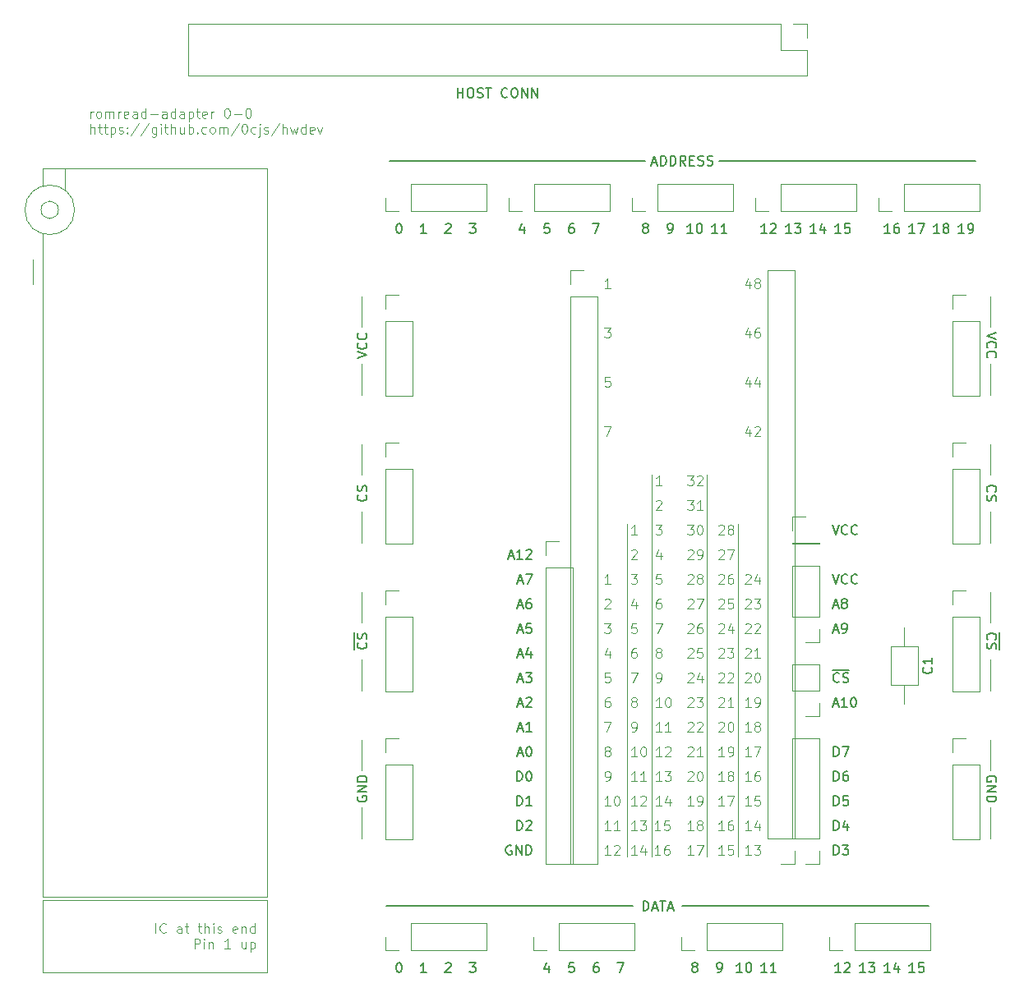
<source format=gto>
%TF.GenerationSoftware,KiCad,Pcbnew,9.0.3+1*%
%TF.CreationDate,2025-09-17T15:15:53+09:00*%
%TF.ProjectId,romread-adapter,726f6d72-6561-4642-9d61-646170746572,0-0*%
%TF.SameCoordinates,Original*%
%TF.FileFunction,Legend,Top*%
%TF.FilePolarity,Positive*%
%FSLAX46Y46*%
G04 Gerber Fmt 4.6, Leading zero omitted, Abs format (unit mm)*
G04 Created by KiCad (PCBNEW 9.0.3+1) date 2025-09-17 15:15:53*
%MOMM*%
%LPD*%
G01*
G04 APERTURE LIST*
%ADD10C,0.200000*%
%ADD11C,0.100000*%
%ADD12C,0.050000*%
%ADD13C,0.150000*%
%ADD14C,0.120000*%
G04 APERTURE END LIST*
D10*
X137160000Y-142840408D02*
X162560000Y-142840408D01*
D11*
X134620000Y-86995000D02*
X134620000Y-90170000D01*
X199390000Y-132711902D02*
X199390000Y-135886902D01*
X134620000Y-102235000D02*
X134620000Y-105410000D01*
X134620000Y-80010000D02*
X134620000Y-83185000D01*
X199390000Y-117471902D02*
X199390000Y-120646902D01*
X199390000Y-95246902D02*
X199390000Y-98421902D01*
D12*
X170180000Y-137791902D02*
X170180000Y-98421902D01*
D11*
X199390000Y-80006902D02*
X199390000Y-83181902D01*
X134620000Y-117475000D02*
X134620000Y-120650000D01*
D10*
X171450000Y-66040000D02*
X197850000Y-66040000D01*
X167640000Y-142840408D02*
X193040000Y-142840408D01*
D11*
X134620000Y-110490000D02*
X134620000Y-113665000D01*
D12*
X164465000Y-137791902D02*
X164465000Y-98421902D01*
D11*
X199390000Y-110486902D02*
X199390000Y-113661902D01*
X199390000Y-102231902D02*
X199390000Y-105406902D01*
D12*
X161925000Y-137795000D02*
X161925000Y-103505000D01*
D11*
X134620000Y-125730000D02*
X134620000Y-128905000D01*
D12*
X173355000Y-137791902D02*
X173355000Y-103501902D01*
D11*
X199390000Y-125726902D02*
X199390000Y-128901902D01*
D10*
X137430000Y-66040000D02*
X163830000Y-66040000D01*
D11*
X199390000Y-86991902D02*
X199390000Y-90166902D01*
X134620000Y-95250000D02*
X134620000Y-98425000D01*
X134620000Y-132715000D02*
X134620000Y-135890000D01*
X165361353Y-137617419D02*
X164789925Y-137617419D01*
X165075639Y-137617419D02*
X165075639Y-136617419D01*
X165075639Y-136617419D02*
X164980401Y-136760276D01*
X164980401Y-136760276D02*
X164885163Y-136855514D01*
X164885163Y-136855514D02*
X164789925Y-136903133D01*
X166218496Y-136617419D02*
X166028020Y-136617419D01*
X166028020Y-136617419D02*
X165932782Y-136665038D01*
X165932782Y-136665038D02*
X165885163Y-136712657D01*
X165885163Y-136712657D02*
X165789925Y-136855514D01*
X165789925Y-136855514D02*
X165742306Y-137045990D01*
X165742306Y-137045990D02*
X165742306Y-137426942D01*
X165742306Y-137426942D02*
X165789925Y-137522180D01*
X165789925Y-137522180D02*
X165837544Y-137569800D01*
X165837544Y-137569800D02*
X165932782Y-137617419D01*
X165932782Y-137617419D02*
X166123258Y-137617419D01*
X166123258Y-137617419D02*
X166218496Y-137569800D01*
X166218496Y-137569800D02*
X166266115Y-137522180D01*
X166266115Y-137522180D02*
X166313734Y-137426942D01*
X166313734Y-137426942D02*
X166313734Y-137188847D01*
X166313734Y-137188847D02*
X166266115Y-137093609D01*
X166266115Y-137093609D02*
X166218496Y-137045990D01*
X166218496Y-137045990D02*
X166123258Y-136998371D01*
X166123258Y-136998371D02*
X165932782Y-136998371D01*
X165932782Y-136998371D02*
X165837544Y-137045990D01*
X165837544Y-137045990D02*
X165789925Y-137093609D01*
X165789925Y-137093609D02*
X165742306Y-137188847D01*
X171374925Y-106232657D02*
X171422544Y-106185038D01*
X171422544Y-106185038D02*
X171517782Y-106137419D01*
X171517782Y-106137419D02*
X171755877Y-106137419D01*
X171755877Y-106137419D02*
X171851115Y-106185038D01*
X171851115Y-106185038D02*
X171898734Y-106232657D01*
X171898734Y-106232657D02*
X171946353Y-106327895D01*
X171946353Y-106327895D02*
X171946353Y-106423133D01*
X171946353Y-106423133D02*
X171898734Y-106565990D01*
X171898734Y-106565990D02*
X171327306Y-107137419D01*
X171327306Y-107137419D02*
X171946353Y-107137419D01*
X172279687Y-106137419D02*
X172946353Y-106137419D01*
X172946353Y-106137419D02*
X172517782Y-107137419D01*
D13*
X150587030Y-129989819D02*
X150587030Y-128989819D01*
X150587030Y-128989819D02*
X150825125Y-128989819D01*
X150825125Y-128989819D02*
X150967982Y-129037438D01*
X150967982Y-129037438D02*
X151063220Y-129132676D01*
X151063220Y-129132676D02*
X151110839Y-129227914D01*
X151110839Y-129227914D02*
X151158458Y-129418390D01*
X151158458Y-129418390D02*
X151158458Y-129561247D01*
X151158458Y-129561247D02*
X151110839Y-129751723D01*
X151110839Y-129751723D02*
X151063220Y-129846961D01*
X151063220Y-129846961D02*
X150967982Y-129942200D01*
X150967982Y-129942200D02*
X150825125Y-129989819D01*
X150825125Y-129989819D02*
X150587030Y-129989819D01*
X151777506Y-128989819D02*
X151872744Y-128989819D01*
X151872744Y-128989819D02*
X151967982Y-129037438D01*
X151967982Y-129037438D02*
X152015601Y-129085057D01*
X152015601Y-129085057D02*
X152063220Y-129180295D01*
X152063220Y-129180295D02*
X152110839Y-129370771D01*
X152110839Y-129370771D02*
X152110839Y-129608866D01*
X152110839Y-129608866D02*
X152063220Y-129799342D01*
X152063220Y-129799342D02*
X152015601Y-129894580D01*
X152015601Y-129894580D02*
X151967982Y-129942200D01*
X151967982Y-129942200D02*
X151872744Y-129989819D01*
X151872744Y-129989819D02*
X151777506Y-129989819D01*
X151777506Y-129989819D02*
X151682268Y-129942200D01*
X151682268Y-129942200D02*
X151634649Y-129894580D01*
X151634649Y-129894580D02*
X151587030Y-129799342D01*
X151587030Y-129799342D02*
X151539411Y-129608866D01*
X151539411Y-129608866D02*
X151539411Y-129370771D01*
X151539411Y-129370771D02*
X151587030Y-129180295D01*
X151587030Y-129180295D02*
X151634649Y-129085057D01*
X151634649Y-129085057D02*
X151682268Y-129037438D01*
X151682268Y-129037438D02*
X151777506Y-128989819D01*
X143224286Y-148825057D02*
X143271905Y-148777438D01*
X143271905Y-148777438D02*
X143367143Y-148729819D01*
X143367143Y-148729819D02*
X143605238Y-148729819D01*
X143605238Y-148729819D02*
X143700476Y-148777438D01*
X143700476Y-148777438D02*
X143748095Y-148825057D01*
X143748095Y-148825057D02*
X143795714Y-148920295D01*
X143795714Y-148920295D02*
X143795714Y-149015533D01*
X143795714Y-149015533D02*
X143748095Y-149158390D01*
X143748095Y-149158390D02*
X143176667Y-149729819D01*
X143176667Y-149729819D02*
X143795714Y-149729819D01*
D11*
X160212693Y-109677419D02*
X159641265Y-109677419D01*
X159926979Y-109677419D02*
X159926979Y-108677419D01*
X159926979Y-108677419D02*
X159831741Y-108820276D01*
X159831741Y-108820276D02*
X159736503Y-108915514D01*
X159736503Y-108915514D02*
X159641265Y-108963133D01*
D13*
X183216779Y-135071721D02*
X183216779Y-134071721D01*
X183216779Y-134071721D02*
X183454874Y-134071721D01*
X183454874Y-134071721D02*
X183597731Y-134119340D01*
X183597731Y-134119340D02*
X183692969Y-134214578D01*
X183692969Y-134214578D02*
X183740588Y-134309816D01*
X183740588Y-134309816D02*
X183788207Y-134500292D01*
X183788207Y-134500292D02*
X183788207Y-134643149D01*
X183788207Y-134643149D02*
X183740588Y-134833625D01*
X183740588Y-134833625D02*
X183692969Y-134928863D01*
X183692969Y-134928863D02*
X183597731Y-135024102D01*
X183597731Y-135024102D02*
X183454874Y-135071721D01*
X183454874Y-135071721D02*
X183216779Y-135071721D01*
X184645350Y-134405054D02*
X184645350Y-135071721D01*
X184407255Y-134024102D02*
X184169160Y-134738387D01*
X184169160Y-134738387D02*
X184788207Y-134738387D01*
D11*
X168199925Y-129092657D02*
X168247544Y-129045038D01*
X168247544Y-129045038D02*
X168342782Y-128997419D01*
X168342782Y-128997419D02*
X168580877Y-128997419D01*
X168580877Y-128997419D02*
X168676115Y-129045038D01*
X168676115Y-129045038D02*
X168723734Y-129092657D01*
X168723734Y-129092657D02*
X168771353Y-129187895D01*
X168771353Y-129187895D02*
X168771353Y-129283133D01*
X168771353Y-129283133D02*
X168723734Y-129425990D01*
X168723734Y-129425990D02*
X168152306Y-129997419D01*
X168152306Y-129997419D02*
X168771353Y-129997419D01*
X169390401Y-128997419D02*
X169485639Y-128997419D01*
X169485639Y-128997419D02*
X169580877Y-129045038D01*
X169580877Y-129045038D02*
X169628496Y-129092657D01*
X169628496Y-129092657D02*
X169676115Y-129187895D01*
X169676115Y-129187895D02*
X169723734Y-129378371D01*
X169723734Y-129378371D02*
X169723734Y-129616466D01*
X169723734Y-129616466D02*
X169676115Y-129806942D01*
X169676115Y-129806942D02*
X169628496Y-129902180D01*
X169628496Y-129902180D02*
X169580877Y-129949800D01*
X169580877Y-129949800D02*
X169485639Y-129997419D01*
X169485639Y-129997419D02*
X169390401Y-129997419D01*
X169390401Y-129997419D02*
X169295163Y-129949800D01*
X169295163Y-129949800D02*
X169247544Y-129902180D01*
X169247544Y-129902180D02*
X169199925Y-129806942D01*
X169199925Y-129806942D02*
X169152306Y-129616466D01*
X169152306Y-129616466D02*
X169152306Y-129378371D01*
X169152306Y-129378371D02*
X169199925Y-129187895D01*
X169199925Y-129187895D02*
X169247544Y-129092657D01*
X169247544Y-129092657D02*
X169295163Y-129045038D01*
X169295163Y-129045038D02*
X169390401Y-128997419D01*
X162952693Y-127457419D02*
X162381265Y-127457419D01*
X162666979Y-127457419D02*
X162666979Y-126457419D01*
X162666979Y-126457419D02*
X162571741Y-126600276D01*
X162571741Y-126600276D02*
X162476503Y-126695514D01*
X162476503Y-126695514D02*
X162381265Y-126743133D01*
X163571741Y-126457419D02*
X163666979Y-126457419D01*
X163666979Y-126457419D02*
X163762217Y-126505038D01*
X163762217Y-126505038D02*
X163809836Y-126552657D01*
X163809836Y-126552657D02*
X163857455Y-126647895D01*
X163857455Y-126647895D02*
X163905074Y-126838371D01*
X163905074Y-126838371D02*
X163905074Y-127076466D01*
X163905074Y-127076466D02*
X163857455Y-127266942D01*
X163857455Y-127266942D02*
X163809836Y-127362180D01*
X163809836Y-127362180D02*
X163762217Y-127409800D01*
X163762217Y-127409800D02*
X163666979Y-127457419D01*
X163666979Y-127457419D02*
X163571741Y-127457419D01*
X163571741Y-127457419D02*
X163476503Y-127409800D01*
X163476503Y-127409800D02*
X163428884Y-127362180D01*
X163428884Y-127362180D02*
X163381265Y-127266942D01*
X163381265Y-127266942D02*
X163333646Y-127076466D01*
X163333646Y-127076466D02*
X163333646Y-126838371D01*
X163333646Y-126838371D02*
X163381265Y-126647895D01*
X163381265Y-126647895D02*
X163428884Y-126552657D01*
X163428884Y-126552657D02*
X163476503Y-126505038D01*
X163476503Y-126505038D02*
X163571741Y-126457419D01*
X168199925Y-121472657D02*
X168247544Y-121425038D01*
X168247544Y-121425038D02*
X168342782Y-121377419D01*
X168342782Y-121377419D02*
X168580877Y-121377419D01*
X168580877Y-121377419D02*
X168676115Y-121425038D01*
X168676115Y-121425038D02*
X168723734Y-121472657D01*
X168723734Y-121472657D02*
X168771353Y-121567895D01*
X168771353Y-121567895D02*
X168771353Y-121663133D01*
X168771353Y-121663133D02*
X168723734Y-121805990D01*
X168723734Y-121805990D02*
X168152306Y-122377419D01*
X168152306Y-122377419D02*
X168771353Y-122377419D01*
X169104687Y-121377419D02*
X169723734Y-121377419D01*
X169723734Y-121377419D02*
X169390401Y-121758371D01*
X169390401Y-121758371D02*
X169533258Y-121758371D01*
X169533258Y-121758371D02*
X169628496Y-121805990D01*
X169628496Y-121805990D02*
X169676115Y-121853609D01*
X169676115Y-121853609D02*
X169723734Y-121948847D01*
X169723734Y-121948847D02*
X169723734Y-122186942D01*
X169723734Y-122186942D02*
X169676115Y-122282180D01*
X169676115Y-122282180D02*
X169628496Y-122329800D01*
X169628496Y-122329800D02*
X169533258Y-122377419D01*
X169533258Y-122377419D02*
X169247544Y-122377419D01*
X169247544Y-122377419D02*
X169152306Y-122329800D01*
X169152306Y-122329800D02*
X169104687Y-122282180D01*
X160165074Y-118837419D02*
X159688884Y-118837419D01*
X159688884Y-118837419D02*
X159641265Y-119313609D01*
X159641265Y-119313609D02*
X159688884Y-119265990D01*
X159688884Y-119265990D02*
X159784122Y-119218371D01*
X159784122Y-119218371D02*
X160022217Y-119218371D01*
X160022217Y-119218371D02*
X160117455Y-119265990D01*
X160117455Y-119265990D02*
X160165074Y-119313609D01*
X160165074Y-119313609D02*
X160212693Y-119408847D01*
X160212693Y-119408847D02*
X160212693Y-119646942D01*
X160212693Y-119646942D02*
X160165074Y-119742180D01*
X160165074Y-119742180D02*
X160117455Y-119789800D01*
X160117455Y-119789800D02*
X160022217Y-119837419D01*
X160022217Y-119837419D02*
X159784122Y-119837419D01*
X159784122Y-119837419D02*
X159688884Y-119789800D01*
X159688884Y-119789800D02*
X159641265Y-119742180D01*
D13*
X168814762Y-149158390D02*
X168719524Y-149110771D01*
X168719524Y-149110771D02*
X168671905Y-149063152D01*
X168671905Y-149063152D02*
X168624286Y-148967914D01*
X168624286Y-148967914D02*
X168624286Y-148920295D01*
X168624286Y-148920295D02*
X168671905Y-148825057D01*
X168671905Y-148825057D02*
X168719524Y-148777438D01*
X168719524Y-148777438D02*
X168814762Y-148729819D01*
X168814762Y-148729819D02*
X169005238Y-148729819D01*
X169005238Y-148729819D02*
X169100476Y-148777438D01*
X169100476Y-148777438D02*
X169148095Y-148825057D01*
X169148095Y-148825057D02*
X169195714Y-148920295D01*
X169195714Y-148920295D02*
X169195714Y-148967914D01*
X169195714Y-148967914D02*
X169148095Y-149063152D01*
X169148095Y-149063152D02*
X169100476Y-149110771D01*
X169100476Y-149110771D02*
X169005238Y-149158390D01*
X169005238Y-149158390D02*
X168814762Y-149158390D01*
X168814762Y-149158390D02*
X168719524Y-149206009D01*
X168719524Y-149206009D02*
X168671905Y-149253628D01*
X168671905Y-149253628D02*
X168624286Y-149348866D01*
X168624286Y-149348866D02*
X168624286Y-149539342D01*
X168624286Y-149539342D02*
X168671905Y-149634580D01*
X168671905Y-149634580D02*
X168719524Y-149682200D01*
X168719524Y-149682200D02*
X168814762Y-149729819D01*
X168814762Y-149729819D02*
X169005238Y-149729819D01*
X169005238Y-149729819D02*
X169100476Y-149682200D01*
X169100476Y-149682200D02*
X169148095Y-149634580D01*
X169148095Y-149634580D02*
X169195714Y-149539342D01*
X169195714Y-149539342D02*
X169195714Y-149348866D01*
X169195714Y-149348866D02*
X169148095Y-149253628D01*
X169148095Y-149253628D02*
X169100476Y-149206009D01*
X169100476Y-149206009D02*
X169005238Y-149158390D01*
X189039523Y-149729819D02*
X188468095Y-149729819D01*
X188753809Y-149729819D02*
X188753809Y-148729819D01*
X188753809Y-148729819D02*
X188658571Y-148872676D01*
X188658571Y-148872676D02*
X188563333Y-148967914D01*
X188563333Y-148967914D02*
X188468095Y-149015533D01*
X189896666Y-149063152D02*
X189896666Y-149729819D01*
X189658571Y-148682200D02*
X189420476Y-149396485D01*
X189420476Y-149396485D02*
X190039523Y-149396485D01*
D11*
X165492693Y-129997419D02*
X164921265Y-129997419D01*
X165206979Y-129997419D02*
X165206979Y-128997419D01*
X165206979Y-128997419D02*
X165111741Y-129140276D01*
X165111741Y-129140276D02*
X165016503Y-129235514D01*
X165016503Y-129235514D02*
X164921265Y-129283133D01*
X165826027Y-128997419D02*
X166445074Y-128997419D01*
X166445074Y-128997419D02*
X166111741Y-129378371D01*
X166111741Y-129378371D02*
X166254598Y-129378371D01*
X166254598Y-129378371D02*
X166349836Y-129425990D01*
X166349836Y-129425990D02*
X166397455Y-129473609D01*
X166397455Y-129473609D02*
X166445074Y-129568847D01*
X166445074Y-129568847D02*
X166445074Y-129806942D01*
X166445074Y-129806942D02*
X166397455Y-129902180D01*
X166397455Y-129902180D02*
X166349836Y-129949800D01*
X166349836Y-129949800D02*
X166254598Y-129997419D01*
X166254598Y-129997419D02*
X165968884Y-129997419D01*
X165968884Y-129997419D02*
X165873646Y-129949800D01*
X165873646Y-129949800D02*
X165826027Y-129902180D01*
X162952693Y-129997419D02*
X162381265Y-129997419D01*
X162666979Y-129997419D02*
X162666979Y-128997419D01*
X162666979Y-128997419D02*
X162571741Y-129140276D01*
X162571741Y-129140276D02*
X162476503Y-129235514D01*
X162476503Y-129235514D02*
X162381265Y-129283133D01*
X163905074Y-129997419D02*
X163333646Y-129997419D01*
X163619360Y-129997419D02*
X163619360Y-128997419D01*
X163619360Y-128997419D02*
X163524122Y-129140276D01*
X163524122Y-129140276D02*
X163428884Y-129235514D01*
X163428884Y-129235514D02*
X163333646Y-129283133D01*
X162857455Y-116297419D02*
X162666979Y-116297419D01*
X162666979Y-116297419D02*
X162571741Y-116345038D01*
X162571741Y-116345038D02*
X162524122Y-116392657D01*
X162524122Y-116392657D02*
X162428884Y-116535514D01*
X162428884Y-116535514D02*
X162381265Y-116725990D01*
X162381265Y-116725990D02*
X162381265Y-117106942D01*
X162381265Y-117106942D02*
X162428884Y-117202180D01*
X162428884Y-117202180D02*
X162476503Y-117249800D01*
X162476503Y-117249800D02*
X162571741Y-117297419D01*
X162571741Y-117297419D02*
X162762217Y-117297419D01*
X162762217Y-117297419D02*
X162857455Y-117249800D01*
X162857455Y-117249800D02*
X162905074Y-117202180D01*
X162905074Y-117202180D02*
X162952693Y-117106942D01*
X162952693Y-117106942D02*
X162952693Y-116868847D01*
X162952693Y-116868847D02*
X162905074Y-116773609D01*
X162905074Y-116773609D02*
X162857455Y-116725990D01*
X162857455Y-116725990D02*
X162762217Y-116678371D01*
X162762217Y-116678371D02*
X162571741Y-116678371D01*
X162571741Y-116678371D02*
X162476503Y-116725990D01*
X162476503Y-116725990D02*
X162428884Y-116773609D01*
X162428884Y-116773609D02*
X162381265Y-116868847D01*
X162857455Y-111550752D02*
X162857455Y-112217419D01*
X162619360Y-111169800D02*
X162381265Y-111884085D01*
X162381265Y-111884085D02*
X163000312Y-111884085D01*
X165445074Y-108674321D02*
X164968884Y-108674321D01*
X164968884Y-108674321D02*
X164921265Y-109150511D01*
X164921265Y-109150511D02*
X164968884Y-109102892D01*
X164968884Y-109102892D02*
X165064122Y-109055273D01*
X165064122Y-109055273D02*
X165302217Y-109055273D01*
X165302217Y-109055273D02*
X165397455Y-109102892D01*
X165397455Y-109102892D02*
X165445074Y-109150511D01*
X165445074Y-109150511D02*
X165492693Y-109245749D01*
X165492693Y-109245749D02*
X165492693Y-109483844D01*
X165492693Y-109483844D02*
X165445074Y-109579082D01*
X165445074Y-109579082D02*
X165397455Y-109626702D01*
X165397455Y-109626702D02*
X165302217Y-109674321D01*
X165302217Y-109674321D02*
X165064122Y-109674321D01*
X165064122Y-109674321D02*
X164968884Y-109626702D01*
X164968884Y-109626702D02*
X164921265Y-109579082D01*
D13*
X181419523Y-73529819D02*
X180848095Y-73529819D01*
X181133809Y-73529819D02*
X181133809Y-72529819D01*
X181133809Y-72529819D02*
X181038571Y-72672676D01*
X181038571Y-72672676D02*
X180943333Y-72767914D01*
X180943333Y-72767914D02*
X180848095Y-72815533D01*
X182276666Y-72863152D02*
X182276666Y-73529819D01*
X182038571Y-72482200D02*
X181800476Y-73196485D01*
X181800476Y-73196485D02*
X182419523Y-73196485D01*
D11*
X174686353Y-124914321D02*
X174114925Y-124914321D01*
X174400639Y-124914321D02*
X174400639Y-123914321D01*
X174400639Y-123914321D02*
X174305401Y-124057178D01*
X174305401Y-124057178D02*
X174210163Y-124152416D01*
X174210163Y-124152416D02*
X174114925Y-124200035D01*
X175257782Y-124342892D02*
X175162544Y-124295273D01*
X175162544Y-124295273D02*
X175114925Y-124247654D01*
X175114925Y-124247654D02*
X175067306Y-124152416D01*
X175067306Y-124152416D02*
X175067306Y-124104797D01*
X175067306Y-124104797D02*
X175114925Y-124009559D01*
X175114925Y-124009559D02*
X175162544Y-123961940D01*
X175162544Y-123961940D02*
X175257782Y-123914321D01*
X175257782Y-123914321D02*
X175448258Y-123914321D01*
X175448258Y-123914321D02*
X175543496Y-123961940D01*
X175543496Y-123961940D02*
X175591115Y-124009559D01*
X175591115Y-124009559D02*
X175638734Y-124104797D01*
X175638734Y-124104797D02*
X175638734Y-124152416D01*
X175638734Y-124152416D02*
X175591115Y-124247654D01*
X175591115Y-124247654D02*
X175543496Y-124295273D01*
X175543496Y-124295273D02*
X175448258Y-124342892D01*
X175448258Y-124342892D02*
X175257782Y-124342892D01*
X175257782Y-124342892D02*
X175162544Y-124390511D01*
X175162544Y-124390511D02*
X175114925Y-124438130D01*
X175114925Y-124438130D02*
X175067306Y-124533368D01*
X175067306Y-124533368D02*
X175067306Y-124723844D01*
X175067306Y-124723844D02*
X175114925Y-124819082D01*
X175114925Y-124819082D02*
X175162544Y-124866702D01*
X175162544Y-124866702D02*
X175257782Y-124914321D01*
X175257782Y-124914321D02*
X175448258Y-124914321D01*
X175448258Y-124914321D02*
X175543496Y-124866702D01*
X175543496Y-124866702D02*
X175591115Y-124819082D01*
X175591115Y-124819082D02*
X175638734Y-124723844D01*
X175638734Y-124723844D02*
X175638734Y-124533368D01*
X175638734Y-124533368D02*
X175591115Y-124438130D01*
X175591115Y-124438130D02*
X175543496Y-124390511D01*
X175543496Y-124390511D02*
X175448258Y-124342892D01*
D13*
X153860476Y-149063152D02*
X153860476Y-149729819D01*
X153622381Y-148682200D02*
X153384286Y-149396485D01*
X153384286Y-149396485D02*
X154003333Y-149396485D01*
X176339523Y-149729819D02*
X175768095Y-149729819D01*
X176053809Y-149729819D02*
X176053809Y-148729819D01*
X176053809Y-148729819D02*
X175958571Y-148872676D01*
X175958571Y-148872676D02*
X175863333Y-148967914D01*
X175863333Y-148967914D02*
X175768095Y-149015533D01*
X177291904Y-149729819D02*
X176720476Y-149729819D01*
X177006190Y-149729819D02*
X177006190Y-148729819D01*
X177006190Y-148729819D02*
X176910952Y-148872676D01*
X176910952Y-148872676D02*
X176815714Y-148967914D01*
X176815714Y-148967914D02*
X176720476Y-149015533D01*
D11*
X160212693Y-135077419D02*
X159641265Y-135077419D01*
X159926979Y-135077419D02*
X159926979Y-134077419D01*
X159926979Y-134077419D02*
X159831741Y-134220276D01*
X159831741Y-134220276D02*
X159736503Y-134315514D01*
X159736503Y-134315514D02*
X159641265Y-134363133D01*
X161165074Y-135077419D02*
X160593646Y-135077419D01*
X160879360Y-135077419D02*
X160879360Y-134077419D01*
X160879360Y-134077419D02*
X160784122Y-134220276D01*
X160784122Y-134220276D02*
X160688884Y-134315514D01*
X160688884Y-134315514D02*
X160593646Y-134363133D01*
X168199925Y-111312657D02*
X168247544Y-111265038D01*
X168247544Y-111265038D02*
X168342782Y-111217419D01*
X168342782Y-111217419D02*
X168580877Y-111217419D01*
X168580877Y-111217419D02*
X168676115Y-111265038D01*
X168676115Y-111265038D02*
X168723734Y-111312657D01*
X168723734Y-111312657D02*
X168771353Y-111407895D01*
X168771353Y-111407895D02*
X168771353Y-111503133D01*
X168771353Y-111503133D02*
X168723734Y-111645990D01*
X168723734Y-111645990D02*
X168152306Y-112217419D01*
X168152306Y-112217419D02*
X168771353Y-112217419D01*
X169104687Y-111217419D02*
X169771353Y-111217419D01*
X169771353Y-111217419D02*
X169342782Y-112217419D01*
X174591115Y-88687654D02*
X174591115Y-89354321D01*
X174353020Y-88306702D02*
X174114925Y-89020987D01*
X174114925Y-89020987D02*
X174733972Y-89020987D01*
X175543496Y-88687654D02*
X175543496Y-89354321D01*
X175305401Y-88306702D02*
X175067306Y-89020987D01*
X175067306Y-89020987D02*
X175686353Y-89020987D01*
D13*
X153908095Y-72529819D02*
X153431905Y-72529819D01*
X153431905Y-72529819D02*
X153384286Y-73006009D01*
X153384286Y-73006009D02*
X153431905Y-72958390D01*
X153431905Y-72958390D02*
X153527143Y-72910771D01*
X153527143Y-72910771D02*
X153765238Y-72910771D01*
X153765238Y-72910771D02*
X153860476Y-72958390D01*
X153860476Y-72958390D02*
X153908095Y-73006009D01*
X153908095Y-73006009D02*
X153955714Y-73101247D01*
X153955714Y-73101247D02*
X153955714Y-73339342D01*
X153955714Y-73339342D02*
X153908095Y-73434580D01*
X153908095Y-73434580D02*
X153860476Y-73482200D01*
X153860476Y-73482200D02*
X153765238Y-73529819D01*
X153765238Y-73529819D02*
X153527143Y-73529819D01*
X153527143Y-73529819D02*
X153431905Y-73482200D01*
X153431905Y-73482200D02*
X153384286Y-73434580D01*
X186499523Y-149729819D02*
X185928095Y-149729819D01*
X186213809Y-149729819D02*
X186213809Y-148729819D01*
X186213809Y-148729819D02*
X186118571Y-148872676D01*
X186118571Y-148872676D02*
X186023333Y-148967914D01*
X186023333Y-148967914D02*
X185928095Y-149015533D01*
X186832857Y-148729819D02*
X187451904Y-148729819D01*
X187451904Y-148729819D02*
X187118571Y-149110771D01*
X187118571Y-149110771D02*
X187261428Y-149110771D01*
X187261428Y-149110771D02*
X187356666Y-149158390D01*
X187356666Y-149158390D02*
X187404285Y-149206009D01*
X187404285Y-149206009D02*
X187451904Y-149301247D01*
X187451904Y-149301247D02*
X187451904Y-149539342D01*
X187451904Y-149539342D02*
X187404285Y-149634580D01*
X187404285Y-149634580D02*
X187356666Y-149682200D01*
X187356666Y-149682200D02*
X187261428Y-149729819D01*
X187261428Y-149729819D02*
X186975714Y-149729819D01*
X186975714Y-149729819D02*
X186880476Y-149682200D01*
X186880476Y-149682200D02*
X186832857Y-149634580D01*
D11*
X168199925Y-124012657D02*
X168247544Y-123965038D01*
X168247544Y-123965038D02*
X168342782Y-123917419D01*
X168342782Y-123917419D02*
X168580877Y-123917419D01*
X168580877Y-123917419D02*
X168676115Y-123965038D01*
X168676115Y-123965038D02*
X168723734Y-124012657D01*
X168723734Y-124012657D02*
X168771353Y-124107895D01*
X168771353Y-124107895D02*
X168771353Y-124203133D01*
X168771353Y-124203133D02*
X168723734Y-124345990D01*
X168723734Y-124345990D02*
X168152306Y-124917419D01*
X168152306Y-124917419D02*
X168771353Y-124917419D01*
X169152306Y-124012657D02*
X169199925Y-123965038D01*
X169199925Y-123965038D02*
X169295163Y-123917419D01*
X169295163Y-123917419D02*
X169533258Y-123917419D01*
X169533258Y-123917419D02*
X169628496Y-123965038D01*
X169628496Y-123965038D02*
X169676115Y-124012657D01*
X169676115Y-124012657D02*
X169723734Y-124107895D01*
X169723734Y-124107895D02*
X169723734Y-124203133D01*
X169723734Y-124203133D02*
X169676115Y-124345990D01*
X169676115Y-124345990D02*
X169104687Y-124917419D01*
X169104687Y-124917419D02*
X169723734Y-124917419D01*
X171374925Y-116392657D02*
X171422544Y-116345038D01*
X171422544Y-116345038D02*
X171517782Y-116297419D01*
X171517782Y-116297419D02*
X171755877Y-116297419D01*
X171755877Y-116297419D02*
X171851115Y-116345038D01*
X171851115Y-116345038D02*
X171898734Y-116392657D01*
X171898734Y-116392657D02*
X171946353Y-116487895D01*
X171946353Y-116487895D02*
X171946353Y-116583133D01*
X171946353Y-116583133D02*
X171898734Y-116725990D01*
X171898734Y-116725990D02*
X171327306Y-117297419D01*
X171327306Y-117297419D02*
X171946353Y-117297419D01*
X172279687Y-116297419D02*
X172898734Y-116297419D01*
X172898734Y-116297419D02*
X172565401Y-116678371D01*
X172565401Y-116678371D02*
X172708258Y-116678371D01*
X172708258Y-116678371D02*
X172803496Y-116725990D01*
X172803496Y-116725990D02*
X172851115Y-116773609D01*
X172851115Y-116773609D02*
X172898734Y-116868847D01*
X172898734Y-116868847D02*
X172898734Y-117106942D01*
X172898734Y-117106942D02*
X172851115Y-117202180D01*
X172851115Y-117202180D02*
X172803496Y-117249800D01*
X172803496Y-117249800D02*
X172708258Y-117297419D01*
X172708258Y-117297419D02*
X172422544Y-117297419D01*
X172422544Y-117297419D02*
X172327306Y-117249800D01*
X172327306Y-117249800D02*
X172279687Y-117202180D01*
D13*
X141255714Y-73529819D02*
X140684286Y-73529819D01*
X140970000Y-73529819D02*
X140970000Y-72529819D01*
X140970000Y-72529819D02*
X140874762Y-72672676D01*
X140874762Y-72672676D02*
X140779524Y-72767914D01*
X140779524Y-72767914D02*
X140684286Y-72815533D01*
D11*
X168199925Y-106232657D02*
X168247544Y-106185038D01*
X168247544Y-106185038D02*
X168342782Y-106137419D01*
X168342782Y-106137419D02*
X168580877Y-106137419D01*
X168580877Y-106137419D02*
X168676115Y-106185038D01*
X168676115Y-106185038D02*
X168723734Y-106232657D01*
X168723734Y-106232657D02*
X168771353Y-106327895D01*
X168771353Y-106327895D02*
X168771353Y-106423133D01*
X168771353Y-106423133D02*
X168723734Y-106565990D01*
X168723734Y-106565990D02*
X168152306Y-107137419D01*
X168152306Y-107137419D02*
X168771353Y-107137419D01*
X169247544Y-107137419D02*
X169438020Y-107137419D01*
X169438020Y-107137419D02*
X169533258Y-107089800D01*
X169533258Y-107089800D02*
X169580877Y-107042180D01*
X169580877Y-107042180D02*
X169676115Y-106899323D01*
X169676115Y-106899323D02*
X169723734Y-106708847D01*
X169723734Y-106708847D02*
X169723734Y-106327895D01*
X169723734Y-106327895D02*
X169676115Y-106232657D01*
X169676115Y-106232657D02*
X169628496Y-106185038D01*
X169628496Y-106185038D02*
X169533258Y-106137419D01*
X169533258Y-106137419D02*
X169342782Y-106137419D01*
X169342782Y-106137419D02*
X169247544Y-106185038D01*
X169247544Y-106185038D02*
X169199925Y-106232657D01*
X169199925Y-106232657D02*
X169152306Y-106327895D01*
X169152306Y-106327895D02*
X169152306Y-106565990D01*
X169152306Y-106565990D02*
X169199925Y-106661228D01*
X169199925Y-106661228D02*
X169247544Y-106708847D01*
X169247544Y-106708847D02*
X169342782Y-106756466D01*
X169342782Y-106756466D02*
X169533258Y-106756466D01*
X169533258Y-106756466D02*
X169628496Y-106708847D01*
X169628496Y-106708847D02*
X169676115Y-106661228D01*
X169676115Y-106661228D02*
X169723734Y-106565990D01*
X162476503Y-124917419D02*
X162666979Y-124917419D01*
X162666979Y-124917419D02*
X162762217Y-124869800D01*
X162762217Y-124869800D02*
X162809836Y-124822180D01*
X162809836Y-124822180D02*
X162905074Y-124679323D01*
X162905074Y-124679323D02*
X162952693Y-124488847D01*
X162952693Y-124488847D02*
X162952693Y-124107895D01*
X162952693Y-124107895D02*
X162905074Y-124012657D01*
X162905074Y-124012657D02*
X162857455Y-123965038D01*
X162857455Y-123965038D02*
X162762217Y-123917419D01*
X162762217Y-123917419D02*
X162571741Y-123917419D01*
X162571741Y-123917419D02*
X162476503Y-123965038D01*
X162476503Y-123965038D02*
X162428884Y-124012657D01*
X162428884Y-124012657D02*
X162381265Y-124107895D01*
X162381265Y-124107895D02*
X162381265Y-124345990D01*
X162381265Y-124345990D02*
X162428884Y-124441228D01*
X162428884Y-124441228D02*
X162476503Y-124488847D01*
X162476503Y-124488847D02*
X162571741Y-124536466D01*
X162571741Y-124536466D02*
X162762217Y-124536466D01*
X162762217Y-124536466D02*
X162857455Y-124488847D01*
X162857455Y-124488847D02*
X162905074Y-124441228D01*
X162905074Y-124441228D02*
X162952693Y-124345990D01*
D13*
X138382381Y-72529819D02*
X138477619Y-72529819D01*
X138477619Y-72529819D02*
X138572857Y-72577438D01*
X138572857Y-72577438D02*
X138620476Y-72625057D01*
X138620476Y-72625057D02*
X138668095Y-72720295D01*
X138668095Y-72720295D02*
X138715714Y-72910771D01*
X138715714Y-72910771D02*
X138715714Y-73148866D01*
X138715714Y-73148866D02*
X138668095Y-73339342D01*
X138668095Y-73339342D02*
X138620476Y-73434580D01*
X138620476Y-73434580D02*
X138572857Y-73482200D01*
X138572857Y-73482200D02*
X138477619Y-73529819D01*
X138477619Y-73529819D02*
X138382381Y-73529819D01*
X138382381Y-73529819D02*
X138287143Y-73482200D01*
X138287143Y-73482200D02*
X138239524Y-73434580D01*
X138239524Y-73434580D02*
X138191905Y-73339342D01*
X138191905Y-73339342D02*
X138144286Y-73148866D01*
X138144286Y-73148866D02*
X138144286Y-72910771D01*
X138144286Y-72910771D02*
X138191905Y-72720295D01*
X138191905Y-72720295D02*
X138239524Y-72625057D01*
X138239524Y-72625057D02*
X138287143Y-72577438D01*
X138287143Y-72577438D02*
X138382381Y-72529819D01*
X138382381Y-148729819D02*
X138477619Y-148729819D01*
X138477619Y-148729819D02*
X138572857Y-148777438D01*
X138572857Y-148777438D02*
X138620476Y-148825057D01*
X138620476Y-148825057D02*
X138668095Y-148920295D01*
X138668095Y-148920295D02*
X138715714Y-149110771D01*
X138715714Y-149110771D02*
X138715714Y-149348866D01*
X138715714Y-149348866D02*
X138668095Y-149539342D01*
X138668095Y-149539342D02*
X138620476Y-149634580D01*
X138620476Y-149634580D02*
X138572857Y-149682200D01*
X138572857Y-149682200D02*
X138477619Y-149729819D01*
X138477619Y-149729819D02*
X138382381Y-149729819D01*
X138382381Y-149729819D02*
X138287143Y-149682200D01*
X138287143Y-149682200D02*
X138239524Y-149634580D01*
X138239524Y-149634580D02*
X138191905Y-149539342D01*
X138191905Y-149539342D02*
X138144286Y-149348866D01*
X138144286Y-149348866D02*
X138144286Y-149110771D01*
X138144286Y-149110771D02*
X138191905Y-148920295D01*
X138191905Y-148920295D02*
X138239524Y-148825057D01*
X138239524Y-148825057D02*
X138287143Y-148777438D01*
X138287143Y-148777438D02*
X138382381Y-148729819D01*
X150682268Y-114464104D02*
X151158458Y-114464104D01*
X150587030Y-114749819D02*
X150920363Y-113749819D01*
X150920363Y-113749819D02*
X151253696Y-114749819D01*
X152063220Y-113749819D02*
X151587030Y-113749819D01*
X151587030Y-113749819D02*
X151539411Y-114226009D01*
X151539411Y-114226009D02*
X151587030Y-114178390D01*
X151587030Y-114178390D02*
X151682268Y-114130771D01*
X151682268Y-114130771D02*
X151920363Y-114130771D01*
X151920363Y-114130771D02*
X152015601Y-114178390D01*
X152015601Y-114178390D02*
X152063220Y-114226009D01*
X152063220Y-114226009D02*
X152110839Y-114321247D01*
X152110839Y-114321247D02*
X152110839Y-114559342D01*
X152110839Y-114559342D02*
X152063220Y-114654580D01*
X152063220Y-114654580D02*
X152015601Y-114702200D01*
X152015601Y-114702200D02*
X151920363Y-114749819D01*
X151920363Y-114749819D02*
X151682268Y-114749819D01*
X151682268Y-114749819D02*
X151587030Y-114702200D01*
X151587030Y-114702200D02*
X151539411Y-114654580D01*
D11*
X174686353Y-129994321D02*
X174114925Y-129994321D01*
X174400639Y-129994321D02*
X174400639Y-128994321D01*
X174400639Y-128994321D02*
X174305401Y-129137178D01*
X174305401Y-129137178D02*
X174210163Y-129232416D01*
X174210163Y-129232416D02*
X174114925Y-129280035D01*
X175543496Y-128994321D02*
X175353020Y-128994321D01*
X175353020Y-128994321D02*
X175257782Y-129041940D01*
X175257782Y-129041940D02*
X175210163Y-129089559D01*
X175210163Y-129089559D02*
X175114925Y-129232416D01*
X175114925Y-129232416D02*
X175067306Y-129422892D01*
X175067306Y-129422892D02*
X175067306Y-129803844D01*
X175067306Y-129803844D02*
X175114925Y-129899082D01*
X175114925Y-129899082D02*
X175162544Y-129946702D01*
X175162544Y-129946702D02*
X175257782Y-129994321D01*
X175257782Y-129994321D02*
X175448258Y-129994321D01*
X175448258Y-129994321D02*
X175543496Y-129946702D01*
X175543496Y-129946702D02*
X175591115Y-129899082D01*
X175591115Y-129899082D02*
X175638734Y-129803844D01*
X175638734Y-129803844D02*
X175638734Y-129565749D01*
X175638734Y-129565749D02*
X175591115Y-129470511D01*
X175591115Y-129470511D02*
X175543496Y-129422892D01*
X175543496Y-129422892D02*
X175448258Y-129375273D01*
X175448258Y-129375273D02*
X175257782Y-129375273D01*
X175257782Y-129375273D02*
X175162544Y-129422892D01*
X175162544Y-129422892D02*
X175114925Y-129470511D01*
X175114925Y-129470511D02*
X175067306Y-129565749D01*
D13*
X134124819Y-86423332D02*
X135124819Y-86089999D01*
X135124819Y-86089999D02*
X134124819Y-85756666D01*
X135029580Y-84851904D02*
X135077200Y-84899523D01*
X135077200Y-84899523D02*
X135124819Y-85042380D01*
X135124819Y-85042380D02*
X135124819Y-85137618D01*
X135124819Y-85137618D02*
X135077200Y-85280475D01*
X135077200Y-85280475D02*
X134981961Y-85375713D01*
X134981961Y-85375713D02*
X134886723Y-85423332D01*
X134886723Y-85423332D02*
X134696247Y-85470951D01*
X134696247Y-85470951D02*
X134553390Y-85470951D01*
X134553390Y-85470951D02*
X134362914Y-85423332D01*
X134362914Y-85423332D02*
X134267676Y-85375713D01*
X134267676Y-85375713D02*
X134172438Y-85280475D01*
X134172438Y-85280475D02*
X134124819Y-85137618D01*
X134124819Y-85137618D02*
X134124819Y-85042380D01*
X134124819Y-85042380D02*
X134172438Y-84899523D01*
X134172438Y-84899523D02*
X134220057Y-84851904D01*
X135029580Y-83851904D02*
X135077200Y-83899523D01*
X135077200Y-83899523D02*
X135124819Y-84042380D01*
X135124819Y-84042380D02*
X135124819Y-84137618D01*
X135124819Y-84137618D02*
X135077200Y-84280475D01*
X135077200Y-84280475D02*
X134981961Y-84375713D01*
X134981961Y-84375713D02*
X134886723Y-84423332D01*
X134886723Y-84423332D02*
X134696247Y-84470951D01*
X134696247Y-84470951D02*
X134553390Y-84470951D01*
X134553390Y-84470951D02*
X134362914Y-84423332D01*
X134362914Y-84423332D02*
X134267676Y-84375713D01*
X134267676Y-84375713D02*
X134172438Y-84280475D01*
X134172438Y-84280475D02*
X134124819Y-84137618D01*
X134124819Y-84137618D02*
X134124819Y-84042380D01*
X134124819Y-84042380D02*
X134172438Y-83899523D01*
X134172438Y-83899523D02*
X134220057Y-83851904D01*
X163600000Y-143379819D02*
X163600000Y-142379819D01*
X163600000Y-142379819D02*
X163838095Y-142379819D01*
X163838095Y-142379819D02*
X163980952Y-142427438D01*
X163980952Y-142427438D02*
X164076190Y-142522676D01*
X164076190Y-142522676D02*
X164123809Y-142617914D01*
X164123809Y-142617914D02*
X164171428Y-142808390D01*
X164171428Y-142808390D02*
X164171428Y-142951247D01*
X164171428Y-142951247D02*
X164123809Y-143141723D01*
X164123809Y-143141723D02*
X164076190Y-143236961D01*
X164076190Y-143236961D02*
X163980952Y-143332200D01*
X163980952Y-143332200D02*
X163838095Y-143379819D01*
X163838095Y-143379819D02*
X163600000Y-143379819D01*
X164552381Y-143094104D02*
X165028571Y-143094104D01*
X164457143Y-143379819D02*
X164790476Y-142379819D01*
X164790476Y-142379819D02*
X165123809Y-143379819D01*
X165314286Y-142379819D02*
X165885714Y-142379819D01*
X165600000Y-143379819D02*
X165600000Y-142379819D01*
X166171429Y-143094104D02*
X166647619Y-143094104D01*
X166076191Y-143379819D02*
X166409524Y-142379819D01*
X166409524Y-142379819D02*
X166742857Y-143379819D01*
D11*
X162381265Y-106232657D02*
X162428884Y-106185038D01*
X162428884Y-106185038D02*
X162524122Y-106137419D01*
X162524122Y-106137419D02*
X162762217Y-106137419D01*
X162762217Y-106137419D02*
X162857455Y-106185038D01*
X162857455Y-106185038D02*
X162905074Y-106232657D01*
X162905074Y-106232657D02*
X162952693Y-106327895D01*
X162952693Y-106327895D02*
X162952693Y-106423133D01*
X162952693Y-106423133D02*
X162905074Y-106565990D01*
X162905074Y-106565990D02*
X162333646Y-107137419D01*
X162333646Y-107137419D02*
X162952693Y-107137419D01*
X165492693Y-132537419D02*
X164921265Y-132537419D01*
X165206979Y-132537419D02*
X165206979Y-131537419D01*
X165206979Y-131537419D02*
X165111741Y-131680276D01*
X165111741Y-131680276D02*
X165016503Y-131775514D01*
X165016503Y-131775514D02*
X164921265Y-131823133D01*
X166349836Y-131870752D02*
X166349836Y-132537419D01*
X166111741Y-131489800D02*
X165873646Y-132204085D01*
X165873646Y-132204085D02*
X166492693Y-132204085D01*
D13*
X189039523Y-73529819D02*
X188468095Y-73529819D01*
X188753809Y-73529819D02*
X188753809Y-72529819D01*
X188753809Y-72529819D02*
X188658571Y-72672676D01*
X188658571Y-72672676D02*
X188563333Y-72767914D01*
X188563333Y-72767914D02*
X188468095Y-72815533D01*
X189896666Y-72529819D02*
X189706190Y-72529819D01*
X189706190Y-72529819D02*
X189610952Y-72577438D01*
X189610952Y-72577438D02*
X189563333Y-72625057D01*
X189563333Y-72625057D02*
X189468095Y-72767914D01*
X189468095Y-72767914D02*
X189420476Y-72958390D01*
X189420476Y-72958390D02*
X189420476Y-73339342D01*
X189420476Y-73339342D02*
X189468095Y-73434580D01*
X189468095Y-73434580D02*
X189515714Y-73482200D01*
X189515714Y-73482200D02*
X189610952Y-73529819D01*
X189610952Y-73529819D02*
X189801428Y-73529819D01*
X189801428Y-73529819D02*
X189896666Y-73482200D01*
X189896666Y-73482200D02*
X189944285Y-73434580D01*
X189944285Y-73434580D02*
X189991904Y-73339342D01*
X189991904Y-73339342D02*
X189991904Y-73101247D01*
X189991904Y-73101247D02*
X189944285Y-73006009D01*
X189944285Y-73006009D02*
X189896666Y-72958390D01*
X189896666Y-72958390D02*
X189801428Y-72910771D01*
X189801428Y-72910771D02*
X189610952Y-72910771D01*
X189610952Y-72910771D02*
X189515714Y-72958390D01*
X189515714Y-72958390D02*
X189468095Y-73006009D01*
X189468095Y-73006009D02*
X189420476Y-73101247D01*
X150015601Y-136657438D02*
X149920363Y-136609819D01*
X149920363Y-136609819D02*
X149777506Y-136609819D01*
X149777506Y-136609819D02*
X149634649Y-136657438D01*
X149634649Y-136657438D02*
X149539411Y-136752676D01*
X149539411Y-136752676D02*
X149491792Y-136847914D01*
X149491792Y-136847914D02*
X149444173Y-137038390D01*
X149444173Y-137038390D02*
X149444173Y-137181247D01*
X149444173Y-137181247D02*
X149491792Y-137371723D01*
X149491792Y-137371723D02*
X149539411Y-137466961D01*
X149539411Y-137466961D02*
X149634649Y-137562200D01*
X149634649Y-137562200D02*
X149777506Y-137609819D01*
X149777506Y-137609819D02*
X149872744Y-137609819D01*
X149872744Y-137609819D02*
X150015601Y-137562200D01*
X150015601Y-137562200D02*
X150063220Y-137514580D01*
X150063220Y-137514580D02*
X150063220Y-137181247D01*
X150063220Y-137181247D02*
X149872744Y-137181247D01*
X150491792Y-137609819D02*
X150491792Y-136609819D01*
X150491792Y-136609819D02*
X151063220Y-137609819D01*
X151063220Y-137609819D02*
X151063220Y-136609819D01*
X151539411Y-137609819D02*
X151539411Y-136609819D01*
X151539411Y-136609819D02*
X151777506Y-136609819D01*
X151777506Y-136609819D02*
X151920363Y-136657438D01*
X151920363Y-136657438D02*
X152015601Y-136752676D01*
X152015601Y-136752676D02*
X152063220Y-136847914D01*
X152063220Y-136847914D02*
X152110839Y-137038390D01*
X152110839Y-137038390D02*
X152110839Y-137181247D01*
X152110839Y-137181247D02*
X152063220Y-137371723D01*
X152063220Y-137371723D02*
X152015601Y-137466961D01*
X152015601Y-137466961D02*
X151920363Y-137562200D01*
X151920363Y-137562200D02*
X151777506Y-137609819D01*
X151777506Y-137609819D02*
X151539411Y-137609819D01*
D11*
X159736503Y-129997419D02*
X159926979Y-129997419D01*
X159926979Y-129997419D02*
X160022217Y-129949800D01*
X160022217Y-129949800D02*
X160069836Y-129902180D01*
X160069836Y-129902180D02*
X160165074Y-129759323D01*
X160165074Y-129759323D02*
X160212693Y-129568847D01*
X160212693Y-129568847D02*
X160212693Y-129187895D01*
X160212693Y-129187895D02*
X160165074Y-129092657D01*
X160165074Y-129092657D02*
X160117455Y-129045038D01*
X160117455Y-129045038D02*
X160022217Y-128997419D01*
X160022217Y-128997419D02*
X159831741Y-128997419D01*
X159831741Y-128997419D02*
X159736503Y-129045038D01*
X159736503Y-129045038D02*
X159688884Y-129092657D01*
X159688884Y-129092657D02*
X159641265Y-129187895D01*
X159641265Y-129187895D02*
X159641265Y-129425990D01*
X159641265Y-129425990D02*
X159688884Y-129521228D01*
X159688884Y-129521228D02*
X159736503Y-129568847D01*
X159736503Y-129568847D02*
X159831741Y-129616466D01*
X159831741Y-129616466D02*
X160022217Y-129616466D01*
X160022217Y-129616466D02*
X160117455Y-129568847D01*
X160117455Y-129568847D02*
X160165074Y-129521228D01*
X160165074Y-129521228D02*
X160212693Y-129425990D01*
X174686353Y-127454321D02*
X174114925Y-127454321D01*
X174400639Y-127454321D02*
X174400639Y-126454321D01*
X174400639Y-126454321D02*
X174305401Y-126597178D01*
X174305401Y-126597178D02*
X174210163Y-126692416D01*
X174210163Y-126692416D02*
X174114925Y-126740035D01*
X175019687Y-126454321D02*
X175686353Y-126454321D01*
X175686353Y-126454321D02*
X175257782Y-127454321D01*
X162952693Y-104597419D02*
X162381265Y-104597419D01*
X162666979Y-104597419D02*
X162666979Y-103597419D01*
X162666979Y-103597419D02*
X162571741Y-103740276D01*
X162571741Y-103740276D02*
X162476503Y-103835514D01*
X162476503Y-103835514D02*
X162381265Y-103883133D01*
X171946353Y-127457419D02*
X171374925Y-127457419D01*
X171660639Y-127457419D02*
X171660639Y-126457419D01*
X171660639Y-126457419D02*
X171565401Y-126600276D01*
X171565401Y-126600276D02*
X171470163Y-126695514D01*
X171470163Y-126695514D02*
X171374925Y-126743133D01*
X172422544Y-127457419D02*
X172613020Y-127457419D01*
X172613020Y-127457419D02*
X172708258Y-127409800D01*
X172708258Y-127409800D02*
X172755877Y-127362180D01*
X172755877Y-127362180D02*
X172851115Y-127219323D01*
X172851115Y-127219323D02*
X172898734Y-127028847D01*
X172898734Y-127028847D02*
X172898734Y-126647895D01*
X172898734Y-126647895D02*
X172851115Y-126552657D01*
X172851115Y-126552657D02*
X172803496Y-126505038D01*
X172803496Y-126505038D02*
X172708258Y-126457419D01*
X172708258Y-126457419D02*
X172517782Y-126457419D01*
X172517782Y-126457419D02*
X172422544Y-126505038D01*
X172422544Y-126505038D02*
X172374925Y-126552657D01*
X172374925Y-126552657D02*
X172327306Y-126647895D01*
X172327306Y-126647895D02*
X172327306Y-126885990D01*
X172327306Y-126885990D02*
X172374925Y-126981228D01*
X172374925Y-126981228D02*
X172422544Y-127028847D01*
X172422544Y-127028847D02*
X172517782Y-127076466D01*
X172517782Y-127076466D02*
X172708258Y-127076466D01*
X172708258Y-127076466D02*
X172803496Y-127028847D01*
X172803496Y-127028847D02*
X172851115Y-126981228D01*
X172851115Y-126981228D02*
X172898734Y-126885990D01*
D13*
X171259523Y-73529819D02*
X170688095Y-73529819D01*
X170973809Y-73529819D02*
X170973809Y-72529819D01*
X170973809Y-72529819D02*
X170878571Y-72672676D01*
X170878571Y-72672676D02*
X170783333Y-72767914D01*
X170783333Y-72767914D02*
X170688095Y-72815533D01*
X172211904Y-73529819D02*
X171640476Y-73529819D01*
X171926190Y-73529819D02*
X171926190Y-72529819D01*
X171926190Y-72529819D02*
X171830952Y-72672676D01*
X171830952Y-72672676D02*
X171735714Y-72767914D01*
X171735714Y-72767914D02*
X171640476Y-72815533D01*
X183073922Y-108671721D02*
X183407255Y-109671721D01*
X183407255Y-109671721D02*
X183740588Y-108671721D01*
X184645350Y-109576482D02*
X184597731Y-109624102D01*
X184597731Y-109624102D02*
X184454874Y-109671721D01*
X184454874Y-109671721D02*
X184359636Y-109671721D01*
X184359636Y-109671721D02*
X184216779Y-109624102D01*
X184216779Y-109624102D02*
X184121541Y-109528863D01*
X184121541Y-109528863D02*
X184073922Y-109433625D01*
X184073922Y-109433625D02*
X184026303Y-109243149D01*
X184026303Y-109243149D02*
X184026303Y-109100292D01*
X184026303Y-109100292D02*
X184073922Y-108909816D01*
X184073922Y-108909816D02*
X184121541Y-108814578D01*
X184121541Y-108814578D02*
X184216779Y-108719340D01*
X184216779Y-108719340D02*
X184359636Y-108671721D01*
X184359636Y-108671721D02*
X184454874Y-108671721D01*
X184454874Y-108671721D02*
X184597731Y-108719340D01*
X184597731Y-108719340D02*
X184645350Y-108766959D01*
X185645350Y-109576482D02*
X185597731Y-109624102D01*
X185597731Y-109624102D02*
X185454874Y-109671721D01*
X185454874Y-109671721D02*
X185359636Y-109671721D01*
X185359636Y-109671721D02*
X185216779Y-109624102D01*
X185216779Y-109624102D02*
X185121541Y-109528863D01*
X185121541Y-109528863D02*
X185073922Y-109433625D01*
X185073922Y-109433625D02*
X185026303Y-109243149D01*
X185026303Y-109243149D02*
X185026303Y-109100292D01*
X185026303Y-109100292D02*
X185073922Y-108909816D01*
X185073922Y-108909816D02*
X185121541Y-108814578D01*
X185121541Y-108814578D02*
X185216779Y-108719340D01*
X185216779Y-108719340D02*
X185359636Y-108671721D01*
X185359636Y-108671721D02*
X185454874Y-108671721D01*
X185454874Y-108671721D02*
X185597731Y-108719340D01*
X185597731Y-108719340D02*
X185645350Y-108766959D01*
D11*
X165492693Y-127457419D02*
X164921265Y-127457419D01*
X165206979Y-127457419D02*
X165206979Y-126457419D01*
X165206979Y-126457419D02*
X165111741Y-126600276D01*
X165111741Y-126600276D02*
X165016503Y-126695514D01*
X165016503Y-126695514D02*
X164921265Y-126743133D01*
X165873646Y-126552657D02*
X165921265Y-126505038D01*
X165921265Y-126505038D02*
X166016503Y-126457419D01*
X166016503Y-126457419D02*
X166254598Y-126457419D01*
X166254598Y-126457419D02*
X166349836Y-126505038D01*
X166349836Y-126505038D02*
X166397455Y-126552657D01*
X166397455Y-126552657D02*
X166445074Y-126647895D01*
X166445074Y-126647895D02*
X166445074Y-126743133D01*
X166445074Y-126743133D02*
X166397455Y-126885990D01*
X166397455Y-126885990D02*
X165826027Y-127457419D01*
X165826027Y-127457419D02*
X166445074Y-127457419D01*
D13*
X150587030Y-135069819D02*
X150587030Y-134069819D01*
X150587030Y-134069819D02*
X150825125Y-134069819D01*
X150825125Y-134069819D02*
X150967982Y-134117438D01*
X150967982Y-134117438D02*
X151063220Y-134212676D01*
X151063220Y-134212676D02*
X151110839Y-134307914D01*
X151110839Y-134307914D02*
X151158458Y-134498390D01*
X151158458Y-134498390D02*
X151158458Y-134641247D01*
X151158458Y-134641247D02*
X151110839Y-134831723D01*
X151110839Y-134831723D02*
X151063220Y-134926961D01*
X151063220Y-134926961D02*
X150967982Y-135022200D01*
X150967982Y-135022200D02*
X150825125Y-135069819D01*
X150825125Y-135069819D02*
X150587030Y-135069819D01*
X151539411Y-134165057D02*
X151587030Y-134117438D01*
X151587030Y-134117438D02*
X151682268Y-134069819D01*
X151682268Y-134069819D02*
X151920363Y-134069819D01*
X151920363Y-134069819D02*
X152015601Y-134117438D01*
X152015601Y-134117438D02*
X152063220Y-134165057D01*
X152063220Y-134165057D02*
X152110839Y-134260295D01*
X152110839Y-134260295D02*
X152110839Y-134355533D01*
X152110839Y-134355533D02*
X152063220Y-134498390D01*
X152063220Y-134498390D02*
X151491792Y-135069819D01*
X151491792Y-135069819D02*
X152110839Y-135069819D01*
D11*
X164873646Y-103594321D02*
X165492693Y-103594321D01*
X165492693Y-103594321D02*
X165159360Y-103975273D01*
X165159360Y-103975273D02*
X165302217Y-103975273D01*
X165302217Y-103975273D02*
X165397455Y-104022892D01*
X165397455Y-104022892D02*
X165445074Y-104070511D01*
X165445074Y-104070511D02*
X165492693Y-104165749D01*
X165492693Y-104165749D02*
X165492693Y-104403844D01*
X165492693Y-104403844D02*
X165445074Y-104499082D01*
X165445074Y-104499082D02*
X165397455Y-104546702D01*
X165397455Y-104546702D02*
X165302217Y-104594321D01*
X165302217Y-104594321D02*
X165016503Y-104594321D01*
X165016503Y-104594321D02*
X164921265Y-104546702D01*
X164921265Y-104546702D02*
X164873646Y-104499082D01*
D13*
X156400476Y-72529819D02*
X156210000Y-72529819D01*
X156210000Y-72529819D02*
X156114762Y-72577438D01*
X156114762Y-72577438D02*
X156067143Y-72625057D01*
X156067143Y-72625057D02*
X155971905Y-72767914D01*
X155971905Y-72767914D02*
X155924286Y-72958390D01*
X155924286Y-72958390D02*
X155924286Y-73339342D01*
X155924286Y-73339342D02*
X155971905Y-73434580D01*
X155971905Y-73434580D02*
X156019524Y-73482200D01*
X156019524Y-73482200D02*
X156114762Y-73529819D01*
X156114762Y-73529819D02*
X156305238Y-73529819D01*
X156305238Y-73529819D02*
X156400476Y-73482200D01*
X156400476Y-73482200D02*
X156448095Y-73434580D01*
X156448095Y-73434580D02*
X156495714Y-73339342D01*
X156495714Y-73339342D02*
X156495714Y-73101247D01*
X156495714Y-73101247D02*
X156448095Y-73006009D01*
X156448095Y-73006009D02*
X156400476Y-72958390D01*
X156400476Y-72958390D02*
X156305238Y-72910771D01*
X156305238Y-72910771D02*
X156114762Y-72910771D01*
X156114762Y-72910771D02*
X156019524Y-72958390D01*
X156019524Y-72958390D02*
X155971905Y-73006009D01*
X155971905Y-73006009D02*
X155924286Y-73101247D01*
D11*
X159641265Y-111312657D02*
X159688884Y-111265038D01*
X159688884Y-111265038D02*
X159784122Y-111217419D01*
X159784122Y-111217419D02*
X160022217Y-111217419D01*
X160022217Y-111217419D02*
X160117455Y-111265038D01*
X160117455Y-111265038D02*
X160165074Y-111312657D01*
X160165074Y-111312657D02*
X160212693Y-111407895D01*
X160212693Y-111407895D02*
X160212693Y-111503133D01*
X160212693Y-111503133D02*
X160165074Y-111645990D01*
X160165074Y-111645990D02*
X159593646Y-112217419D01*
X159593646Y-112217419D02*
X160212693Y-112217419D01*
D13*
X145716667Y-72529819D02*
X146335714Y-72529819D01*
X146335714Y-72529819D02*
X146002381Y-72910771D01*
X146002381Y-72910771D02*
X146145238Y-72910771D01*
X146145238Y-72910771D02*
X146240476Y-72958390D01*
X146240476Y-72958390D02*
X146288095Y-73006009D01*
X146288095Y-73006009D02*
X146335714Y-73101247D01*
X146335714Y-73101247D02*
X146335714Y-73339342D01*
X146335714Y-73339342D02*
X146288095Y-73434580D01*
X146288095Y-73434580D02*
X146240476Y-73482200D01*
X146240476Y-73482200D02*
X146145238Y-73529819D01*
X146145238Y-73529819D02*
X145859524Y-73529819D01*
X145859524Y-73529819D02*
X145764286Y-73482200D01*
X145764286Y-73482200D02*
X145716667Y-73434580D01*
D11*
X174114925Y-116389559D02*
X174162544Y-116341940D01*
X174162544Y-116341940D02*
X174257782Y-116294321D01*
X174257782Y-116294321D02*
X174495877Y-116294321D01*
X174495877Y-116294321D02*
X174591115Y-116341940D01*
X174591115Y-116341940D02*
X174638734Y-116389559D01*
X174638734Y-116389559D02*
X174686353Y-116484797D01*
X174686353Y-116484797D02*
X174686353Y-116580035D01*
X174686353Y-116580035D02*
X174638734Y-116722892D01*
X174638734Y-116722892D02*
X174067306Y-117294321D01*
X174067306Y-117294321D02*
X174686353Y-117294321D01*
X175638734Y-117294321D02*
X175067306Y-117294321D01*
X175353020Y-117294321D02*
X175353020Y-116294321D01*
X175353020Y-116294321D02*
X175257782Y-116437178D01*
X175257782Y-116437178D02*
X175162544Y-116532416D01*
X175162544Y-116532416D02*
X175067306Y-116580035D01*
X160117455Y-121377419D02*
X159926979Y-121377419D01*
X159926979Y-121377419D02*
X159831741Y-121425038D01*
X159831741Y-121425038D02*
X159784122Y-121472657D01*
X159784122Y-121472657D02*
X159688884Y-121615514D01*
X159688884Y-121615514D02*
X159641265Y-121805990D01*
X159641265Y-121805990D02*
X159641265Y-122186942D01*
X159641265Y-122186942D02*
X159688884Y-122282180D01*
X159688884Y-122282180D02*
X159736503Y-122329800D01*
X159736503Y-122329800D02*
X159831741Y-122377419D01*
X159831741Y-122377419D02*
X160022217Y-122377419D01*
X160022217Y-122377419D02*
X160117455Y-122329800D01*
X160117455Y-122329800D02*
X160165074Y-122282180D01*
X160165074Y-122282180D02*
X160212693Y-122186942D01*
X160212693Y-122186942D02*
X160212693Y-121948847D01*
X160212693Y-121948847D02*
X160165074Y-121853609D01*
X160165074Y-121853609D02*
X160117455Y-121805990D01*
X160117455Y-121805990D02*
X160022217Y-121758371D01*
X160022217Y-121758371D02*
X159831741Y-121758371D01*
X159831741Y-121758371D02*
X159736503Y-121805990D01*
X159736503Y-121805990D02*
X159688884Y-121853609D01*
X159688884Y-121853609D02*
X159641265Y-121948847D01*
X162952693Y-135077419D02*
X162381265Y-135077419D01*
X162666979Y-135077419D02*
X162666979Y-134077419D01*
X162666979Y-134077419D02*
X162571741Y-134220276D01*
X162571741Y-134220276D02*
X162476503Y-134315514D01*
X162476503Y-134315514D02*
X162381265Y-134363133D01*
X163286027Y-134077419D02*
X163905074Y-134077419D01*
X163905074Y-134077419D02*
X163571741Y-134458371D01*
X163571741Y-134458371D02*
X163714598Y-134458371D01*
X163714598Y-134458371D02*
X163809836Y-134505990D01*
X163809836Y-134505990D02*
X163857455Y-134553609D01*
X163857455Y-134553609D02*
X163905074Y-134648847D01*
X163905074Y-134648847D02*
X163905074Y-134886942D01*
X163905074Y-134886942D02*
X163857455Y-134982180D01*
X163857455Y-134982180D02*
X163809836Y-135029800D01*
X163809836Y-135029800D02*
X163714598Y-135077419D01*
X163714598Y-135077419D02*
X163428884Y-135077419D01*
X163428884Y-135077419D02*
X163333646Y-135029800D01*
X163333646Y-135029800D02*
X163286027Y-134982180D01*
X168771353Y-137617419D02*
X168199925Y-137617419D01*
X168485639Y-137617419D02*
X168485639Y-136617419D01*
X168485639Y-136617419D02*
X168390401Y-136760276D01*
X168390401Y-136760276D02*
X168295163Y-136855514D01*
X168295163Y-136855514D02*
X168199925Y-136903133D01*
X169104687Y-136617419D02*
X169771353Y-136617419D01*
X169771353Y-136617419D02*
X169342782Y-137617419D01*
X159593646Y-93434321D02*
X160260312Y-93434321D01*
X160260312Y-93434321D02*
X159831741Y-94434321D01*
X160212693Y-137617419D02*
X159641265Y-137617419D01*
X159926979Y-137617419D02*
X159926979Y-136617419D01*
X159926979Y-136617419D02*
X159831741Y-136760276D01*
X159831741Y-136760276D02*
X159736503Y-136855514D01*
X159736503Y-136855514D02*
X159641265Y-136903133D01*
X160593646Y-136712657D02*
X160641265Y-136665038D01*
X160641265Y-136665038D02*
X160736503Y-136617419D01*
X160736503Y-136617419D02*
X160974598Y-136617419D01*
X160974598Y-136617419D02*
X161069836Y-136665038D01*
X161069836Y-136665038D02*
X161117455Y-136712657D01*
X161117455Y-136712657D02*
X161165074Y-136807895D01*
X161165074Y-136807895D02*
X161165074Y-136903133D01*
X161165074Y-136903133D02*
X161117455Y-137045990D01*
X161117455Y-137045990D02*
X160546027Y-137617419D01*
X160546027Y-137617419D02*
X161165074Y-137617419D01*
X159593646Y-113757419D02*
X160212693Y-113757419D01*
X160212693Y-113757419D02*
X159879360Y-114138371D01*
X159879360Y-114138371D02*
X160022217Y-114138371D01*
X160022217Y-114138371D02*
X160117455Y-114185990D01*
X160117455Y-114185990D02*
X160165074Y-114233609D01*
X160165074Y-114233609D02*
X160212693Y-114328847D01*
X160212693Y-114328847D02*
X160212693Y-114566942D01*
X160212693Y-114566942D02*
X160165074Y-114662180D01*
X160165074Y-114662180D02*
X160117455Y-114709800D01*
X160117455Y-114709800D02*
X160022217Y-114757419D01*
X160022217Y-114757419D02*
X159736503Y-114757419D01*
X159736503Y-114757419D02*
X159641265Y-114709800D01*
X159641265Y-114709800D02*
X159593646Y-114662180D01*
X165016503Y-119834321D02*
X165206979Y-119834321D01*
X165206979Y-119834321D02*
X165302217Y-119786702D01*
X165302217Y-119786702D02*
X165349836Y-119739082D01*
X165349836Y-119739082D02*
X165445074Y-119596225D01*
X165445074Y-119596225D02*
X165492693Y-119405749D01*
X165492693Y-119405749D02*
X165492693Y-119024797D01*
X165492693Y-119024797D02*
X165445074Y-118929559D01*
X165445074Y-118929559D02*
X165397455Y-118881940D01*
X165397455Y-118881940D02*
X165302217Y-118834321D01*
X165302217Y-118834321D02*
X165111741Y-118834321D01*
X165111741Y-118834321D02*
X165016503Y-118881940D01*
X165016503Y-118881940D02*
X164968884Y-118929559D01*
X164968884Y-118929559D02*
X164921265Y-119024797D01*
X164921265Y-119024797D02*
X164921265Y-119262892D01*
X164921265Y-119262892D02*
X164968884Y-119358130D01*
X164968884Y-119358130D02*
X165016503Y-119405749D01*
X165016503Y-119405749D02*
X165111741Y-119453368D01*
X165111741Y-119453368D02*
X165302217Y-119453368D01*
X165302217Y-119453368D02*
X165397455Y-119405749D01*
X165397455Y-119405749D02*
X165445074Y-119358130D01*
X165445074Y-119358130D02*
X165492693Y-119262892D01*
D13*
X183959523Y-73529819D02*
X183388095Y-73529819D01*
X183673809Y-73529819D02*
X183673809Y-72529819D01*
X183673809Y-72529819D02*
X183578571Y-72672676D01*
X183578571Y-72672676D02*
X183483333Y-72767914D01*
X183483333Y-72767914D02*
X183388095Y-72815533D01*
X184864285Y-72529819D02*
X184388095Y-72529819D01*
X184388095Y-72529819D02*
X184340476Y-73006009D01*
X184340476Y-73006009D02*
X184388095Y-72958390D01*
X184388095Y-72958390D02*
X184483333Y-72910771D01*
X184483333Y-72910771D02*
X184721428Y-72910771D01*
X184721428Y-72910771D02*
X184816666Y-72958390D01*
X184816666Y-72958390D02*
X184864285Y-73006009D01*
X184864285Y-73006009D02*
X184911904Y-73101247D01*
X184911904Y-73101247D02*
X184911904Y-73339342D01*
X184911904Y-73339342D02*
X184864285Y-73434580D01*
X184864285Y-73434580D02*
X184816666Y-73482200D01*
X184816666Y-73482200D02*
X184721428Y-73529819D01*
X184721428Y-73529819D02*
X184483333Y-73529819D01*
X184483333Y-73529819D02*
X184388095Y-73482200D01*
X184388095Y-73482200D02*
X184340476Y-73434580D01*
X168719523Y-73529819D02*
X168148095Y-73529819D01*
X168433809Y-73529819D02*
X168433809Y-72529819D01*
X168433809Y-72529819D02*
X168338571Y-72672676D01*
X168338571Y-72672676D02*
X168243333Y-72767914D01*
X168243333Y-72767914D02*
X168148095Y-72815533D01*
X169338571Y-72529819D02*
X169433809Y-72529819D01*
X169433809Y-72529819D02*
X169529047Y-72577438D01*
X169529047Y-72577438D02*
X169576666Y-72625057D01*
X169576666Y-72625057D02*
X169624285Y-72720295D01*
X169624285Y-72720295D02*
X169671904Y-72910771D01*
X169671904Y-72910771D02*
X169671904Y-73148866D01*
X169671904Y-73148866D02*
X169624285Y-73339342D01*
X169624285Y-73339342D02*
X169576666Y-73434580D01*
X169576666Y-73434580D02*
X169529047Y-73482200D01*
X169529047Y-73482200D02*
X169433809Y-73529819D01*
X169433809Y-73529819D02*
X169338571Y-73529819D01*
X169338571Y-73529819D02*
X169243333Y-73482200D01*
X169243333Y-73482200D02*
X169195714Y-73434580D01*
X169195714Y-73434580D02*
X169148095Y-73339342D01*
X169148095Y-73339342D02*
X169100476Y-73148866D01*
X169100476Y-73148866D02*
X169100476Y-72910771D01*
X169100476Y-72910771D02*
X169148095Y-72720295D01*
X169148095Y-72720295D02*
X169195714Y-72625057D01*
X169195714Y-72625057D02*
X169243333Y-72577438D01*
X169243333Y-72577438D02*
X169338571Y-72529819D01*
D11*
X162952693Y-137617419D02*
X162381265Y-137617419D01*
X162666979Y-137617419D02*
X162666979Y-136617419D01*
X162666979Y-136617419D02*
X162571741Y-136760276D01*
X162571741Y-136760276D02*
X162476503Y-136855514D01*
X162476503Y-136855514D02*
X162381265Y-136903133D01*
X163809836Y-136950752D02*
X163809836Y-137617419D01*
X163571741Y-136569800D02*
X163333646Y-137284085D01*
X163333646Y-137284085D02*
X163952693Y-137284085D01*
D13*
X199080419Y-100160235D02*
X199032800Y-100112616D01*
X199032800Y-100112616D02*
X198985180Y-99969759D01*
X198985180Y-99969759D02*
X198985180Y-99874521D01*
X198985180Y-99874521D02*
X199032800Y-99731664D01*
X199032800Y-99731664D02*
X199128038Y-99636426D01*
X199128038Y-99636426D02*
X199223276Y-99588807D01*
X199223276Y-99588807D02*
X199413752Y-99541188D01*
X199413752Y-99541188D02*
X199556609Y-99541188D01*
X199556609Y-99541188D02*
X199747085Y-99588807D01*
X199747085Y-99588807D02*
X199842323Y-99636426D01*
X199842323Y-99636426D02*
X199937561Y-99731664D01*
X199937561Y-99731664D02*
X199985180Y-99874521D01*
X199985180Y-99874521D02*
X199985180Y-99969759D01*
X199985180Y-99969759D02*
X199937561Y-100112616D01*
X199937561Y-100112616D02*
X199889942Y-100160235D01*
X199032800Y-100541188D02*
X198985180Y-100684045D01*
X198985180Y-100684045D02*
X198985180Y-100922140D01*
X198985180Y-100922140D02*
X199032800Y-101017378D01*
X199032800Y-101017378D02*
X199080419Y-101064997D01*
X199080419Y-101064997D02*
X199175657Y-101112616D01*
X199175657Y-101112616D02*
X199270895Y-101112616D01*
X199270895Y-101112616D02*
X199366133Y-101064997D01*
X199366133Y-101064997D02*
X199413752Y-101017378D01*
X199413752Y-101017378D02*
X199461371Y-100922140D01*
X199461371Y-100922140D02*
X199508990Y-100731664D01*
X199508990Y-100731664D02*
X199556609Y-100636426D01*
X199556609Y-100636426D02*
X199604228Y-100588807D01*
X199604228Y-100588807D02*
X199699466Y-100541188D01*
X199699466Y-100541188D02*
X199794704Y-100541188D01*
X199794704Y-100541188D02*
X199889942Y-100588807D01*
X199889942Y-100588807D02*
X199937561Y-100636426D01*
X199937561Y-100636426D02*
X199985180Y-100731664D01*
X199985180Y-100731664D02*
X199985180Y-100969759D01*
X199985180Y-100969759D02*
X199937561Y-101112616D01*
D11*
X174591115Y-78527654D02*
X174591115Y-79194321D01*
X174353020Y-78146702D02*
X174114925Y-78860987D01*
X174114925Y-78860987D02*
X174733972Y-78860987D01*
X175257782Y-78622892D02*
X175162544Y-78575273D01*
X175162544Y-78575273D02*
X175114925Y-78527654D01*
X175114925Y-78527654D02*
X175067306Y-78432416D01*
X175067306Y-78432416D02*
X175067306Y-78384797D01*
X175067306Y-78384797D02*
X175114925Y-78289559D01*
X175114925Y-78289559D02*
X175162544Y-78241940D01*
X175162544Y-78241940D02*
X175257782Y-78194321D01*
X175257782Y-78194321D02*
X175448258Y-78194321D01*
X175448258Y-78194321D02*
X175543496Y-78241940D01*
X175543496Y-78241940D02*
X175591115Y-78289559D01*
X175591115Y-78289559D02*
X175638734Y-78384797D01*
X175638734Y-78384797D02*
X175638734Y-78432416D01*
X175638734Y-78432416D02*
X175591115Y-78527654D01*
X175591115Y-78527654D02*
X175543496Y-78575273D01*
X175543496Y-78575273D02*
X175448258Y-78622892D01*
X175448258Y-78622892D02*
X175257782Y-78622892D01*
X175257782Y-78622892D02*
X175162544Y-78670511D01*
X175162544Y-78670511D02*
X175114925Y-78718130D01*
X175114925Y-78718130D02*
X175067306Y-78813368D01*
X175067306Y-78813368D02*
X175067306Y-79003844D01*
X175067306Y-79003844D02*
X175114925Y-79099082D01*
X175114925Y-79099082D02*
X175162544Y-79146702D01*
X175162544Y-79146702D02*
X175257782Y-79194321D01*
X175257782Y-79194321D02*
X175448258Y-79194321D01*
X175448258Y-79194321D02*
X175543496Y-79146702D01*
X175543496Y-79146702D02*
X175591115Y-79099082D01*
X175591115Y-79099082D02*
X175638734Y-79003844D01*
X175638734Y-79003844D02*
X175638734Y-78813368D01*
X175638734Y-78813368D02*
X175591115Y-78718130D01*
X175591115Y-78718130D02*
X175543496Y-78670511D01*
X175543496Y-78670511D02*
X175448258Y-78622892D01*
X165111741Y-116722892D02*
X165016503Y-116675273D01*
X165016503Y-116675273D02*
X164968884Y-116627654D01*
X164968884Y-116627654D02*
X164921265Y-116532416D01*
X164921265Y-116532416D02*
X164921265Y-116484797D01*
X164921265Y-116484797D02*
X164968884Y-116389559D01*
X164968884Y-116389559D02*
X165016503Y-116341940D01*
X165016503Y-116341940D02*
X165111741Y-116294321D01*
X165111741Y-116294321D02*
X165302217Y-116294321D01*
X165302217Y-116294321D02*
X165397455Y-116341940D01*
X165397455Y-116341940D02*
X165445074Y-116389559D01*
X165445074Y-116389559D02*
X165492693Y-116484797D01*
X165492693Y-116484797D02*
X165492693Y-116532416D01*
X165492693Y-116532416D02*
X165445074Y-116627654D01*
X165445074Y-116627654D02*
X165397455Y-116675273D01*
X165397455Y-116675273D02*
X165302217Y-116722892D01*
X165302217Y-116722892D02*
X165111741Y-116722892D01*
X165111741Y-116722892D02*
X165016503Y-116770511D01*
X165016503Y-116770511D02*
X164968884Y-116818130D01*
X164968884Y-116818130D02*
X164921265Y-116913368D01*
X164921265Y-116913368D02*
X164921265Y-117103844D01*
X164921265Y-117103844D02*
X164968884Y-117199082D01*
X164968884Y-117199082D02*
X165016503Y-117246702D01*
X165016503Y-117246702D02*
X165111741Y-117294321D01*
X165111741Y-117294321D02*
X165302217Y-117294321D01*
X165302217Y-117294321D02*
X165397455Y-117246702D01*
X165397455Y-117246702D02*
X165445074Y-117199082D01*
X165445074Y-117199082D02*
X165492693Y-117103844D01*
X165492693Y-117103844D02*
X165492693Y-116913368D01*
X165492693Y-116913368D02*
X165445074Y-116818130D01*
X165445074Y-116818130D02*
X165397455Y-116770511D01*
X165397455Y-116770511D02*
X165302217Y-116722892D01*
D13*
X135029580Y-100496666D02*
X135077200Y-100544285D01*
X135077200Y-100544285D02*
X135124819Y-100687142D01*
X135124819Y-100687142D02*
X135124819Y-100782380D01*
X135124819Y-100782380D02*
X135077200Y-100925237D01*
X135077200Y-100925237D02*
X134981961Y-101020475D01*
X134981961Y-101020475D02*
X134886723Y-101068094D01*
X134886723Y-101068094D02*
X134696247Y-101115713D01*
X134696247Y-101115713D02*
X134553390Y-101115713D01*
X134553390Y-101115713D02*
X134362914Y-101068094D01*
X134362914Y-101068094D02*
X134267676Y-101020475D01*
X134267676Y-101020475D02*
X134172438Y-100925237D01*
X134172438Y-100925237D02*
X134124819Y-100782380D01*
X134124819Y-100782380D02*
X134124819Y-100687142D01*
X134124819Y-100687142D02*
X134172438Y-100544285D01*
X134172438Y-100544285D02*
X134220057Y-100496666D01*
X135077200Y-100115713D02*
X135124819Y-99972856D01*
X135124819Y-99972856D02*
X135124819Y-99734761D01*
X135124819Y-99734761D02*
X135077200Y-99639523D01*
X135077200Y-99639523D02*
X135029580Y-99591904D01*
X135029580Y-99591904D02*
X134934342Y-99544285D01*
X134934342Y-99544285D02*
X134839104Y-99544285D01*
X134839104Y-99544285D02*
X134743866Y-99591904D01*
X134743866Y-99591904D02*
X134696247Y-99639523D01*
X134696247Y-99639523D02*
X134648628Y-99734761D01*
X134648628Y-99734761D02*
X134601009Y-99925237D01*
X134601009Y-99925237D02*
X134553390Y-100020475D01*
X134553390Y-100020475D02*
X134505771Y-100068094D01*
X134505771Y-100068094D02*
X134410533Y-100115713D01*
X134410533Y-100115713D02*
X134315295Y-100115713D01*
X134315295Y-100115713D02*
X134220057Y-100068094D01*
X134220057Y-100068094D02*
X134172438Y-100020475D01*
X134172438Y-100020475D02*
X134124819Y-99925237D01*
X134124819Y-99925237D02*
X134124819Y-99687142D01*
X134124819Y-99687142D02*
X134172438Y-99544285D01*
X183169160Y-111926006D02*
X183645350Y-111926006D01*
X183073922Y-112211721D02*
X183407255Y-111211721D01*
X183407255Y-111211721D02*
X183740588Y-112211721D01*
X184216779Y-111640292D02*
X184121541Y-111592673D01*
X184121541Y-111592673D02*
X184073922Y-111545054D01*
X184073922Y-111545054D02*
X184026303Y-111449816D01*
X184026303Y-111449816D02*
X184026303Y-111402197D01*
X184026303Y-111402197D02*
X184073922Y-111306959D01*
X184073922Y-111306959D02*
X184121541Y-111259340D01*
X184121541Y-111259340D02*
X184216779Y-111211721D01*
X184216779Y-111211721D02*
X184407255Y-111211721D01*
X184407255Y-111211721D02*
X184502493Y-111259340D01*
X184502493Y-111259340D02*
X184550112Y-111306959D01*
X184550112Y-111306959D02*
X184597731Y-111402197D01*
X184597731Y-111402197D02*
X184597731Y-111449816D01*
X184597731Y-111449816D02*
X184550112Y-111545054D01*
X184550112Y-111545054D02*
X184502493Y-111592673D01*
X184502493Y-111592673D02*
X184407255Y-111640292D01*
X184407255Y-111640292D02*
X184216779Y-111640292D01*
X184216779Y-111640292D02*
X184121541Y-111687911D01*
X184121541Y-111687911D02*
X184073922Y-111735530D01*
X184073922Y-111735530D02*
X184026303Y-111830768D01*
X184026303Y-111830768D02*
X184026303Y-112021244D01*
X184026303Y-112021244D02*
X184073922Y-112116482D01*
X184073922Y-112116482D02*
X184121541Y-112164102D01*
X184121541Y-112164102D02*
X184216779Y-112211721D01*
X184216779Y-112211721D02*
X184407255Y-112211721D01*
X184407255Y-112211721D02*
X184502493Y-112164102D01*
X184502493Y-112164102D02*
X184550112Y-112116482D01*
X184550112Y-112116482D02*
X184597731Y-112021244D01*
X184597731Y-112021244D02*
X184597731Y-111830768D01*
X184597731Y-111830768D02*
X184550112Y-111735530D01*
X184550112Y-111735530D02*
X184502493Y-111687911D01*
X184502493Y-111687911D02*
X184407255Y-111640292D01*
X183216779Y-127451721D02*
X183216779Y-126451721D01*
X183216779Y-126451721D02*
X183454874Y-126451721D01*
X183454874Y-126451721D02*
X183597731Y-126499340D01*
X183597731Y-126499340D02*
X183692969Y-126594578D01*
X183692969Y-126594578D02*
X183740588Y-126689816D01*
X183740588Y-126689816D02*
X183788207Y-126880292D01*
X183788207Y-126880292D02*
X183788207Y-127023149D01*
X183788207Y-127023149D02*
X183740588Y-127213625D01*
X183740588Y-127213625D02*
X183692969Y-127308863D01*
X183692969Y-127308863D02*
X183597731Y-127404102D01*
X183597731Y-127404102D02*
X183454874Y-127451721D01*
X183454874Y-127451721D02*
X183216779Y-127451721D01*
X184121541Y-126451721D02*
X184788207Y-126451721D01*
X184788207Y-126451721D02*
X184359636Y-127451721D01*
X183216779Y-132531721D02*
X183216779Y-131531721D01*
X183216779Y-131531721D02*
X183454874Y-131531721D01*
X183454874Y-131531721D02*
X183597731Y-131579340D01*
X183597731Y-131579340D02*
X183692969Y-131674578D01*
X183692969Y-131674578D02*
X183740588Y-131769816D01*
X183740588Y-131769816D02*
X183788207Y-131960292D01*
X183788207Y-131960292D02*
X183788207Y-132103149D01*
X183788207Y-132103149D02*
X183740588Y-132293625D01*
X183740588Y-132293625D02*
X183692969Y-132388863D01*
X183692969Y-132388863D02*
X183597731Y-132484102D01*
X183597731Y-132484102D02*
X183454874Y-132531721D01*
X183454874Y-132531721D02*
X183216779Y-132531721D01*
X184692969Y-131531721D02*
X184216779Y-131531721D01*
X184216779Y-131531721D02*
X184169160Y-132007911D01*
X184169160Y-132007911D02*
X184216779Y-131960292D01*
X184216779Y-131960292D02*
X184312017Y-131912673D01*
X184312017Y-131912673D02*
X184550112Y-131912673D01*
X184550112Y-131912673D02*
X184645350Y-131960292D01*
X184645350Y-131960292D02*
X184692969Y-132007911D01*
X184692969Y-132007911D02*
X184740588Y-132103149D01*
X184740588Y-132103149D02*
X184740588Y-132341244D01*
X184740588Y-132341244D02*
X184692969Y-132436482D01*
X184692969Y-132436482D02*
X184645350Y-132484102D01*
X184645350Y-132484102D02*
X184550112Y-132531721D01*
X184550112Y-132531721D02*
X184312017Y-132531721D01*
X184312017Y-132531721D02*
X184216779Y-132484102D01*
X184216779Y-132484102D02*
X184169160Y-132436482D01*
D11*
X168199925Y-108772657D02*
X168247544Y-108725038D01*
X168247544Y-108725038D02*
X168342782Y-108677419D01*
X168342782Y-108677419D02*
X168580877Y-108677419D01*
X168580877Y-108677419D02*
X168676115Y-108725038D01*
X168676115Y-108725038D02*
X168723734Y-108772657D01*
X168723734Y-108772657D02*
X168771353Y-108867895D01*
X168771353Y-108867895D02*
X168771353Y-108963133D01*
X168771353Y-108963133D02*
X168723734Y-109105990D01*
X168723734Y-109105990D02*
X168152306Y-109677419D01*
X168152306Y-109677419D02*
X168771353Y-109677419D01*
X169342782Y-109105990D02*
X169247544Y-109058371D01*
X169247544Y-109058371D02*
X169199925Y-109010752D01*
X169199925Y-109010752D02*
X169152306Y-108915514D01*
X169152306Y-108915514D02*
X169152306Y-108867895D01*
X169152306Y-108867895D02*
X169199925Y-108772657D01*
X169199925Y-108772657D02*
X169247544Y-108725038D01*
X169247544Y-108725038D02*
X169342782Y-108677419D01*
X169342782Y-108677419D02*
X169533258Y-108677419D01*
X169533258Y-108677419D02*
X169628496Y-108725038D01*
X169628496Y-108725038D02*
X169676115Y-108772657D01*
X169676115Y-108772657D02*
X169723734Y-108867895D01*
X169723734Y-108867895D02*
X169723734Y-108915514D01*
X169723734Y-108915514D02*
X169676115Y-109010752D01*
X169676115Y-109010752D02*
X169628496Y-109058371D01*
X169628496Y-109058371D02*
X169533258Y-109105990D01*
X169533258Y-109105990D02*
X169342782Y-109105990D01*
X169342782Y-109105990D02*
X169247544Y-109153609D01*
X169247544Y-109153609D02*
X169199925Y-109201228D01*
X169199925Y-109201228D02*
X169152306Y-109296466D01*
X169152306Y-109296466D02*
X169152306Y-109486942D01*
X169152306Y-109486942D02*
X169199925Y-109582180D01*
X169199925Y-109582180D02*
X169247544Y-109629800D01*
X169247544Y-109629800D02*
X169342782Y-109677419D01*
X169342782Y-109677419D02*
X169533258Y-109677419D01*
X169533258Y-109677419D02*
X169628496Y-109629800D01*
X169628496Y-109629800D02*
X169676115Y-109582180D01*
X169676115Y-109582180D02*
X169723734Y-109486942D01*
X169723734Y-109486942D02*
X169723734Y-109296466D01*
X169723734Y-109296466D02*
X169676115Y-109201228D01*
X169676115Y-109201228D02*
X169628496Y-109153609D01*
X169628496Y-109153609D02*
X169533258Y-109105990D01*
X165361353Y-135077419D02*
X164789925Y-135077419D01*
X165075639Y-135077419D02*
X165075639Y-134077419D01*
X165075639Y-134077419D02*
X164980401Y-134220276D01*
X164980401Y-134220276D02*
X164885163Y-134315514D01*
X164885163Y-134315514D02*
X164789925Y-134363133D01*
X166266115Y-134077419D02*
X165789925Y-134077419D01*
X165789925Y-134077419D02*
X165742306Y-134553609D01*
X165742306Y-134553609D02*
X165789925Y-134505990D01*
X165789925Y-134505990D02*
X165885163Y-134458371D01*
X165885163Y-134458371D02*
X166123258Y-134458371D01*
X166123258Y-134458371D02*
X166218496Y-134505990D01*
X166218496Y-134505990D02*
X166266115Y-134553609D01*
X166266115Y-134553609D02*
X166313734Y-134648847D01*
X166313734Y-134648847D02*
X166313734Y-134886942D01*
X166313734Y-134886942D02*
X166266115Y-134982180D01*
X166266115Y-134982180D02*
X166218496Y-135029800D01*
X166218496Y-135029800D02*
X166123258Y-135077419D01*
X166123258Y-135077419D02*
X165885163Y-135077419D01*
X165885163Y-135077419D02*
X165789925Y-135029800D01*
X165789925Y-135029800D02*
X165742306Y-134982180D01*
X164921265Y-101149559D02*
X164968884Y-101101940D01*
X164968884Y-101101940D02*
X165064122Y-101054321D01*
X165064122Y-101054321D02*
X165302217Y-101054321D01*
X165302217Y-101054321D02*
X165397455Y-101101940D01*
X165397455Y-101101940D02*
X165445074Y-101149559D01*
X165445074Y-101149559D02*
X165492693Y-101244797D01*
X165492693Y-101244797D02*
X165492693Y-101340035D01*
X165492693Y-101340035D02*
X165445074Y-101482892D01*
X165445074Y-101482892D02*
X164873646Y-102054321D01*
X164873646Y-102054321D02*
X165492693Y-102054321D01*
D13*
X160956667Y-148729819D02*
X161623333Y-148729819D01*
X161623333Y-148729819D02*
X161194762Y-149729819D01*
D11*
X168152306Y-98517419D02*
X168771353Y-98517419D01*
X168771353Y-98517419D02*
X168438020Y-98898371D01*
X168438020Y-98898371D02*
X168580877Y-98898371D01*
X168580877Y-98898371D02*
X168676115Y-98945990D01*
X168676115Y-98945990D02*
X168723734Y-98993609D01*
X168723734Y-98993609D02*
X168771353Y-99088847D01*
X168771353Y-99088847D02*
X168771353Y-99326942D01*
X168771353Y-99326942D02*
X168723734Y-99422180D01*
X168723734Y-99422180D02*
X168676115Y-99469800D01*
X168676115Y-99469800D02*
X168580877Y-99517419D01*
X168580877Y-99517419D02*
X168295163Y-99517419D01*
X168295163Y-99517419D02*
X168199925Y-99469800D01*
X168199925Y-99469800D02*
X168152306Y-99422180D01*
X169152306Y-98612657D02*
X169199925Y-98565038D01*
X169199925Y-98565038D02*
X169295163Y-98517419D01*
X169295163Y-98517419D02*
X169533258Y-98517419D01*
X169533258Y-98517419D02*
X169628496Y-98565038D01*
X169628496Y-98565038D02*
X169676115Y-98612657D01*
X169676115Y-98612657D02*
X169723734Y-98707895D01*
X169723734Y-98707895D02*
X169723734Y-98803133D01*
X169723734Y-98803133D02*
X169676115Y-98945990D01*
X169676115Y-98945990D02*
X169104687Y-99517419D01*
X169104687Y-99517419D02*
X169723734Y-99517419D01*
X168771353Y-135077419D02*
X168199925Y-135077419D01*
X168485639Y-135077419D02*
X168485639Y-134077419D01*
X168485639Y-134077419D02*
X168390401Y-134220276D01*
X168390401Y-134220276D02*
X168295163Y-134315514D01*
X168295163Y-134315514D02*
X168199925Y-134363133D01*
X169342782Y-134505990D02*
X169247544Y-134458371D01*
X169247544Y-134458371D02*
X169199925Y-134410752D01*
X169199925Y-134410752D02*
X169152306Y-134315514D01*
X169152306Y-134315514D02*
X169152306Y-134267895D01*
X169152306Y-134267895D02*
X169199925Y-134172657D01*
X169199925Y-134172657D02*
X169247544Y-134125038D01*
X169247544Y-134125038D02*
X169342782Y-134077419D01*
X169342782Y-134077419D02*
X169533258Y-134077419D01*
X169533258Y-134077419D02*
X169628496Y-134125038D01*
X169628496Y-134125038D02*
X169676115Y-134172657D01*
X169676115Y-134172657D02*
X169723734Y-134267895D01*
X169723734Y-134267895D02*
X169723734Y-134315514D01*
X169723734Y-134315514D02*
X169676115Y-134410752D01*
X169676115Y-134410752D02*
X169628496Y-134458371D01*
X169628496Y-134458371D02*
X169533258Y-134505990D01*
X169533258Y-134505990D02*
X169342782Y-134505990D01*
X169342782Y-134505990D02*
X169247544Y-134553609D01*
X169247544Y-134553609D02*
X169199925Y-134601228D01*
X169199925Y-134601228D02*
X169152306Y-134696466D01*
X169152306Y-134696466D02*
X169152306Y-134886942D01*
X169152306Y-134886942D02*
X169199925Y-134982180D01*
X169199925Y-134982180D02*
X169247544Y-135029800D01*
X169247544Y-135029800D02*
X169342782Y-135077419D01*
X169342782Y-135077419D02*
X169533258Y-135077419D01*
X169533258Y-135077419D02*
X169628496Y-135029800D01*
X169628496Y-135029800D02*
X169676115Y-134982180D01*
X169676115Y-134982180D02*
X169723734Y-134886942D01*
X169723734Y-134886942D02*
X169723734Y-134696466D01*
X169723734Y-134696466D02*
X169676115Y-134601228D01*
X169676115Y-134601228D02*
X169628496Y-134553609D01*
X169628496Y-134553609D02*
X169533258Y-134505990D01*
X162333646Y-108677419D02*
X162952693Y-108677419D01*
X162952693Y-108677419D02*
X162619360Y-109058371D01*
X162619360Y-109058371D02*
X162762217Y-109058371D01*
X162762217Y-109058371D02*
X162857455Y-109105990D01*
X162857455Y-109105990D02*
X162905074Y-109153609D01*
X162905074Y-109153609D02*
X162952693Y-109248847D01*
X162952693Y-109248847D02*
X162952693Y-109486942D01*
X162952693Y-109486942D02*
X162905074Y-109582180D01*
X162905074Y-109582180D02*
X162857455Y-109629800D01*
X162857455Y-109629800D02*
X162762217Y-109677419D01*
X162762217Y-109677419D02*
X162476503Y-109677419D01*
X162476503Y-109677419D02*
X162381265Y-109629800D01*
X162381265Y-109629800D02*
X162333646Y-109582180D01*
X165397455Y-111214321D02*
X165206979Y-111214321D01*
X165206979Y-111214321D02*
X165111741Y-111261940D01*
X165111741Y-111261940D02*
X165064122Y-111309559D01*
X165064122Y-111309559D02*
X164968884Y-111452416D01*
X164968884Y-111452416D02*
X164921265Y-111642892D01*
X164921265Y-111642892D02*
X164921265Y-112023844D01*
X164921265Y-112023844D02*
X164968884Y-112119082D01*
X164968884Y-112119082D02*
X165016503Y-112166702D01*
X165016503Y-112166702D02*
X165111741Y-112214321D01*
X165111741Y-112214321D02*
X165302217Y-112214321D01*
X165302217Y-112214321D02*
X165397455Y-112166702D01*
X165397455Y-112166702D02*
X165445074Y-112119082D01*
X165445074Y-112119082D02*
X165492693Y-112023844D01*
X165492693Y-112023844D02*
X165492693Y-111785749D01*
X165492693Y-111785749D02*
X165445074Y-111690511D01*
X165445074Y-111690511D02*
X165397455Y-111642892D01*
X165397455Y-111642892D02*
X165302217Y-111595273D01*
X165302217Y-111595273D02*
X165111741Y-111595273D01*
X165111741Y-111595273D02*
X165016503Y-111642892D01*
X165016503Y-111642892D02*
X164968884Y-111690511D01*
X164968884Y-111690511D02*
X164921265Y-111785749D01*
D13*
X149729887Y-106844104D02*
X150206077Y-106844104D01*
X149634649Y-107129819D02*
X149967982Y-106129819D01*
X149967982Y-106129819D02*
X150301315Y-107129819D01*
X151158458Y-107129819D02*
X150587030Y-107129819D01*
X150872744Y-107129819D02*
X150872744Y-106129819D01*
X150872744Y-106129819D02*
X150777506Y-106272676D01*
X150777506Y-106272676D02*
X150682268Y-106367914D01*
X150682268Y-106367914D02*
X150587030Y-106415533D01*
X151539411Y-106225057D02*
X151587030Y-106177438D01*
X151587030Y-106177438D02*
X151682268Y-106129819D01*
X151682268Y-106129819D02*
X151920363Y-106129819D01*
X151920363Y-106129819D02*
X152015601Y-106177438D01*
X152015601Y-106177438D02*
X152063220Y-106225057D01*
X152063220Y-106225057D02*
X152110839Y-106320295D01*
X152110839Y-106320295D02*
X152110839Y-106415533D01*
X152110839Y-106415533D02*
X152063220Y-106558390D01*
X152063220Y-106558390D02*
X151491792Y-107129819D01*
X151491792Y-107129819D02*
X152110839Y-107129819D01*
D11*
X165492693Y-99514321D02*
X164921265Y-99514321D01*
X165206979Y-99514321D02*
X165206979Y-98514321D01*
X165206979Y-98514321D02*
X165111741Y-98657178D01*
X165111741Y-98657178D02*
X165016503Y-98752416D01*
X165016503Y-98752416D02*
X164921265Y-98800035D01*
D13*
X150682268Y-124624104D02*
X151158458Y-124624104D01*
X150587030Y-124909819D02*
X150920363Y-123909819D01*
X150920363Y-123909819D02*
X151253696Y-124909819D01*
X152110839Y-124909819D02*
X151539411Y-124909819D01*
X151825125Y-124909819D02*
X151825125Y-123909819D01*
X151825125Y-123909819D02*
X151729887Y-124052676D01*
X151729887Y-124052676D02*
X151634649Y-124147914D01*
X151634649Y-124147914D02*
X151539411Y-124195533D01*
X191579523Y-73529819D02*
X191008095Y-73529819D01*
X191293809Y-73529819D02*
X191293809Y-72529819D01*
X191293809Y-72529819D02*
X191198571Y-72672676D01*
X191198571Y-72672676D02*
X191103333Y-72767914D01*
X191103333Y-72767914D02*
X191008095Y-72815533D01*
X191912857Y-72529819D02*
X192579523Y-72529819D01*
X192579523Y-72529819D02*
X192150952Y-73529819D01*
D11*
X174114925Y-118929559D02*
X174162544Y-118881940D01*
X174162544Y-118881940D02*
X174257782Y-118834321D01*
X174257782Y-118834321D02*
X174495877Y-118834321D01*
X174495877Y-118834321D02*
X174591115Y-118881940D01*
X174591115Y-118881940D02*
X174638734Y-118929559D01*
X174638734Y-118929559D02*
X174686353Y-119024797D01*
X174686353Y-119024797D02*
X174686353Y-119120035D01*
X174686353Y-119120035D02*
X174638734Y-119262892D01*
X174638734Y-119262892D02*
X174067306Y-119834321D01*
X174067306Y-119834321D02*
X174686353Y-119834321D01*
X175305401Y-118834321D02*
X175400639Y-118834321D01*
X175400639Y-118834321D02*
X175495877Y-118881940D01*
X175495877Y-118881940D02*
X175543496Y-118929559D01*
X175543496Y-118929559D02*
X175591115Y-119024797D01*
X175591115Y-119024797D02*
X175638734Y-119215273D01*
X175638734Y-119215273D02*
X175638734Y-119453368D01*
X175638734Y-119453368D02*
X175591115Y-119643844D01*
X175591115Y-119643844D02*
X175543496Y-119739082D01*
X175543496Y-119739082D02*
X175495877Y-119786702D01*
X175495877Y-119786702D02*
X175400639Y-119834321D01*
X175400639Y-119834321D02*
X175305401Y-119834321D01*
X175305401Y-119834321D02*
X175210163Y-119786702D01*
X175210163Y-119786702D02*
X175162544Y-119739082D01*
X175162544Y-119739082D02*
X175114925Y-119643844D01*
X175114925Y-119643844D02*
X175067306Y-119453368D01*
X175067306Y-119453368D02*
X175067306Y-119215273D01*
X175067306Y-119215273D02*
X175114925Y-119024797D01*
X175114925Y-119024797D02*
X175162544Y-118929559D01*
X175162544Y-118929559D02*
X175210163Y-118881940D01*
X175210163Y-118881940D02*
X175305401Y-118834321D01*
X160117455Y-116630752D02*
X160117455Y-117297419D01*
X159879360Y-116249800D02*
X159641265Y-116964085D01*
X159641265Y-116964085D02*
X160260312Y-116964085D01*
D13*
X141255714Y-149729819D02*
X140684286Y-149729819D01*
X140970000Y-149729819D02*
X140970000Y-148729819D01*
X140970000Y-148729819D02*
X140874762Y-148872676D01*
X140874762Y-148872676D02*
X140779524Y-148967914D01*
X140779524Y-148967914D02*
X140684286Y-149015533D01*
X171259524Y-149729819D02*
X171450000Y-149729819D01*
X171450000Y-149729819D02*
X171545238Y-149682200D01*
X171545238Y-149682200D02*
X171592857Y-149634580D01*
X171592857Y-149634580D02*
X171688095Y-149491723D01*
X171688095Y-149491723D02*
X171735714Y-149301247D01*
X171735714Y-149301247D02*
X171735714Y-148920295D01*
X171735714Y-148920295D02*
X171688095Y-148825057D01*
X171688095Y-148825057D02*
X171640476Y-148777438D01*
X171640476Y-148777438D02*
X171545238Y-148729819D01*
X171545238Y-148729819D02*
X171354762Y-148729819D01*
X171354762Y-148729819D02*
X171259524Y-148777438D01*
X171259524Y-148777438D02*
X171211905Y-148825057D01*
X171211905Y-148825057D02*
X171164286Y-148920295D01*
X171164286Y-148920295D02*
X171164286Y-149158390D01*
X171164286Y-149158390D02*
X171211905Y-149253628D01*
X171211905Y-149253628D02*
X171259524Y-149301247D01*
X171259524Y-149301247D02*
X171354762Y-149348866D01*
X171354762Y-149348866D02*
X171545238Y-149348866D01*
X171545238Y-149348866D02*
X171640476Y-149301247D01*
X171640476Y-149301247D02*
X171688095Y-149253628D01*
X171688095Y-149253628D02*
X171735714Y-149158390D01*
D11*
X171374925Y-124012657D02*
X171422544Y-123965038D01*
X171422544Y-123965038D02*
X171517782Y-123917419D01*
X171517782Y-123917419D02*
X171755877Y-123917419D01*
X171755877Y-123917419D02*
X171851115Y-123965038D01*
X171851115Y-123965038D02*
X171898734Y-124012657D01*
X171898734Y-124012657D02*
X171946353Y-124107895D01*
X171946353Y-124107895D02*
X171946353Y-124203133D01*
X171946353Y-124203133D02*
X171898734Y-124345990D01*
X171898734Y-124345990D02*
X171327306Y-124917419D01*
X171327306Y-124917419D02*
X171946353Y-124917419D01*
X172565401Y-123917419D02*
X172660639Y-123917419D01*
X172660639Y-123917419D02*
X172755877Y-123965038D01*
X172755877Y-123965038D02*
X172803496Y-124012657D01*
X172803496Y-124012657D02*
X172851115Y-124107895D01*
X172851115Y-124107895D02*
X172898734Y-124298371D01*
X172898734Y-124298371D02*
X172898734Y-124536466D01*
X172898734Y-124536466D02*
X172851115Y-124726942D01*
X172851115Y-124726942D02*
X172803496Y-124822180D01*
X172803496Y-124822180D02*
X172755877Y-124869800D01*
X172755877Y-124869800D02*
X172660639Y-124917419D01*
X172660639Y-124917419D02*
X172565401Y-124917419D01*
X172565401Y-124917419D02*
X172470163Y-124869800D01*
X172470163Y-124869800D02*
X172422544Y-124822180D01*
X172422544Y-124822180D02*
X172374925Y-124726942D01*
X172374925Y-124726942D02*
X172327306Y-124536466D01*
X172327306Y-124536466D02*
X172327306Y-124298371D01*
X172327306Y-124298371D02*
X172374925Y-124107895D01*
X172374925Y-124107895D02*
X172422544Y-124012657D01*
X172422544Y-124012657D02*
X172470163Y-123965038D01*
X172470163Y-123965038D02*
X172565401Y-123917419D01*
X171946353Y-132537419D02*
X171374925Y-132537419D01*
X171660639Y-132537419D02*
X171660639Y-131537419D01*
X171660639Y-131537419D02*
X171565401Y-131680276D01*
X171565401Y-131680276D02*
X171470163Y-131775514D01*
X171470163Y-131775514D02*
X171374925Y-131823133D01*
X172279687Y-131537419D02*
X172946353Y-131537419D01*
X172946353Y-131537419D02*
X172517782Y-132537419D01*
X174591115Y-83607654D02*
X174591115Y-84274321D01*
X174353020Y-83226702D02*
X174114925Y-83940987D01*
X174114925Y-83940987D02*
X174733972Y-83940987D01*
X175543496Y-83274321D02*
X175353020Y-83274321D01*
X175353020Y-83274321D02*
X175257782Y-83321940D01*
X175257782Y-83321940D02*
X175210163Y-83369559D01*
X175210163Y-83369559D02*
X175114925Y-83512416D01*
X175114925Y-83512416D02*
X175067306Y-83702892D01*
X175067306Y-83702892D02*
X175067306Y-84083844D01*
X175067306Y-84083844D02*
X175114925Y-84179082D01*
X175114925Y-84179082D02*
X175162544Y-84226702D01*
X175162544Y-84226702D02*
X175257782Y-84274321D01*
X175257782Y-84274321D02*
X175448258Y-84274321D01*
X175448258Y-84274321D02*
X175543496Y-84226702D01*
X175543496Y-84226702D02*
X175591115Y-84179082D01*
X175591115Y-84179082D02*
X175638734Y-84083844D01*
X175638734Y-84083844D02*
X175638734Y-83845749D01*
X175638734Y-83845749D02*
X175591115Y-83750511D01*
X175591115Y-83750511D02*
X175543496Y-83702892D01*
X175543496Y-83702892D02*
X175448258Y-83655273D01*
X175448258Y-83655273D02*
X175257782Y-83655273D01*
X175257782Y-83655273D02*
X175162544Y-83702892D01*
X175162544Y-83702892D02*
X175114925Y-83750511D01*
X175114925Y-83750511D02*
X175067306Y-83845749D01*
D13*
X183169160Y-122086006D02*
X183645350Y-122086006D01*
X183073922Y-122371721D02*
X183407255Y-121371721D01*
X183407255Y-121371721D02*
X183740588Y-122371721D01*
X184597731Y-122371721D02*
X184026303Y-122371721D01*
X184312017Y-122371721D02*
X184312017Y-121371721D01*
X184312017Y-121371721D02*
X184216779Y-121514578D01*
X184216779Y-121514578D02*
X184121541Y-121609816D01*
X184121541Y-121609816D02*
X184026303Y-121657435D01*
X185216779Y-121371721D02*
X185312017Y-121371721D01*
X185312017Y-121371721D02*
X185407255Y-121419340D01*
X185407255Y-121419340D02*
X185454874Y-121466959D01*
X185454874Y-121466959D02*
X185502493Y-121562197D01*
X185502493Y-121562197D02*
X185550112Y-121752673D01*
X185550112Y-121752673D02*
X185550112Y-121990768D01*
X185550112Y-121990768D02*
X185502493Y-122181244D01*
X185502493Y-122181244D02*
X185454874Y-122276482D01*
X185454874Y-122276482D02*
X185407255Y-122324102D01*
X185407255Y-122324102D02*
X185312017Y-122371721D01*
X185312017Y-122371721D02*
X185216779Y-122371721D01*
X185216779Y-122371721D02*
X185121541Y-122324102D01*
X185121541Y-122324102D02*
X185073922Y-122276482D01*
X185073922Y-122276482D02*
X185026303Y-122181244D01*
X185026303Y-122181244D02*
X184978684Y-121990768D01*
X184978684Y-121990768D02*
X184978684Y-121752673D01*
X184978684Y-121752673D02*
X185026303Y-121562197D01*
X185026303Y-121562197D02*
X185073922Y-121466959D01*
X185073922Y-121466959D02*
X185121541Y-121419340D01*
X185121541Y-121419340D02*
X185216779Y-121371721D01*
X150682268Y-122084104D02*
X151158458Y-122084104D01*
X150587030Y-122369819D02*
X150920363Y-121369819D01*
X150920363Y-121369819D02*
X151253696Y-122369819D01*
X151539411Y-121465057D02*
X151587030Y-121417438D01*
X151587030Y-121417438D02*
X151682268Y-121369819D01*
X151682268Y-121369819D02*
X151920363Y-121369819D01*
X151920363Y-121369819D02*
X152015601Y-121417438D01*
X152015601Y-121417438D02*
X152063220Y-121465057D01*
X152063220Y-121465057D02*
X152110839Y-121560295D01*
X152110839Y-121560295D02*
X152110839Y-121655533D01*
X152110839Y-121655533D02*
X152063220Y-121798390D01*
X152063220Y-121798390D02*
X151491792Y-122369819D01*
X151491792Y-122369819D02*
X152110839Y-122369819D01*
D11*
X159593646Y-83274321D02*
X160212693Y-83274321D01*
X160212693Y-83274321D02*
X159879360Y-83655273D01*
X159879360Y-83655273D02*
X160022217Y-83655273D01*
X160022217Y-83655273D02*
X160117455Y-83702892D01*
X160117455Y-83702892D02*
X160165074Y-83750511D01*
X160165074Y-83750511D02*
X160212693Y-83845749D01*
X160212693Y-83845749D02*
X160212693Y-84083844D01*
X160212693Y-84083844D02*
X160165074Y-84179082D01*
X160165074Y-84179082D02*
X160117455Y-84226702D01*
X160117455Y-84226702D02*
X160022217Y-84274321D01*
X160022217Y-84274321D02*
X159736503Y-84274321D01*
X159736503Y-84274321D02*
X159641265Y-84226702D01*
X159641265Y-84226702D02*
X159593646Y-84179082D01*
D13*
X150682268Y-119544104D02*
X151158458Y-119544104D01*
X150587030Y-119829819D02*
X150920363Y-118829819D01*
X150920363Y-118829819D02*
X151253696Y-119829819D01*
X151491792Y-118829819D02*
X152110839Y-118829819D01*
X152110839Y-118829819D02*
X151777506Y-119210771D01*
X151777506Y-119210771D02*
X151920363Y-119210771D01*
X151920363Y-119210771D02*
X152015601Y-119258390D01*
X152015601Y-119258390D02*
X152063220Y-119306009D01*
X152063220Y-119306009D02*
X152110839Y-119401247D01*
X152110839Y-119401247D02*
X152110839Y-119639342D01*
X152110839Y-119639342D02*
X152063220Y-119734580D01*
X152063220Y-119734580D02*
X152015601Y-119782200D01*
X152015601Y-119782200D02*
X151920363Y-119829819D01*
X151920363Y-119829819D02*
X151634649Y-119829819D01*
X151634649Y-119829819D02*
X151539411Y-119782200D01*
X151539411Y-119782200D02*
X151491792Y-119734580D01*
X135029580Y-115736666D02*
X135077200Y-115784285D01*
X135077200Y-115784285D02*
X135124819Y-115927142D01*
X135124819Y-115927142D02*
X135124819Y-116022380D01*
X135124819Y-116022380D02*
X135077200Y-116165237D01*
X135077200Y-116165237D02*
X134981961Y-116260475D01*
X134981961Y-116260475D02*
X134886723Y-116308094D01*
X134886723Y-116308094D02*
X134696247Y-116355713D01*
X134696247Y-116355713D02*
X134553390Y-116355713D01*
X134553390Y-116355713D02*
X134362914Y-116308094D01*
X134362914Y-116308094D02*
X134267676Y-116260475D01*
X134267676Y-116260475D02*
X134172438Y-116165237D01*
X134172438Y-116165237D02*
X134124819Y-116022380D01*
X134124819Y-116022380D02*
X134124819Y-115927142D01*
X134124819Y-115927142D02*
X134172438Y-115784285D01*
X134172438Y-115784285D02*
X134220057Y-115736666D01*
X135077200Y-115355713D02*
X135124819Y-115212856D01*
X135124819Y-115212856D02*
X135124819Y-114974761D01*
X135124819Y-114974761D02*
X135077200Y-114879523D01*
X135077200Y-114879523D02*
X135029580Y-114831904D01*
X135029580Y-114831904D02*
X134934342Y-114784285D01*
X134934342Y-114784285D02*
X134839104Y-114784285D01*
X134839104Y-114784285D02*
X134743866Y-114831904D01*
X134743866Y-114831904D02*
X134696247Y-114879523D01*
X134696247Y-114879523D02*
X134648628Y-114974761D01*
X134648628Y-114974761D02*
X134601009Y-115165237D01*
X134601009Y-115165237D02*
X134553390Y-115260475D01*
X134553390Y-115260475D02*
X134505771Y-115308094D01*
X134505771Y-115308094D02*
X134410533Y-115355713D01*
X134410533Y-115355713D02*
X134315295Y-115355713D01*
X134315295Y-115355713D02*
X134220057Y-115308094D01*
X134220057Y-115308094D02*
X134172438Y-115260475D01*
X134172438Y-115260475D02*
X134124819Y-115165237D01*
X134124819Y-115165237D02*
X134124819Y-114927142D01*
X134124819Y-114927142D02*
X134172438Y-114784285D01*
X133847200Y-116446190D02*
X133847200Y-114693809D01*
X150682268Y-127164104D02*
X151158458Y-127164104D01*
X150587030Y-127449819D02*
X150920363Y-126449819D01*
X150920363Y-126449819D02*
X151253696Y-127449819D01*
X151777506Y-126449819D02*
X151872744Y-126449819D01*
X151872744Y-126449819D02*
X151967982Y-126497438D01*
X151967982Y-126497438D02*
X152015601Y-126545057D01*
X152015601Y-126545057D02*
X152063220Y-126640295D01*
X152063220Y-126640295D02*
X152110839Y-126830771D01*
X152110839Y-126830771D02*
X152110839Y-127068866D01*
X152110839Y-127068866D02*
X152063220Y-127259342D01*
X152063220Y-127259342D02*
X152015601Y-127354580D01*
X152015601Y-127354580D02*
X151967982Y-127402200D01*
X151967982Y-127402200D02*
X151872744Y-127449819D01*
X151872744Y-127449819D02*
X151777506Y-127449819D01*
X151777506Y-127449819D02*
X151682268Y-127402200D01*
X151682268Y-127402200D02*
X151634649Y-127354580D01*
X151634649Y-127354580D02*
X151587030Y-127259342D01*
X151587030Y-127259342D02*
X151539411Y-127068866D01*
X151539411Y-127068866D02*
X151539411Y-126830771D01*
X151539411Y-126830771D02*
X151587030Y-126640295D01*
X151587030Y-126640295D02*
X151634649Y-126545057D01*
X151634649Y-126545057D02*
X151682268Y-126497438D01*
X151682268Y-126497438D02*
X151777506Y-126449819D01*
X196659523Y-73529819D02*
X196088095Y-73529819D01*
X196373809Y-73529819D02*
X196373809Y-72529819D01*
X196373809Y-72529819D02*
X196278571Y-72672676D01*
X196278571Y-72672676D02*
X196183333Y-72767914D01*
X196183333Y-72767914D02*
X196088095Y-72815533D01*
X197135714Y-73529819D02*
X197326190Y-73529819D01*
X197326190Y-73529819D02*
X197421428Y-73482200D01*
X197421428Y-73482200D02*
X197469047Y-73434580D01*
X197469047Y-73434580D02*
X197564285Y-73291723D01*
X197564285Y-73291723D02*
X197611904Y-73101247D01*
X197611904Y-73101247D02*
X197611904Y-72720295D01*
X197611904Y-72720295D02*
X197564285Y-72625057D01*
X197564285Y-72625057D02*
X197516666Y-72577438D01*
X197516666Y-72577438D02*
X197421428Y-72529819D01*
X197421428Y-72529819D02*
X197230952Y-72529819D01*
X197230952Y-72529819D02*
X197135714Y-72577438D01*
X197135714Y-72577438D02*
X197088095Y-72625057D01*
X197088095Y-72625057D02*
X197040476Y-72720295D01*
X197040476Y-72720295D02*
X197040476Y-72958390D01*
X197040476Y-72958390D02*
X197088095Y-73053628D01*
X197088095Y-73053628D02*
X197135714Y-73101247D01*
X197135714Y-73101247D02*
X197230952Y-73148866D01*
X197230952Y-73148866D02*
X197421428Y-73148866D01*
X197421428Y-73148866D02*
X197516666Y-73101247D01*
X197516666Y-73101247D02*
X197564285Y-73053628D01*
X197564285Y-73053628D02*
X197611904Y-72958390D01*
D11*
X164873646Y-113754321D02*
X165540312Y-113754321D01*
X165540312Y-113754321D02*
X165111741Y-114754321D01*
D13*
X183169160Y-114466006D02*
X183645350Y-114466006D01*
X183073922Y-114751721D02*
X183407255Y-113751721D01*
X183407255Y-113751721D02*
X183740588Y-114751721D01*
X184121541Y-114751721D02*
X184312017Y-114751721D01*
X184312017Y-114751721D02*
X184407255Y-114704102D01*
X184407255Y-114704102D02*
X184454874Y-114656482D01*
X184454874Y-114656482D02*
X184550112Y-114513625D01*
X184550112Y-114513625D02*
X184597731Y-114323149D01*
X184597731Y-114323149D02*
X184597731Y-113942197D01*
X184597731Y-113942197D02*
X184550112Y-113846959D01*
X184550112Y-113846959D02*
X184502493Y-113799340D01*
X184502493Y-113799340D02*
X184407255Y-113751721D01*
X184407255Y-113751721D02*
X184216779Y-113751721D01*
X184216779Y-113751721D02*
X184121541Y-113799340D01*
X184121541Y-113799340D02*
X184073922Y-113846959D01*
X184073922Y-113846959D02*
X184026303Y-113942197D01*
X184026303Y-113942197D02*
X184026303Y-114180292D01*
X184026303Y-114180292D02*
X184073922Y-114275530D01*
X184073922Y-114275530D02*
X184121541Y-114323149D01*
X184121541Y-114323149D02*
X184216779Y-114370768D01*
X184216779Y-114370768D02*
X184407255Y-114370768D01*
X184407255Y-114370768D02*
X184502493Y-114323149D01*
X184502493Y-114323149D02*
X184550112Y-114275530D01*
X184550112Y-114275530D02*
X184597731Y-114180292D01*
D11*
X168199925Y-126552657D02*
X168247544Y-126505038D01*
X168247544Y-126505038D02*
X168342782Y-126457419D01*
X168342782Y-126457419D02*
X168580877Y-126457419D01*
X168580877Y-126457419D02*
X168676115Y-126505038D01*
X168676115Y-126505038D02*
X168723734Y-126552657D01*
X168723734Y-126552657D02*
X168771353Y-126647895D01*
X168771353Y-126647895D02*
X168771353Y-126743133D01*
X168771353Y-126743133D02*
X168723734Y-126885990D01*
X168723734Y-126885990D02*
X168152306Y-127457419D01*
X168152306Y-127457419D02*
X168771353Y-127457419D01*
X169723734Y-127457419D02*
X169152306Y-127457419D01*
X169438020Y-127457419D02*
X169438020Y-126457419D01*
X169438020Y-126457419D02*
X169342782Y-126600276D01*
X169342782Y-126600276D02*
X169247544Y-126695514D01*
X169247544Y-126695514D02*
X169152306Y-126743133D01*
D13*
X183959523Y-149729819D02*
X183388095Y-149729819D01*
X183673809Y-149729819D02*
X183673809Y-148729819D01*
X183673809Y-148729819D02*
X183578571Y-148872676D01*
X183578571Y-148872676D02*
X183483333Y-148967914D01*
X183483333Y-148967914D02*
X183388095Y-149015533D01*
X184340476Y-148825057D02*
X184388095Y-148777438D01*
X184388095Y-148777438D02*
X184483333Y-148729819D01*
X184483333Y-148729819D02*
X184721428Y-148729819D01*
X184721428Y-148729819D02*
X184816666Y-148777438D01*
X184816666Y-148777438D02*
X184864285Y-148825057D01*
X184864285Y-148825057D02*
X184911904Y-148920295D01*
X184911904Y-148920295D02*
X184911904Y-149015533D01*
X184911904Y-149015533D02*
X184864285Y-149158390D01*
X184864285Y-149158390D02*
X184292857Y-149729819D01*
X184292857Y-149729819D02*
X184911904Y-149729819D01*
D11*
X171946353Y-135077419D02*
X171374925Y-135077419D01*
X171660639Y-135077419D02*
X171660639Y-134077419D01*
X171660639Y-134077419D02*
X171565401Y-134220276D01*
X171565401Y-134220276D02*
X171470163Y-134315514D01*
X171470163Y-134315514D02*
X171374925Y-134363133D01*
X172803496Y-134077419D02*
X172613020Y-134077419D01*
X172613020Y-134077419D02*
X172517782Y-134125038D01*
X172517782Y-134125038D02*
X172470163Y-134172657D01*
X172470163Y-134172657D02*
X172374925Y-134315514D01*
X172374925Y-134315514D02*
X172327306Y-134505990D01*
X172327306Y-134505990D02*
X172327306Y-134886942D01*
X172327306Y-134886942D02*
X172374925Y-134982180D01*
X172374925Y-134982180D02*
X172422544Y-135029800D01*
X172422544Y-135029800D02*
X172517782Y-135077419D01*
X172517782Y-135077419D02*
X172708258Y-135077419D01*
X172708258Y-135077419D02*
X172803496Y-135029800D01*
X172803496Y-135029800D02*
X172851115Y-134982180D01*
X172851115Y-134982180D02*
X172898734Y-134886942D01*
X172898734Y-134886942D02*
X172898734Y-134648847D01*
X172898734Y-134648847D02*
X172851115Y-134553609D01*
X172851115Y-134553609D02*
X172803496Y-134505990D01*
X172803496Y-134505990D02*
X172708258Y-134458371D01*
X172708258Y-134458371D02*
X172517782Y-134458371D01*
X172517782Y-134458371D02*
X172422544Y-134505990D01*
X172422544Y-134505990D02*
X172374925Y-134553609D01*
X172374925Y-134553609D02*
X172327306Y-134648847D01*
X171374925Y-103692657D02*
X171422544Y-103645038D01*
X171422544Y-103645038D02*
X171517782Y-103597419D01*
X171517782Y-103597419D02*
X171755877Y-103597419D01*
X171755877Y-103597419D02*
X171851115Y-103645038D01*
X171851115Y-103645038D02*
X171898734Y-103692657D01*
X171898734Y-103692657D02*
X171946353Y-103787895D01*
X171946353Y-103787895D02*
X171946353Y-103883133D01*
X171946353Y-103883133D02*
X171898734Y-104025990D01*
X171898734Y-104025990D02*
X171327306Y-104597419D01*
X171327306Y-104597419D02*
X171946353Y-104597419D01*
X172517782Y-104025990D02*
X172422544Y-103978371D01*
X172422544Y-103978371D02*
X172374925Y-103930752D01*
X172374925Y-103930752D02*
X172327306Y-103835514D01*
X172327306Y-103835514D02*
X172327306Y-103787895D01*
X172327306Y-103787895D02*
X172374925Y-103692657D01*
X172374925Y-103692657D02*
X172422544Y-103645038D01*
X172422544Y-103645038D02*
X172517782Y-103597419D01*
X172517782Y-103597419D02*
X172708258Y-103597419D01*
X172708258Y-103597419D02*
X172803496Y-103645038D01*
X172803496Y-103645038D02*
X172851115Y-103692657D01*
X172851115Y-103692657D02*
X172898734Y-103787895D01*
X172898734Y-103787895D02*
X172898734Y-103835514D01*
X172898734Y-103835514D02*
X172851115Y-103930752D01*
X172851115Y-103930752D02*
X172803496Y-103978371D01*
X172803496Y-103978371D02*
X172708258Y-104025990D01*
X172708258Y-104025990D02*
X172517782Y-104025990D01*
X172517782Y-104025990D02*
X172422544Y-104073609D01*
X172422544Y-104073609D02*
X172374925Y-104121228D01*
X172374925Y-104121228D02*
X172327306Y-104216466D01*
X172327306Y-104216466D02*
X172327306Y-104406942D01*
X172327306Y-104406942D02*
X172374925Y-104502180D01*
X172374925Y-104502180D02*
X172422544Y-104549800D01*
X172422544Y-104549800D02*
X172517782Y-104597419D01*
X172517782Y-104597419D02*
X172708258Y-104597419D01*
X172708258Y-104597419D02*
X172803496Y-104549800D01*
X172803496Y-104549800D02*
X172851115Y-104502180D01*
X172851115Y-104502180D02*
X172898734Y-104406942D01*
X172898734Y-104406942D02*
X172898734Y-104216466D01*
X172898734Y-104216466D02*
X172851115Y-104121228D01*
X172851115Y-104121228D02*
X172803496Y-104073609D01*
X172803496Y-104073609D02*
X172708258Y-104025990D01*
X174686353Y-135074321D02*
X174114925Y-135074321D01*
X174400639Y-135074321D02*
X174400639Y-134074321D01*
X174400639Y-134074321D02*
X174305401Y-134217178D01*
X174305401Y-134217178D02*
X174210163Y-134312416D01*
X174210163Y-134312416D02*
X174114925Y-134360035D01*
X175543496Y-134407654D02*
X175543496Y-135074321D01*
X175305401Y-134026702D02*
X175067306Y-134740987D01*
X175067306Y-134740987D02*
X175686353Y-134740987D01*
D13*
X150682268Y-109384104D02*
X151158458Y-109384104D01*
X150587030Y-109669819D02*
X150920363Y-108669819D01*
X150920363Y-108669819D02*
X151253696Y-109669819D01*
X151491792Y-108669819D02*
X152158458Y-108669819D01*
X152158458Y-108669819D02*
X151729887Y-109669819D01*
D11*
X165492693Y-124917419D02*
X164921265Y-124917419D01*
X165206979Y-124917419D02*
X165206979Y-123917419D01*
X165206979Y-123917419D02*
X165111741Y-124060276D01*
X165111741Y-124060276D02*
X165016503Y-124155514D01*
X165016503Y-124155514D02*
X164921265Y-124203133D01*
X166445074Y-124917419D02*
X165873646Y-124917419D01*
X166159360Y-124917419D02*
X166159360Y-123917419D01*
X166159360Y-123917419D02*
X166064122Y-124060276D01*
X166064122Y-124060276D02*
X165968884Y-124155514D01*
X165968884Y-124155514D02*
X165873646Y-124203133D01*
D13*
X158416667Y-72529819D02*
X159083333Y-72529819D01*
X159083333Y-72529819D02*
X158654762Y-73529819D01*
D11*
X159831741Y-126885990D02*
X159736503Y-126838371D01*
X159736503Y-126838371D02*
X159688884Y-126790752D01*
X159688884Y-126790752D02*
X159641265Y-126695514D01*
X159641265Y-126695514D02*
X159641265Y-126647895D01*
X159641265Y-126647895D02*
X159688884Y-126552657D01*
X159688884Y-126552657D02*
X159736503Y-126505038D01*
X159736503Y-126505038D02*
X159831741Y-126457419D01*
X159831741Y-126457419D02*
X160022217Y-126457419D01*
X160022217Y-126457419D02*
X160117455Y-126505038D01*
X160117455Y-126505038D02*
X160165074Y-126552657D01*
X160165074Y-126552657D02*
X160212693Y-126647895D01*
X160212693Y-126647895D02*
X160212693Y-126695514D01*
X160212693Y-126695514D02*
X160165074Y-126790752D01*
X160165074Y-126790752D02*
X160117455Y-126838371D01*
X160117455Y-126838371D02*
X160022217Y-126885990D01*
X160022217Y-126885990D02*
X159831741Y-126885990D01*
X159831741Y-126885990D02*
X159736503Y-126933609D01*
X159736503Y-126933609D02*
X159688884Y-126981228D01*
X159688884Y-126981228D02*
X159641265Y-127076466D01*
X159641265Y-127076466D02*
X159641265Y-127266942D01*
X159641265Y-127266942D02*
X159688884Y-127362180D01*
X159688884Y-127362180D02*
X159736503Y-127409800D01*
X159736503Y-127409800D02*
X159831741Y-127457419D01*
X159831741Y-127457419D02*
X160022217Y-127457419D01*
X160022217Y-127457419D02*
X160117455Y-127409800D01*
X160117455Y-127409800D02*
X160165074Y-127362180D01*
X160165074Y-127362180D02*
X160212693Y-127266942D01*
X160212693Y-127266942D02*
X160212693Y-127076466D01*
X160212693Y-127076466D02*
X160165074Y-126981228D01*
X160165074Y-126981228D02*
X160117455Y-126933609D01*
X160117455Y-126933609D02*
X160022217Y-126885990D01*
D13*
X183788207Y-119736482D02*
X183740588Y-119784102D01*
X183740588Y-119784102D02*
X183597731Y-119831721D01*
X183597731Y-119831721D02*
X183502493Y-119831721D01*
X183502493Y-119831721D02*
X183359636Y-119784102D01*
X183359636Y-119784102D02*
X183264398Y-119688863D01*
X183264398Y-119688863D02*
X183216779Y-119593625D01*
X183216779Y-119593625D02*
X183169160Y-119403149D01*
X183169160Y-119403149D02*
X183169160Y-119260292D01*
X183169160Y-119260292D02*
X183216779Y-119069816D01*
X183216779Y-119069816D02*
X183264398Y-118974578D01*
X183264398Y-118974578D02*
X183359636Y-118879340D01*
X183359636Y-118879340D02*
X183502493Y-118831721D01*
X183502493Y-118831721D02*
X183597731Y-118831721D01*
X183597731Y-118831721D02*
X183740588Y-118879340D01*
X183740588Y-118879340D02*
X183788207Y-118926959D01*
X184169160Y-119784102D02*
X184312017Y-119831721D01*
X184312017Y-119831721D02*
X184550112Y-119831721D01*
X184550112Y-119831721D02*
X184645350Y-119784102D01*
X184645350Y-119784102D02*
X184692969Y-119736482D01*
X184692969Y-119736482D02*
X184740588Y-119641244D01*
X184740588Y-119641244D02*
X184740588Y-119546006D01*
X184740588Y-119546006D02*
X184692969Y-119450768D01*
X184692969Y-119450768D02*
X184645350Y-119403149D01*
X184645350Y-119403149D02*
X184550112Y-119355530D01*
X184550112Y-119355530D02*
X184359636Y-119307911D01*
X184359636Y-119307911D02*
X184264398Y-119260292D01*
X184264398Y-119260292D02*
X184216779Y-119212673D01*
X184216779Y-119212673D02*
X184169160Y-119117435D01*
X184169160Y-119117435D02*
X184169160Y-119022197D01*
X184169160Y-119022197D02*
X184216779Y-118926959D01*
X184216779Y-118926959D02*
X184264398Y-118879340D01*
X184264398Y-118879340D02*
X184359636Y-118831721D01*
X184359636Y-118831721D02*
X184597731Y-118831721D01*
X184597731Y-118831721D02*
X184740588Y-118879340D01*
X183078684Y-118554102D02*
X184831065Y-118554102D01*
D11*
X168152306Y-103597419D02*
X168771353Y-103597419D01*
X168771353Y-103597419D02*
X168438020Y-103978371D01*
X168438020Y-103978371D02*
X168580877Y-103978371D01*
X168580877Y-103978371D02*
X168676115Y-104025990D01*
X168676115Y-104025990D02*
X168723734Y-104073609D01*
X168723734Y-104073609D02*
X168771353Y-104168847D01*
X168771353Y-104168847D02*
X168771353Y-104406942D01*
X168771353Y-104406942D02*
X168723734Y-104502180D01*
X168723734Y-104502180D02*
X168676115Y-104549800D01*
X168676115Y-104549800D02*
X168580877Y-104597419D01*
X168580877Y-104597419D02*
X168295163Y-104597419D01*
X168295163Y-104597419D02*
X168199925Y-104549800D01*
X168199925Y-104549800D02*
X168152306Y-104502180D01*
X169390401Y-103597419D02*
X169485639Y-103597419D01*
X169485639Y-103597419D02*
X169580877Y-103645038D01*
X169580877Y-103645038D02*
X169628496Y-103692657D01*
X169628496Y-103692657D02*
X169676115Y-103787895D01*
X169676115Y-103787895D02*
X169723734Y-103978371D01*
X169723734Y-103978371D02*
X169723734Y-104216466D01*
X169723734Y-104216466D02*
X169676115Y-104406942D01*
X169676115Y-104406942D02*
X169628496Y-104502180D01*
X169628496Y-104502180D02*
X169580877Y-104549800D01*
X169580877Y-104549800D02*
X169485639Y-104597419D01*
X169485639Y-104597419D02*
X169390401Y-104597419D01*
X169390401Y-104597419D02*
X169295163Y-104549800D01*
X169295163Y-104549800D02*
X169247544Y-104502180D01*
X169247544Y-104502180D02*
X169199925Y-104406942D01*
X169199925Y-104406942D02*
X169152306Y-104216466D01*
X169152306Y-104216466D02*
X169152306Y-103978371D01*
X169152306Y-103978371D02*
X169199925Y-103787895D01*
X169199925Y-103787895D02*
X169247544Y-103692657D01*
X169247544Y-103692657D02*
X169295163Y-103645038D01*
X169295163Y-103645038D02*
X169390401Y-103597419D01*
X171374925Y-113852657D02*
X171422544Y-113805038D01*
X171422544Y-113805038D02*
X171517782Y-113757419D01*
X171517782Y-113757419D02*
X171755877Y-113757419D01*
X171755877Y-113757419D02*
X171851115Y-113805038D01*
X171851115Y-113805038D02*
X171898734Y-113852657D01*
X171898734Y-113852657D02*
X171946353Y-113947895D01*
X171946353Y-113947895D02*
X171946353Y-114043133D01*
X171946353Y-114043133D02*
X171898734Y-114185990D01*
X171898734Y-114185990D02*
X171327306Y-114757419D01*
X171327306Y-114757419D02*
X171946353Y-114757419D01*
X172803496Y-114090752D02*
X172803496Y-114757419D01*
X172565401Y-113709800D02*
X172327306Y-114424085D01*
X172327306Y-114424085D02*
X172946353Y-114424085D01*
D13*
X183216779Y-137611721D02*
X183216779Y-136611721D01*
X183216779Y-136611721D02*
X183454874Y-136611721D01*
X183454874Y-136611721D02*
X183597731Y-136659340D01*
X183597731Y-136659340D02*
X183692969Y-136754578D01*
X183692969Y-136754578D02*
X183740588Y-136849816D01*
X183740588Y-136849816D02*
X183788207Y-137040292D01*
X183788207Y-137040292D02*
X183788207Y-137183149D01*
X183788207Y-137183149D02*
X183740588Y-137373625D01*
X183740588Y-137373625D02*
X183692969Y-137468863D01*
X183692969Y-137468863D02*
X183597731Y-137564102D01*
X183597731Y-137564102D02*
X183454874Y-137611721D01*
X183454874Y-137611721D02*
X183216779Y-137611721D01*
X184121541Y-136611721D02*
X184740588Y-136611721D01*
X184740588Y-136611721D02*
X184407255Y-136992673D01*
X184407255Y-136992673D02*
X184550112Y-136992673D01*
X184550112Y-136992673D02*
X184645350Y-137040292D01*
X184645350Y-137040292D02*
X184692969Y-137087911D01*
X184692969Y-137087911D02*
X184740588Y-137183149D01*
X184740588Y-137183149D02*
X184740588Y-137421244D01*
X184740588Y-137421244D02*
X184692969Y-137516482D01*
X184692969Y-137516482D02*
X184645350Y-137564102D01*
X184645350Y-137564102D02*
X184550112Y-137611721D01*
X184550112Y-137611721D02*
X184264398Y-137611721D01*
X184264398Y-137611721D02*
X184169160Y-137564102D01*
X184169160Y-137564102D02*
X184121541Y-137516482D01*
X150682268Y-111924104D02*
X151158458Y-111924104D01*
X150587030Y-112209819D02*
X150920363Y-111209819D01*
X150920363Y-111209819D02*
X151253696Y-112209819D01*
X152015601Y-111209819D02*
X151825125Y-111209819D01*
X151825125Y-111209819D02*
X151729887Y-111257438D01*
X151729887Y-111257438D02*
X151682268Y-111305057D01*
X151682268Y-111305057D02*
X151587030Y-111447914D01*
X151587030Y-111447914D02*
X151539411Y-111638390D01*
X151539411Y-111638390D02*
X151539411Y-112019342D01*
X151539411Y-112019342D02*
X151587030Y-112114580D01*
X151587030Y-112114580D02*
X151634649Y-112162200D01*
X151634649Y-112162200D02*
X151729887Y-112209819D01*
X151729887Y-112209819D02*
X151920363Y-112209819D01*
X151920363Y-112209819D02*
X152015601Y-112162200D01*
X152015601Y-112162200D02*
X152063220Y-112114580D01*
X152063220Y-112114580D02*
X152110839Y-112019342D01*
X152110839Y-112019342D02*
X152110839Y-111781247D01*
X152110839Y-111781247D02*
X152063220Y-111686009D01*
X152063220Y-111686009D02*
X152015601Y-111638390D01*
X152015601Y-111638390D02*
X151920363Y-111590771D01*
X151920363Y-111590771D02*
X151729887Y-111590771D01*
X151729887Y-111590771D02*
X151634649Y-111638390D01*
X151634649Y-111638390D02*
X151587030Y-111686009D01*
X151587030Y-111686009D02*
X151539411Y-111781247D01*
D11*
X165397455Y-106467654D02*
X165397455Y-107134321D01*
X165159360Y-106086702D02*
X164921265Y-106800987D01*
X164921265Y-106800987D02*
X165540312Y-106800987D01*
D13*
X163734762Y-72958390D02*
X163639524Y-72910771D01*
X163639524Y-72910771D02*
X163591905Y-72863152D01*
X163591905Y-72863152D02*
X163544286Y-72767914D01*
X163544286Y-72767914D02*
X163544286Y-72720295D01*
X163544286Y-72720295D02*
X163591905Y-72625057D01*
X163591905Y-72625057D02*
X163639524Y-72577438D01*
X163639524Y-72577438D02*
X163734762Y-72529819D01*
X163734762Y-72529819D02*
X163925238Y-72529819D01*
X163925238Y-72529819D02*
X164020476Y-72577438D01*
X164020476Y-72577438D02*
X164068095Y-72625057D01*
X164068095Y-72625057D02*
X164115714Y-72720295D01*
X164115714Y-72720295D02*
X164115714Y-72767914D01*
X164115714Y-72767914D02*
X164068095Y-72863152D01*
X164068095Y-72863152D02*
X164020476Y-72910771D01*
X164020476Y-72910771D02*
X163925238Y-72958390D01*
X163925238Y-72958390D02*
X163734762Y-72958390D01*
X163734762Y-72958390D02*
X163639524Y-73006009D01*
X163639524Y-73006009D02*
X163591905Y-73053628D01*
X163591905Y-73053628D02*
X163544286Y-73148866D01*
X163544286Y-73148866D02*
X163544286Y-73339342D01*
X163544286Y-73339342D02*
X163591905Y-73434580D01*
X163591905Y-73434580D02*
X163639524Y-73482200D01*
X163639524Y-73482200D02*
X163734762Y-73529819D01*
X163734762Y-73529819D02*
X163925238Y-73529819D01*
X163925238Y-73529819D02*
X164020476Y-73482200D01*
X164020476Y-73482200D02*
X164068095Y-73434580D01*
X164068095Y-73434580D02*
X164115714Y-73339342D01*
X164115714Y-73339342D02*
X164115714Y-73148866D01*
X164115714Y-73148866D02*
X164068095Y-73053628D01*
X164068095Y-73053628D02*
X164020476Y-73006009D01*
X164020476Y-73006009D02*
X163925238Y-72958390D01*
D11*
X174591115Y-93767654D02*
X174591115Y-94434321D01*
X174353020Y-93386702D02*
X174114925Y-94100987D01*
X174114925Y-94100987D02*
X174733972Y-94100987D01*
X175067306Y-93529559D02*
X175114925Y-93481940D01*
X175114925Y-93481940D02*
X175210163Y-93434321D01*
X175210163Y-93434321D02*
X175448258Y-93434321D01*
X175448258Y-93434321D02*
X175543496Y-93481940D01*
X175543496Y-93481940D02*
X175591115Y-93529559D01*
X175591115Y-93529559D02*
X175638734Y-93624797D01*
X175638734Y-93624797D02*
X175638734Y-93720035D01*
X175638734Y-93720035D02*
X175591115Y-93862892D01*
X175591115Y-93862892D02*
X175019687Y-94434321D01*
X175019687Y-94434321D02*
X175638734Y-94434321D01*
D13*
X199985180Y-83753569D02*
X198985180Y-84086902D01*
X198985180Y-84086902D02*
X199985180Y-84420235D01*
X199080419Y-85324997D02*
X199032800Y-85277378D01*
X199032800Y-85277378D02*
X198985180Y-85134521D01*
X198985180Y-85134521D02*
X198985180Y-85039283D01*
X198985180Y-85039283D02*
X199032800Y-84896426D01*
X199032800Y-84896426D02*
X199128038Y-84801188D01*
X199128038Y-84801188D02*
X199223276Y-84753569D01*
X199223276Y-84753569D02*
X199413752Y-84705950D01*
X199413752Y-84705950D02*
X199556609Y-84705950D01*
X199556609Y-84705950D02*
X199747085Y-84753569D01*
X199747085Y-84753569D02*
X199842323Y-84801188D01*
X199842323Y-84801188D02*
X199937561Y-84896426D01*
X199937561Y-84896426D02*
X199985180Y-85039283D01*
X199985180Y-85039283D02*
X199985180Y-85134521D01*
X199985180Y-85134521D02*
X199937561Y-85277378D01*
X199937561Y-85277378D02*
X199889942Y-85324997D01*
X199080419Y-86324997D02*
X199032800Y-86277378D01*
X199032800Y-86277378D02*
X198985180Y-86134521D01*
X198985180Y-86134521D02*
X198985180Y-86039283D01*
X198985180Y-86039283D02*
X199032800Y-85896426D01*
X199032800Y-85896426D02*
X199128038Y-85801188D01*
X199128038Y-85801188D02*
X199223276Y-85753569D01*
X199223276Y-85753569D02*
X199413752Y-85705950D01*
X199413752Y-85705950D02*
X199556609Y-85705950D01*
X199556609Y-85705950D02*
X199747085Y-85753569D01*
X199747085Y-85753569D02*
X199842323Y-85801188D01*
X199842323Y-85801188D02*
X199937561Y-85896426D01*
X199937561Y-85896426D02*
X199985180Y-86039283D01*
X199985180Y-86039283D02*
X199985180Y-86134521D01*
X199985180Y-86134521D02*
X199937561Y-86277378D01*
X199937561Y-86277378D02*
X199889942Y-86324997D01*
D11*
X174686353Y-137614321D02*
X174114925Y-137614321D01*
X174400639Y-137614321D02*
X174400639Y-136614321D01*
X174400639Y-136614321D02*
X174305401Y-136757178D01*
X174305401Y-136757178D02*
X174210163Y-136852416D01*
X174210163Y-136852416D02*
X174114925Y-136900035D01*
X175019687Y-136614321D02*
X175638734Y-136614321D01*
X175638734Y-136614321D02*
X175305401Y-136995273D01*
X175305401Y-136995273D02*
X175448258Y-136995273D01*
X175448258Y-136995273D02*
X175543496Y-137042892D01*
X175543496Y-137042892D02*
X175591115Y-137090511D01*
X175591115Y-137090511D02*
X175638734Y-137185749D01*
X175638734Y-137185749D02*
X175638734Y-137423844D01*
X175638734Y-137423844D02*
X175591115Y-137519082D01*
X175591115Y-137519082D02*
X175543496Y-137566702D01*
X175543496Y-137566702D02*
X175448258Y-137614321D01*
X175448258Y-137614321D02*
X175162544Y-137614321D01*
X175162544Y-137614321D02*
X175067306Y-137566702D01*
X175067306Y-137566702D02*
X175019687Y-137519082D01*
X162571741Y-121805990D02*
X162476503Y-121758371D01*
X162476503Y-121758371D02*
X162428884Y-121710752D01*
X162428884Y-121710752D02*
X162381265Y-121615514D01*
X162381265Y-121615514D02*
X162381265Y-121567895D01*
X162381265Y-121567895D02*
X162428884Y-121472657D01*
X162428884Y-121472657D02*
X162476503Y-121425038D01*
X162476503Y-121425038D02*
X162571741Y-121377419D01*
X162571741Y-121377419D02*
X162762217Y-121377419D01*
X162762217Y-121377419D02*
X162857455Y-121425038D01*
X162857455Y-121425038D02*
X162905074Y-121472657D01*
X162905074Y-121472657D02*
X162952693Y-121567895D01*
X162952693Y-121567895D02*
X162952693Y-121615514D01*
X162952693Y-121615514D02*
X162905074Y-121710752D01*
X162905074Y-121710752D02*
X162857455Y-121758371D01*
X162857455Y-121758371D02*
X162762217Y-121805990D01*
X162762217Y-121805990D02*
X162571741Y-121805990D01*
X162571741Y-121805990D02*
X162476503Y-121853609D01*
X162476503Y-121853609D02*
X162428884Y-121901228D01*
X162428884Y-121901228D02*
X162381265Y-121996466D01*
X162381265Y-121996466D02*
X162381265Y-122186942D01*
X162381265Y-122186942D02*
X162428884Y-122282180D01*
X162428884Y-122282180D02*
X162476503Y-122329800D01*
X162476503Y-122329800D02*
X162571741Y-122377419D01*
X162571741Y-122377419D02*
X162762217Y-122377419D01*
X162762217Y-122377419D02*
X162857455Y-122329800D01*
X162857455Y-122329800D02*
X162905074Y-122282180D01*
X162905074Y-122282180D02*
X162952693Y-122186942D01*
X162952693Y-122186942D02*
X162952693Y-121996466D01*
X162952693Y-121996466D02*
X162905074Y-121901228D01*
X162905074Y-121901228D02*
X162857455Y-121853609D01*
X162857455Y-121853609D02*
X162762217Y-121805990D01*
X160212693Y-132537419D02*
X159641265Y-132537419D01*
X159926979Y-132537419D02*
X159926979Y-131537419D01*
X159926979Y-131537419D02*
X159831741Y-131680276D01*
X159831741Y-131680276D02*
X159736503Y-131775514D01*
X159736503Y-131775514D02*
X159641265Y-131823133D01*
X160831741Y-131537419D02*
X160926979Y-131537419D01*
X160926979Y-131537419D02*
X161022217Y-131585038D01*
X161022217Y-131585038D02*
X161069836Y-131632657D01*
X161069836Y-131632657D02*
X161117455Y-131727895D01*
X161117455Y-131727895D02*
X161165074Y-131918371D01*
X161165074Y-131918371D02*
X161165074Y-132156466D01*
X161165074Y-132156466D02*
X161117455Y-132346942D01*
X161117455Y-132346942D02*
X161069836Y-132442180D01*
X161069836Y-132442180D02*
X161022217Y-132489800D01*
X161022217Y-132489800D02*
X160926979Y-132537419D01*
X160926979Y-132537419D02*
X160831741Y-132537419D01*
X160831741Y-132537419D02*
X160736503Y-132489800D01*
X160736503Y-132489800D02*
X160688884Y-132442180D01*
X160688884Y-132442180D02*
X160641265Y-132346942D01*
X160641265Y-132346942D02*
X160593646Y-132156466D01*
X160593646Y-132156466D02*
X160593646Y-131918371D01*
X160593646Y-131918371D02*
X160641265Y-131727895D01*
X160641265Y-131727895D02*
X160688884Y-131632657D01*
X160688884Y-131632657D02*
X160736503Y-131585038D01*
X160736503Y-131585038D02*
X160831741Y-131537419D01*
X162905074Y-113757419D02*
X162428884Y-113757419D01*
X162428884Y-113757419D02*
X162381265Y-114233609D01*
X162381265Y-114233609D02*
X162428884Y-114185990D01*
X162428884Y-114185990D02*
X162524122Y-114138371D01*
X162524122Y-114138371D02*
X162762217Y-114138371D01*
X162762217Y-114138371D02*
X162857455Y-114185990D01*
X162857455Y-114185990D02*
X162905074Y-114233609D01*
X162905074Y-114233609D02*
X162952693Y-114328847D01*
X162952693Y-114328847D02*
X162952693Y-114566942D01*
X162952693Y-114566942D02*
X162905074Y-114662180D01*
X162905074Y-114662180D02*
X162857455Y-114709800D01*
X162857455Y-114709800D02*
X162762217Y-114757419D01*
X162762217Y-114757419D02*
X162524122Y-114757419D01*
X162524122Y-114757419D02*
X162428884Y-114709800D01*
X162428884Y-114709800D02*
X162381265Y-114662180D01*
X171374925Y-118932657D02*
X171422544Y-118885038D01*
X171422544Y-118885038D02*
X171517782Y-118837419D01*
X171517782Y-118837419D02*
X171755877Y-118837419D01*
X171755877Y-118837419D02*
X171851115Y-118885038D01*
X171851115Y-118885038D02*
X171898734Y-118932657D01*
X171898734Y-118932657D02*
X171946353Y-119027895D01*
X171946353Y-119027895D02*
X171946353Y-119123133D01*
X171946353Y-119123133D02*
X171898734Y-119265990D01*
X171898734Y-119265990D02*
X171327306Y-119837419D01*
X171327306Y-119837419D02*
X171946353Y-119837419D01*
X172327306Y-118932657D02*
X172374925Y-118885038D01*
X172374925Y-118885038D02*
X172470163Y-118837419D01*
X172470163Y-118837419D02*
X172708258Y-118837419D01*
X172708258Y-118837419D02*
X172803496Y-118885038D01*
X172803496Y-118885038D02*
X172851115Y-118932657D01*
X172851115Y-118932657D02*
X172898734Y-119027895D01*
X172898734Y-119027895D02*
X172898734Y-119123133D01*
X172898734Y-119123133D02*
X172851115Y-119265990D01*
X172851115Y-119265990D02*
X172279687Y-119837419D01*
X172279687Y-119837419D02*
X172898734Y-119837419D01*
X165492693Y-122377419D02*
X164921265Y-122377419D01*
X165206979Y-122377419D02*
X165206979Y-121377419D01*
X165206979Y-121377419D02*
X165111741Y-121520276D01*
X165111741Y-121520276D02*
X165016503Y-121615514D01*
X165016503Y-121615514D02*
X164921265Y-121663133D01*
X166111741Y-121377419D02*
X166206979Y-121377419D01*
X166206979Y-121377419D02*
X166302217Y-121425038D01*
X166302217Y-121425038D02*
X166349836Y-121472657D01*
X166349836Y-121472657D02*
X166397455Y-121567895D01*
X166397455Y-121567895D02*
X166445074Y-121758371D01*
X166445074Y-121758371D02*
X166445074Y-121996466D01*
X166445074Y-121996466D02*
X166397455Y-122186942D01*
X166397455Y-122186942D02*
X166349836Y-122282180D01*
X166349836Y-122282180D02*
X166302217Y-122329800D01*
X166302217Y-122329800D02*
X166206979Y-122377419D01*
X166206979Y-122377419D02*
X166111741Y-122377419D01*
X166111741Y-122377419D02*
X166016503Y-122329800D01*
X166016503Y-122329800D02*
X165968884Y-122282180D01*
X165968884Y-122282180D02*
X165921265Y-122186942D01*
X165921265Y-122186942D02*
X165873646Y-121996466D01*
X165873646Y-121996466D02*
X165873646Y-121758371D01*
X165873646Y-121758371D02*
X165921265Y-121567895D01*
X165921265Y-121567895D02*
X165968884Y-121472657D01*
X165968884Y-121472657D02*
X166016503Y-121425038D01*
X166016503Y-121425038D02*
X166111741Y-121377419D01*
D13*
X173799523Y-149729819D02*
X173228095Y-149729819D01*
X173513809Y-149729819D02*
X173513809Y-148729819D01*
X173513809Y-148729819D02*
X173418571Y-148872676D01*
X173418571Y-148872676D02*
X173323333Y-148967914D01*
X173323333Y-148967914D02*
X173228095Y-149015533D01*
X174418571Y-148729819D02*
X174513809Y-148729819D01*
X174513809Y-148729819D02*
X174609047Y-148777438D01*
X174609047Y-148777438D02*
X174656666Y-148825057D01*
X174656666Y-148825057D02*
X174704285Y-148920295D01*
X174704285Y-148920295D02*
X174751904Y-149110771D01*
X174751904Y-149110771D02*
X174751904Y-149348866D01*
X174751904Y-149348866D02*
X174704285Y-149539342D01*
X174704285Y-149539342D02*
X174656666Y-149634580D01*
X174656666Y-149634580D02*
X174609047Y-149682200D01*
X174609047Y-149682200D02*
X174513809Y-149729819D01*
X174513809Y-149729819D02*
X174418571Y-149729819D01*
X174418571Y-149729819D02*
X174323333Y-149682200D01*
X174323333Y-149682200D02*
X174275714Y-149634580D01*
X174275714Y-149634580D02*
X174228095Y-149539342D01*
X174228095Y-149539342D02*
X174180476Y-149348866D01*
X174180476Y-149348866D02*
X174180476Y-149110771D01*
X174180476Y-149110771D02*
X174228095Y-148920295D01*
X174228095Y-148920295D02*
X174275714Y-148825057D01*
X174275714Y-148825057D02*
X174323333Y-148777438D01*
X174323333Y-148777438D02*
X174418571Y-148729819D01*
X158940476Y-148729819D02*
X158750000Y-148729819D01*
X158750000Y-148729819D02*
X158654762Y-148777438D01*
X158654762Y-148777438D02*
X158607143Y-148825057D01*
X158607143Y-148825057D02*
X158511905Y-148967914D01*
X158511905Y-148967914D02*
X158464286Y-149158390D01*
X158464286Y-149158390D02*
X158464286Y-149539342D01*
X158464286Y-149539342D02*
X158511905Y-149634580D01*
X158511905Y-149634580D02*
X158559524Y-149682200D01*
X158559524Y-149682200D02*
X158654762Y-149729819D01*
X158654762Y-149729819D02*
X158845238Y-149729819D01*
X158845238Y-149729819D02*
X158940476Y-149682200D01*
X158940476Y-149682200D02*
X158988095Y-149634580D01*
X158988095Y-149634580D02*
X159035714Y-149539342D01*
X159035714Y-149539342D02*
X159035714Y-149301247D01*
X159035714Y-149301247D02*
X158988095Y-149206009D01*
X158988095Y-149206009D02*
X158940476Y-149158390D01*
X158940476Y-149158390D02*
X158845238Y-149110771D01*
X158845238Y-149110771D02*
X158654762Y-149110771D01*
X158654762Y-149110771D02*
X158559524Y-149158390D01*
X158559524Y-149158390D02*
X158511905Y-149206009D01*
X158511905Y-149206009D02*
X158464286Y-149301247D01*
D11*
X160212693Y-79194321D02*
X159641265Y-79194321D01*
X159926979Y-79194321D02*
X159926979Y-78194321D01*
X159926979Y-78194321D02*
X159831741Y-78337178D01*
X159831741Y-78337178D02*
X159736503Y-78432416D01*
X159736503Y-78432416D02*
X159641265Y-78480035D01*
D13*
X176339523Y-73529819D02*
X175768095Y-73529819D01*
X176053809Y-73529819D02*
X176053809Y-72529819D01*
X176053809Y-72529819D02*
X175958571Y-72672676D01*
X175958571Y-72672676D02*
X175863333Y-72767914D01*
X175863333Y-72767914D02*
X175768095Y-72815533D01*
X176720476Y-72625057D02*
X176768095Y-72577438D01*
X176768095Y-72577438D02*
X176863333Y-72529819D01*
X176863333Y-72529819D02*
X177101428Y-72529819D01*
X177101428Y-72529819D02*
X177196666Y-72577438D01*
X177196666Y-72577438D02*
X177244285Y-72625057D01*
X177244285Y-72625057D02*
X177291904Y-72720295D01*
X177291904Y-72720295D02*
X177291904Y-72815533D01*
X177291904Y-72815533D02*
X177244285Y-72958390D01*
X177244285Y-72958390D02*
X176672857Y-73529819D01*
X176672857Y-73529819D02*
X177291904Y-73529819D01*
D11*
X162952693Y-132537419D02*
X162381265Y-132537419D01*
X162666979Y-132537419D02*
X162666979Y-131537419D01*
X162666979Y-131537419D02*
X162571741Y-131680276D01*
X162571741Y-131680276D02*
X162476503Y-131775514D01*
X162476503Y-131775514D02*
X162381265Y-131823133D01*
X163333646Y-131632657D02*
X163381265Y-131585038D01*
X163381265Y-131585038D02*
X163476503Y-131537419D01*
X163476503Y-131537419D02*
X163714598Y-131537419D01*
X163714598Y-131537419D02*
X163809836Y-131585038D01*
X163809836Y-131585038D02*
X163857455Y-131632657D01*
X163857455Y-131632657D02*
X163905074Y-131727895D01*
X163905074Y-131727895D02*
X163905074Y-131823133D01*
X163905074Y-131823133D02*
X163857455Y-131965990D01*
X163857455Y-131965990D02*
X163286027Y-132537419D01*
X163286027Y-132537419D02*
X163905074Y-132537419D01*
D13*
X150682268Y-117004104D02*
X151158458Y-117004104D01*
X150587030Y-117289819D02*
X150920363Y-116289819D01*
X150920363Y-116289819D02*
X151253696Y-117289819D01*
X152015601Y-116623152D02*
X152015601Y-117289819D01*
X151777506Y-116242200D02*
X151539411Y-116956485D01*
X151539411Y-116956485D02*
X152158458Y-116956485D01*
X156448095Y-148729819D02*
X155971905Y-148729819D01*
X155971905Y-148729819D02*
X155924286Y-149206009D01*
X155924286Y-149206009D02*
X155971905Y-149158390D01*
X155971905Y-149158390D02*
X156067143Y-149110771D01*
X156067143Y-149110771D02*
X156305238Y-149110771D01*
X156305238Y-149110771D02*
X156400476Y-149158390D01*
X156400476Y-149158390D02*
X156448095Y-149206009D01*
X156448095Y-149206009D02*
X156495714Y-149301247D01*
X156495714Y-149301247D02*
X156495714Y-149539342D01*
X156495714Y-149539342D02*
X156448095Y-149634580D01*
X156448095Y-149634580D02*
X156400476Y-149682200D01*
X156400476Y-149682200D02*
X156305238Y-149729819D01*
X156305238Y-149729819D02*
X156067143Y-149729819D01*
X156067143Y-149729819D02*
X155971905Y-149682200D01*
X155971905Y-149682200D02*
X155924286Y-149634580D01*
D11*
X171946353Y-137617419D02*
X171374925Y-137617419D01*
X171660639Y-137617419D02*
X171660639Y-136617419D01*
X171660639Y-136617419D02*
X171565401Y-136760276D01*
X171565401Y-136760276D02*
X171470163Y-136855514D01*
X171470163Y-136855514D02*
X171374925Y-136903133D01*
X172851115Y-136617419D02*
X172374925Y-136617419D01*
X172374925Y-136617419D02*
X172327306Y-137093609D01*
X172327306Y-137093609D02*
X172374925Y-137045990D01*
X172374925Y-137045990D02*
X172470163Y-136998371D01*
X172470163Y-136998371D02*
X172708258Y-136998371D01*
X172708258Y-136998371D02*
X172803496Y-137045990D01*
X172803496Y-137045990D02*
X172851115Y-137093609D01*
X172851115Y-137093609D02*
X172898734Y-137188847D01*
X172898734Y-137188847D02*
X172898734Y-137426942D01*
X172898734Y-137426942D02*
X172851115Y-137522180D01*
X172851115Y-137522180D02*
X172803496Y-137569800D01*
X172803496Y-137569800D02*
X172708258Y-137617419D01*
X172708258Y-137617419D02*
X172470163Y-137617419D01*
X172470163Y-137617419D02*
X172374925Y-137569800D01*
X172374925Y-137569800D02*
X172327306Y-137522180D01*
D13*
X150587030Y-132529819D02*
X150587030Y-131529819D01*
X150587030Y-131529819D02*
X150825125Y-131529819D01*
X150825125Y-131529819D02*
X150967982Y-131577438D01*
X150967982Y-131577438D02*
X151063220Y-131672676D01*
X151063220Y-131672676D02*
X151110839Y-131767914D01*
X151110839Y-131767914D02*
X151158458Y-131958390D01*
X151158458Y-131958390D02*
X151158458Y-132101247D01*
X151158458Y-132101247D02*
X151110839Y-132291723D01*
X151110839Y-132291723D02*
X151063220Y-132386961D01*
X151063220Y-132386961D02*
X150967982Y-132482200D01*
X150967982Y-132482200D02*
X150825125Y-132529819D01*
X150825125Y-132529819D02*
X150587030Y-132529819D01*
X152110839Y-132529819D02*
X151539411Y-132529819D01*
X151825125Y-132529819D02*
X151825125Y-131529819D01*
X151825125Y-131529819D02*
X151729887Y-131672676D01*
X151729887Y-131672676D02*
X151634649Y-131767914D01*
X151634649Y-131767914D02*
X151539411Y-131815533D01*
D11*
X171374925Y-121472657D02*
X171422544Y-121425038D01*
X171422544Y-121425038D02*
X171517782Y-121377419D01*
X171517782Y-121377419D02*
X171755877Y-121377419D01*
X171755877Y-121377419D02*
X171851115Y-121425038D01*
X171851115Y-121425038D02*
X171898734Y-121472657D01*
X171898734Y-121472657D02*
X171946353Y-121567895D01*
X171946353Y-121567895D02*
X171946353Y-121663133D01*
X171946353Y-121663133D02*
X171898734Y-121805990D01*
X171898734Y-121805990D02*
X171327306Y-122377419D01*
X171327306Y-122377419D02*
X171946353Y-122377419D01*
X172898734Y-122377419D02*
X172327306Y-122377419D01*
X172613020Y-122377419D02*
X172613020Y-121377419D01*
X172613020Y-121377419D02*
X172517782Y-121520276D01*
X172517782Y-121520276D02*
X172422544Y-121615514D01*
X172422544Y-121615514D02*
X172327306Y-121663133D01*
X171946353Y-129997419D02*
X171374925Y-129997419D01*
X171660639Y-129997419D02*
X171660639Y-128997419D01*
X171660639Y-128997419D02*
X171565401Y-129140276D01*
X171565401Y-129140276D02*
X171470163Y-129235514D01*
X171470163Y-129235514D02*
X171374925Y-129283133D01*
X172517782Y-129425990D02*
X172422544Y-129378371D01*
X172422544Y-129378371D02*
X172374925Y-129330752D01*
X172374925Y-129330752D02*
X172327306Y-129235514D01*
X172327306Y-129235514D02*
X172327306Y-129187895D01*
X172327306Y-129187895D02*
X172374925Y-129092657D01*
X172374925Y-129092657D02*
X172422544Y-129045038D01*
X172422544Y-129045038D02*
X172517782Y-128997419D01*
X172517782Y-128997419D02*
X172708258Y-128997419D01*
X172708258Y-128997419D02*
X172803496Y-129045038D01*
X172803496Y-129045038D02*
X172851115Y-129092657D01*
X172851115Y-129092657D02*
X172898734Y-129187895D01*
X172898734Y-129187895D02*
X172898734Y-129235514D01*
X172898734Y-129235514D02*
X172851115Y-129330752D01*
X172851115Y-129330752D02*
X172803496Y-129378371D01*
X172803496Y-129378371D02*
X172708258Y-129425990D01*
X172708258Y-129425990D02*
X172517782Y-129425990D01*
X172517782Y-129425990D02*
X172422544Y-129473609D01*
X172422544Y-129473609D02*
X172374925Y-129521228D01*
X172374925Y-129521228D02*
X172327306Y-129616466D01*
X172327306Y-129616466D02*
X172327306Y-129806942D01*
X172327306Y-129806942D02*
X172374925Y-129902180D01*
X172374925Y-129902180D02*
X172422544Y-129949800D01*
X172422544Y-129949800D02*
X172517782Y-129997419D01*
X172517782Y-129997419D02*
X172708258Y-129997419D01*
X172708258Y-129997419D02*
X172803496Y-129949800D01*
X172803496Y-129949800D02*
X172851115Y-129902180D01*
X172851115Y-129902180D02*
X172898734Y-129806942D01*
X172898734Y-129806942D02*
X172898734Y-129616466D01*
X172898734Y-129616466D02*
X172851115Y-129521228D01*
X172851115Y-129521228D02*
X172803496Y-129473609D01*
X172803496Y-129473609D02*
X172708258Y-129425990D01*
X171374925Y-111312657D02*
X171422544Y-111265038D01*
X171422544Y-111265038D02*
X171517782Y-111217419D01*
X171517782Y-111217419D02*
X171755877Y-111217419D01*
X171755877Y-111217419D02*
X171851115Y-111265038D01*
X171851115Y-111265038D02*
X171898734Y-111312657D01*
X171898734Y-111312657D02*
X171946353Y-111407895D01*
X171946353Y-111407895D02*
X171946353Y-111503133D01*
X171946353Y-111503133D02*
X171898734Y-111645990D01*
X171898734Y-111645990D02*
X171327306Y-112217419D01*
X171327306Y-112217419D02*
X171946353Y-112217419D01*
X172851115Y-111217419D02*
X172374925Y-111217419D01*
X172374925Y-111217419D02*
X172327306Y-111693609D01*
X172327306Y-111693609D02*
X172374925Y-111645990D01*
X172374925Y-111645990D02*
X172470163Y-111598371D01*
X172470163Y-111598371D02*
X172708258Y-111598371D01*
X172708258Y-111598371D02*
X172803496Y-111645990D01*
X172803496Y-111645990D02*
X172851115Y-111693609D01*
X172851115Y-111693609D02*
X172898734Y-111788847D01*
X172898734Y-111788847D02*
X172898734Y-112026942D01*
X172898734Y-112026942D02*
X172851115Y-112122180D01*
X172851115Y-112122180D02*
X172803496Y-112169800D01*
X172803496Y-112169800D02*
X172708258Y-112217419D01*
X172708258Y-112217419D02*
X172470163Y-112217419D01*
X172470163Y-112217419D02*
X172374925Y-112169800D01*
X172374925Y-112169800D02*
X172327306Y-112122180D01*
D13*
X143224286Y-72625057D02*
X143271905Y-72577438D01*
X143271905Y-72577438D02*
X143367143Y-72529819D01*
X143367143Y-72529819D02*
X143605238Y-72529819D01*
X143605238Y-72529819D02*
X143700476Y-72577438D01*
X143700476Y-72577438D02*
X143748095Y-72625057D01*
X143748095Y-72625057D02*
X143795714Y-72720295D01*
X143795714Y-72720295D02*
X143795714Y-72815533D01*
X143795714Y-72815533D02*
X143748095Y-72958390D01*
X143748095Y-72958390D02*
X143176667Y-73529819D01*
X143176667Y-73529819D02*
X143795714Y-73529819D01*
X145716667Y-148729819D02*
X146335714Y-148729819D01*
X146335714Y-148729819D02*
X146002381Y-149110771D01*
X146002381Y-149110771D02*
X146145238Y-149110771D01*
X146145238Y-149110771D02*
X146240476Y-149158390D01*
X146240476Y-149158390D02*
X146288095Y-149206009D01*
X146288095Y-149206009D02*
X146335714Y-149301247D01*
X146335714Y-149301247D02*
X146335714Y-149539342D01*
X146335714Y-149539342D02*
X146288095Y-149634580D01*
X146288095Y-149634580D02*
X146240476Y-149682200D01*
X146240476Y-149682200D02*
X146145238Y-149729819D01*
X146145238Y-149729819D02*
X145859524Y-149729819D01*
X145859524Y-149729819D02*
X145764286Y-149682200D01*
X145764286Y-149682200D02*
X145716667Y-149634580D01*
D11*
X174114925Y-108769559D02*
X174162544Y-108721940D01*
X174162544Y-108721940D02*
X174257782Y-108674321D01*
X174257782Y-108674321D02*
X174495877Y-108674321D01*
X174495877Y-108674321D02*
X174591115Y-108721940D01*
X174591115Y-108721940D02*
X174638734Y-108769559D01*
X174638734Y-108769559D02*
X174686353Y-108864797D01*
X174686353Y-108864797D02*
X174686353Y-108960035D01*
X174686353Y-108960035D02*
X174638734Y-109102892D01*
X174638734Y-109102892D02*
X174067306Y-109674321D01*
X174067306Y-109674321D02*
X174686353Y-109674321D01*
X175543496Y-109007654D02*
X175543496Y-109674321D01*
X175305401Y-108626702D02*
X175067306Y-109340987D01*
X175067306Y-109340987D02*
X175686353Y-109340987D01*
D13*
X183073922Y-103591721D02*
X183407255Y-104591721D01*
X183407255Y-104591721D02*
X183740588Y-103591721D01*
X184645350Y-104496482D02*
X184597731Y-104544102D01*
X184597731Y-104544102D02*
X184454874Y-104591721D01*
X184454874Y-104591721D02*
X184359636Y-104591721D01*
X184359636Y-104591721D02*
X184216779Y-104544102D01*
X184216779Y-104544102D02*
X184121541Y-104448863D01*
X184121541Y-104448863D02*
X184073922Y-104353625D01*
X184073922Y-104353625D02*
X184026303Y-104163149D01*
X184026303Y-104163149D02*
X184026303Y-104020292D01*
X184026303Y-104020292D02*
X184073922Y-103829816D01*
X184073922Y-103829816D02*
X184121541Y-103734578D01*
X184121541Y-103734578D02*
X184216779Y-103639340D01*
X184216779Y-103639340D02*
X184359636Y-103591721D01*
X184359636Y-103591721D02*
X184454874Y-103591721D01*
X184454874Y-103591721D02*
X184597731Y-103639340D01*
X184597731Y-103639340D02*
X184645350Y-103686959D01*
X185645350Y-104496482D02*
X185597731Y-104544102D01*
X185597731Y-104544102D02*
X185454874Y-104591721D01*
X185454874Y-104591721D02*
X185359636Y-104591721D01*
X185359636Y-104591721D02*
X185216779Y-104544102D01*
X185216779Y-104544102D02*
X185121541Y-104448863D01*
X185121541Y-104448863D02*
X185073922Y-104353625D01*
X185073922Y-104353625D02*
X185026303Y-104163149D01*
X185026303Y-104163149D02*
X185026303Y-104020292D01*
X185026303Y-104020292D02*
X185073922Y-103829816D01*
X185073922Y-103829816D02*
X185121541Y-103734578D01*
X185121541Y-103734578D02*
X185216779Y-103639340D01*
X185216779Y-103639340D02*
X185359636Y-103591721D01*
X185359636Y-103591721D02*
X185454874Y-103591721D01*
X185454874Y-103591721D02*
X185597731Y-103639340D01*
X185597731Y-103639340D02*
X185645350Y-103686959D01*
X134172438Y-131571904D02*
X134124819Y-131667142D01*
X134124819Y-131667142D02*
X134124819Y-131809999D01*
X134124819Y-131809999D02*
X134172438Y-131952856D01*
X134172438Y-131952856D02*
X134267676Y-132048094D01*
X134267676Y-132048094D02*
X134362914Y-132095713D01*
X134362914Y-132095713D02*
X134553390Y-132143332D01*
X134553390Y-132143332D02*
X134696247Y-132143332D01*
X134696247Y-132143332D02*
X134886723Y-132095713D01*
X134886723Y-132095713D02*
X134981961Y-132048094D01*
X134981961Y-132048094D02*
X135077200Y-131952856D01*
X135077200Y-131952856D02*
X135124819Y-131809999D01*
X135124819Y-131809999D02*
X135124819Y-131714761D01*
X135124819Y-131714761D02*
X135077200Y-131571904D01*
X135077200Y-131571904D02*
X135029580Y-131524285D01*
X135029580Y-131524285D02*
X134696247Y-131524285D01*
X134696247Y-131524285D02*
X134696247Y-131714761D01*
X135124819Y-131095713D02*
X134124819Y-131095713D01*
X134124819Y-131095713D02*
X135124819Y-130524285D01*
X135124819Y-130524285D02*
X134124819Y-130524285D01*
X135124819Y-130048094D02*
X134124819Y-130048094D01*
X134124819Y-130048094D02*
X134124819Y-129809999D01*
X134124819Y-129809999D02*
X134172438Y-129667142D01*
X134172438Y-129667142D02*
X134267676Y-129571904D01*
X134267676Y-129571904D02*
X134362914Y-129524285D01*
X134362914Y-129524285D02*
X134553390Y-129476666D01*
X134553390Y-129476666D02*
X134696247Y-129476666D01*
X134696247Y-129476666D02*
X134886723Y-129524285D01*
X134886723Y-129524285D02*
X134981961Y-129571904D01*
X134981961Y-129571904D02*
X135077200Y-129667142D01*
X135077200Y-129667142D02*
X135124819Y-129809999D01*
X135124819Y-129809999D02*
X135124819Y-130048094D01*
D11*
X168199925Y-118932657D02*
X168247544Y-118885038D01*
X168247544Y-118885038D02*
X168342782Y-118837419D01*
X168342782Y-118837419D02*
X168580877Y-118837419D01*
X168580877Y-118837419D02*
X168676115Y-118885038D01*
X168676115Y-118885038D02*
X168723734Y-118932657D01*
X168723734Y-118932657D02*
X168771353Y-119027895D01*
X168771353Y-119027895D02*
X168771353Y-119123133D01*
X168771353Y-119123133D02*
X168723734Y-119265990D01*
X168723734Y-119265990D02*
X168152306Y-119837419D01*
X168152306Y-119837419D02*
X168771353Y-119837419D01*
X169628496Y-119170752D02*
X169628496Y-119837419D01*
X169390401Y-118789800D02*
X169152306Y-119504085D01*
X169152306Y-119504085D02*
X169771353Y-119504085D01*
D13*
X191579523Y-149729819D02*
X191008095Y-149729819D01*
X191293809Y-149729819D02*
X191293809Y-148729819D01*
X191293809Y-148729819D02*
X191198571Y-148872676D01*
X191198571Y-148872676D02*
X191103333Y-148967914D01*
X191103333Y-148967914D02*
X191008095Y-149015533D01*
X192484285Y-148729819D02*
X192008095Y-148729819D01*
X192008095Y-148729819D02*
X191960476Y-149206009D01*
X191960476Y-149206009D02*
X192008095Y-149158390D01*
X192008095Y-149158390D02*
X192103333Y-149110771D01*
X192103333Y-149110771D02*
X192341428Y-149110771D01*
X192341428Y-149110771D02*
X192436666Y-149158390D01*
X192436666Y-149158390D02*
X192484285Y-149206009D01*
X192484285Y-149206009D02*
X192531904Y-149301247D01*
X192531904Y-149301247D02*
X192531904Y-149539342D01*
X192531904Y-149539342D02*
X192484285Y-149634580D01*
X192484285Y-149634580D02*
X192436666Y-149682200D01*
X192436666Y-149682200D02*
X192341428Y-149729819D01*
X192341428Y-149729819D02*
X192103333Y-149729819D01*
X192103333Y-149729819D02*
X192008095Y-149682200D01*
X192008095Y-149682200D02*
X191960476Y-149634580D01*
D11*
X168771353Y-132537419D02*
X168199925Y-132537419D01*
X168485639Y-132537419D02*
X168485639Y-131537419D01*
X168485639Y-131537419D02*
X168390401Y-131680276D01*
X168390401Y-131680276D02*
X168295163Y-131775514D01*
X168295163Y-131775514D02*
X168199925Y-131823133D01*
X169247544Y-132537419D02*
X169438020Y-132537419D01*
X169438020Y-132537419D02*
X169533258Y-132489800D01*
X169533258Y-132489800D02*
X169580877Y-132442180D01*
X169580877Y-132442180D02*
X169676115Y-132299323D01*
X169676115Y-132299323D02*
X169723734Y-132108847D01*
X169723734Y-132108847D02*
X169723734Y-131727895D01*
X169723734Y-131727895D02*
X169676115Y-131632657D01*
X169676115Y-131632657D02*
X169628496Y-131585038D01*
X169628496Y-131585038D02*
X169533258Y-131537419D01*
X169533258Y-131537419D02*
X169342782Y-131537419D01*
X169342782Y-131537419D02*
X169247544Y-131585038D01*
X169247544Y-131585038D02*
X169199925Y-131632657D01*
X169199925Y-131632657D02*
X169152306Y-131727895D01*
X169152306Y-131727895D02*
X169152306Y-131965990D01*
X169152306Y-131965990D02*
X169199925Y-132061228D01*
X169199925Y-132061228D02*
X169247544Y-132108847D01*
X169247544Y-132108847D02*
X169342782Y-132156466D01*
X169342782Y-132156466D02*
X169533258Y-132156466D01*
X169533258Y-132156466D02*
X169628496Y-132108847D01*
X169628496Y-132108847D02*
X169676115Y-132061228D01*
X169676115Y-132061228D02*
X169723734Y-131965990D01*
X174686353Y-122374321D02*
X174114925Y-122374321D01*
X174400639Y-122374321D02*
X174400639Y-121374321D01*
X174400639Y-121374321D02*
X174305401Y-121517178D01*
X174305401Y-121517178D02*
X174210163Y-121612416D01*
X174210163Y-121612416D02*
X174114925Y-121660035D01*
X175162544Y-122374321D02*
X175353020Y-122374321D01*
X175353020Y-122374321D02*
X175448258Y-122326702D01*
X175448258Y-122326702D02*
X175495877Y-122279082D01*
X175495877Y-122279082D02*
X175591115Y-122136225D01*
X175591115Y-122136225D02*
X175638734Y-121945749D01*
X175638734Y-121945749D02*
X175638734Y-121564797D01*
X175638734Y-121564797D02*
X175591115Y-121469559D01*
X175591115Y-121469559D02*
X175543496Y-121421940D01*
X175543496Y-121421940D02*
X175448258Y-121374321D01*
X175448258Y-121374321D02*
X175257782Y-121374321D01*
X175257782Y-121374321D02*
X175162544Y-121421940D01*
X175162544Y-121421940D02*
X175114925Y-121469559D01*
X175114925Y-121469559D02*
X175067306Y-121564797D01*
X175067306Y-121564797D02*
X175067306Y-121802892D01*
X175067306Y-121802892D02*
X175114925Y-121898130D01*
X175114925Y-121898130D02*
X175162544Y-121945749D01*
X175162544Y-121945749D02*
X175257782Y-121993368D01*
X175257782Y-121993368D02*
X175448258Y-121993368D01*
X175448258Y-121993368D02*
X175543496Y-121945749D01*
X175543496Y-121945749D02*
X175591115Y-121898130D01*
X175591115Y-121898130D02*
X175638734Y-121802892D01*
D13*
X144470952Y-59559819D02*
X144470952Y-58559819D01*
X144470952Y-59036009D02*
X145042380Y-59036009D01*
X145042380Y-59559819D02*
X145042380Y-58559819D01*
X145709047Y-58559819D02*
X145899523Y-58559819D01*
X145899523Y-58559819D02*
X145994761Y-58607438D01*
X145994761Y-58607438D02*
X146089999Y-58702676D01*
X146089999Y-58702676D02*
X146137618Y-58893152D01*
X146137618Y-58893152D02*
X146137618Y-59226485D01*
X146137618Y-59226485D02*
X146089999Y-59416961D01*
X146089999Y-59416961D02*
X145994761Y-59512200D01*
X145994761Y-59512200D02*
X145899523Y-59559819D01*
X145899523Y-59559819D02*
X145709047Y-59559819D01*
X145709047Y-59559819D02*
X145613809Y-59512200D01*
X145613809Y-59512200D02*
X145518571Y-59416961D01*
X145518571Y-59416961D02*
X145470952Y-59226485D01*
X145470952Y-59226485D02*
X145470952Y-58893152D01*
X145470952Y-58893152D02*
X145518571Y-58702676D01*
X145518571Y-58702676D02*
X145613809Y-58607438D01*
X145613809Y-58607438D02*
X145709047Y-58559819D01*
X146518571Y-59512200D02*
X146661428Y-59559819D01*
X146661428Y-59559819D02*
X146899523Y-59559819D01*
X146899523Y-59559819D02*
X146994761Y-59512200D01*
X146994761Y-59512200D02*
X147042380Y-59464580D01*
X147042380Y-59464580D02*
X147089999Y-59369342D01*
X147089999Y-59369342D02*
X147089999Y-59274104D01*
X147089999Y-59274104D02*
X147042380Y-59178866D01*
X147042380Y-59178866D02*
X146994761Y-59131247D01*
X146994761Y-59131247D02*
X146899523Y-59083628D01*
X146899523Y-59083628D02*
X146709047Y-59036009D01*
X146709047Y-59036009D02*
X146613809Y-58988390D01*
X146613809Y-58988390D02*
X146566190Y-58940771D01*
X146566190Y-58940771D02*
X146518571Y-58845533D01*
X146518571Y-58845533D02*
X146518571Y-58750295D01*
X146518571Y-58750295D02*
X146566190Y-58655057D01*
X146566190Y-58655057D02*
X146613809Y-58607438D01*
X146613809Y-58607438D02*
X146709047Y-58559819D01*
X146709047Y-58559819D02*
X146947142Y-58559819D01*
X146947142Y-58559819D02*
X147089999Y-58607438D01*
X147375714Y-58559819D02*
X147947142Y-58559819D01*
X147661428Y-59559819D02*
X147661428Y-58559819D01*
X149613809Y-59464580D02*
X149566190Y-59512200D01*
X149566190Y-59512200D02*
X149423333Y-59559819D01*
X149423333Y-59559819D02*
X149328095Y-59559819D01*
X149328095Y-59559819D02*
X149185238Y-59512200D01*
X149185238Y-59512200D02*
X149090000Y-59416961D01*
X149090000Y-59416961D02*
X149042381Y-59321723D01*
X149042381Y-59321723D02*
X148994762Y-59131247D01*
X148994762Y-59131247D02*
X148994762Y-58988390D01*
X148994762Y-58988390D02*
X149042381Y-58797914D01*
X149042381Y-58797914D02*
X149090000Y-58702676D01*
X149090000Y-58702676D02*
X149185238Y-58607438D01*
X149185238Y-58607438D02*
X149328095Y-58559819D01*
X149328095Y-58559819D02*
X149423333Y-58559819D01*
X149423333Y-58559819D02*
X149566190Y-58607438D01*
X149566190Y-58607438D02*
X149613809Y-58655057D01*
X150232857Y-58559819D02*
X150423333Y-58559819D01*
X150423333Y-58559819D02*
X150518571Y-58607438D01*
X150518571Y-58607438D02*
X150613809Y-58702676D01*
X150613809Y-58702676D02*
X150661428Y-58893152D01*
X150661428Y-58893152D02*
X150661428Y-59226485D01*
X150661428Y-59226485D02*
X150613809Y-59416961D01*
X150613809Y-59416961D02*
X150518571Y-59512200D01*
X150518571Y-59512200D02*
X150423333Y-59559819D01*
X150423333Y-59559819D02*
X150232857Y-59559819D01*
X150232857Y-59559819D02*
X150137619Y-59512200D01*
X150137619Y-59512200D02*
X150042381Y-59416961D01*
X150042381Y-59416961D02*
X149994762Y-59226485D01*
X149994762Y-59226485D02*
X149994762Y-58893152D01*
X149994762Y-58893152D02*
X150042381Y-58702676D01*
X150042381Y-58702676D02*
X150137619Y-58607438D01*
X150137619Y-58607438D02*
X150232857Y-58559819D01*
X151090000Y-59559819D02*
X151090000Y-58559819D01*
X151090000Y-58559819D02*
X151661428Y-59559819D01*
X151661428Y-59559819D02*
X151661428Y-58559819D01*
X152137619Y-59559819D02*
X152137619Y-58559819D01*
X152137619Y-58559819D02*
X152709047Y-59559819D01*
X152709047Y-59559819D02*
X152709047Y-58559819D01*
D11*
X174114925Y-113849559D02*
X174162544Y-113801940D01*
X174162544Y-113801940D02*
X174257782Y-113754321D01*
X174257782Y-113754321D02*
X174495877Y-113754321D01*
X174495877Y-113754321D02*
X174591115Y-113801940D01*
X174591115Y-113801940D02*
X174638734Y-113849559D01*
X174638734Y-113849559D02*
X174686353Y-113944797D01*
X174686353Y-113944797D02*
X174686353Y-114040035D01*
X174686353Y-114040035D02*
X174638734Y-114182892D01*
X174638734Y-114182892D02*
X174067306Y-114754321D01*
X174067306Y-114754321D02*
X174686353Y-114754321D01*
X175067306Y-113849559D02*
X175114925Y-113801940D01*
X175114925Y-113801940D02*
X175210163Y-113754321D01*
X175210163Y-113754321D02*
X175448258Y-113754321D01*
X175448258Y-113754321D02*
X175543496Y-113801940D01*
X175543496Y-113801940D02*
X175591115Y-113849559D01*
X175591115Y-113849559D02*
X175638734Y-113944797D01*
X175638734Y-113944797D02*
X175638734Y-114040035D01*
X175638734Y-114040035D02*
X175591115Y-114182892D01*
X175591115Y-114182892D02*
X175019687Y-114754321D01*
X175019687Y-114754321D02*
X175638734Y-114754321D01*
X174114925Y-111309559D02*
X174162544Y-111261940D01*
X174162544Y-111261940D02*
X174257782Y-111214321D01*
X174257782Y-111214321D02*
X174495877Y-111214321D01*
X174495877Y-111214321D02*
X174591115Y-111261940D01*
X174591115Y-111261940D02*
X174638734Y-111309559D01*
X174638734Y-111309559D02*
X174686353Y-111404797D01*
X174686353Y-111404797D02*
X174686353Y-111500035D01*
X174686353Y-111500035D02*
X174638734Y-111642892D01*
X174638734Y-111642892D02*
X174067306Y-112214321D01*
X174067306Y-112214321D02*
X174686353Y-112214321D01*
X175019687Y-111214321D02*
X175638734Y-111214321D01*
X175638734Y-111214321D02*
X175305401Y-111595273D01*
X175305401Y-111595273D02*
X175448258Y-111595273D01*
X175448258Y-111595273D02*
X175543496Y-111642892D01*
X175543496Y-111642892D02*
X175591115Y-111690511D01*
X175591115Y-111690511D02*
X175638734Y-111785749D01*
X175638734Y-111785749D02*
X175638734Y-112023844D01*
X175638734Y-112023844D02*
X175591115Y-112119082D01*
X175591115Y-112119082D02*
X175543496Y-112166702D01*
X175543496Y-112166702D02*
X175448258Y-112214321D01*
X175448258Y-112214321D02*
X175162544Y-112214321D01*
X175162544Y-112214321D02*
X175067306Y-112166702D01*
X175067306Y-112166702D02*
X175019687Y-112119082D01*
D13*
X199937561Y-130044997D02*
X199985180Y-129949759D01*
X199985180Y-129949759D02*
X199985180Y-129806902D01*
X199985180Y-129806902D02*
X199937561Y-129664045D01*
X199937561Y-129664045D02*
X199842323Y-129568807D01*
X199842323Y-129568807D02*
X199747085Y-129521188D01*
X199747085Y-129521188D02*
X199556609Y-129473569D01*
X199556609Y-129473569D02*
X199413752Y-129473569D01*
X199413752Y-129473569D02*
X199223276Y-129521188D01*
X199223276Y-129521188D02*
X199128038Y-129568807D01*
X199128038Y-129568807D02*
X199032800Y-129664045D01*
X199032800Y-129664045D02*
X198985180Y-129806902D01*
X198985180Y-129806902D02*
X198985180Y-129902140D01*
X198985180Y-129902140D02*
X199032800Y-130044997D01*
X199032800Y-130044997D02*
X199080419Y-130092616D01*
X199080419Y-130092616D02*
X199413752Y-130092616D01*
X199413752Y-130092616D02*
X199413752Y-129902140D01*
X198985180Y-130521188D02*
X199985180Y-130521188D01*
X199985180Y-130521188D02*
X198985180Y-131092616D01*
X198985180Y-131092616D02*
X199985180Y-131092616D01*
X198985180Y-131568807D02*
X199985180Y-131568807D01*
X199985180Y-131568807D02*
X199985180Y-131806902D01*
X199985180Y-131806902D02*
X199937561Y-131949759D01*
X199937561Y-131949759D02*
X199842323Y-132044997D01*
X199842323Y-132044997D02*
X199747085Y-132092616D01*
X199747085Y-132092616D02*
X199556609Y-132140235D01*
X199556609Y-132140235D02*
X199413752Y-132140235D01*
X199413752Y-132140235D02*
X199223276Y-132092616D01*
X199223276Y-132092616D02*
X199128038Y-132044997D01*
X199128038Y-132044997D02*
X199032800Y-131949759D01*
X199032800Y-131949759D02*
X198985180Y-131806902D01*
X198985180Y-131806902D02*
X198985180Y-131568807D01*
X166179524Y-73529819D02*
X166370000Y-73529819D01*
X166370000Y-73529819D02*
X166465238Y-73482200D01*
X166465238Y-73482200D02*
X166512857Y-73434580D01*
X166512857Y-73434580D02*
X166608095Y-73291723D01*
X166608095Y-73291723D02*
X166655714Y-73101247D01*
X166655714Y-73101247D02*
X166655714Y-72720295D01*
X166655714Y-72720295D02*
X166608095Y-72625057D01*
X166608095Y-72625057D02*
X166560476Y-72577438D01*
X166560476Y-72577438D02*
X166465238Y-72529819D01*
X166465238Y-72529819D02*
X166274762Y-72529819D01*
X166274762Y-72529819D02*
X166179524Y-72577438D01*
X166179524Y-72577438D02*
X166131905Y-72625057D01*
X166131905Y-72625057D02*
X166084286Y-72720295D01*
X166084286Y-72720295D02*
X166084286Y-72958390D01*
X166084286Y-72958390D02*
X166131905Y-73053628D01*
X166131905Y-73053628D02*
X166179524Y-73101247D01*
X166179524Y-73101247D02*
X166274762Y-73148866D01*
X166274762Y-73148866D02*
X166465238Y-73148866D01*
X166465238Y-73148866D02*
X166560476Y-73101247D01*
X166560476Y-73101247D02*
X166608095Y-73053628D01*
X166608095Y-73053628D02*
X166655714Y-72958390D01*
D11*
X162333646Y-118837419D02*
X163000312Y-118837419D01*
X163000312Y-118837419D02*
X162571741Y-119837419D01*
D13*
X178879523Y-73529819D02*
X178308095Y-73529819D01*
X178593809Y-73529819D02*
X178593809Y-72529819D01*
X178593809Y-72529819D02*
X178498571Y-72672676D01*
X178498571Y-72672676D02*
X178403333Y-72767914D01*
X178403333Y-72767914D02*
X178308095Y-72815533D01*
X179212857Y-72529819D02*
X179831904Y-72529819D01*
X179831904Y-72529819D02*
X179498571Y-72910771D01*
X179498571Y-72910771D02*
X179641428Y-72910771D01*
X179641428Y-72910771D02*
X179736666Y-72958390D01*
X179736666Y-72958390D02*
X179784285Y-73006009D01*
X179784285Y-73006009D02*
X179831904Y-73101247D01*
X179831904Y-73101247D02*
X179831904Y-73339342D01*
X179831904Y-73339342D02*
X179784285Y-73434580D01*
X179784285Y-73434580D02*
X179736666Y-73482200D01*
X179736666Y-73482200D02*
X179641428Y-73529819D01*
X179641428Y-73529819D02*
X179355714Y-73529819D01*
X179355714Y-73529819D02*
X179260476Y-73482200D01*
X179260476Y-73482200D02*
X179212857Y-73434580D01*
D11*
X160165074Y-88354321D02*
X159688884Y-88354321D01*
X159688884Y-88354321D02*
X159641265Y-88830511D01*
X159641265Y-88830511D02*
X159688884Y-88782892D01*
X159688884Y-88782892D02*
X159784122Y-88735273D01*
X159784122Y-88735273D02*
X160022217Y-88735273D01*
X160022217Y-88735273D02*
X160117455Y-88782892D01*
X160117455Y-88782892D02*
X160165074Y-88830511D01*
X160165074Y-88830511D02*
X160212693Y-88925749D01*
X160212693Y-88925749D02*
X160212693Y-89163844D01*
X160212693Y-89163844D02*
X160165074Y-89259082D01*
X160165074Y-89259082D02*
X160117455Y-89306702D01*
X160117455Y-89306702D02*
X160022217Y-89354321D01*
X160022217Y-89354321D02*
X159784122Y-89354321D01*
X159784122Y-89354321D02*
X159688884Y-89306702D01*
X159688884Y-89306702D02*
X159641265Y-89259082D01*
X168199925Y-116392657D02*
X168247544Y-116345038D01*
X168247544Y-116345038D02*
X168342782Y-116297419D01*
X168342782Y-116297419D02*
X168580877Y-116297419D01*
X168580877Y-116297419D02*
X168676115Y-116345038D01*
X168676115Y-116345038D02*
X168723734Y-116392657D01*
X168723734Y-116392657D02*
X168771353Y-116487895D01*
X168771353Y-116487895D02*
X168771353Y-116583133D01*
X168771353Y-116583133D02*
X168723734Y-116725990D01*
X168723734Y-116725990D02*
X168152306Y-117297419D01*
X168152306Y-117297419D02*
X168771353Y-117297419D01*
X169676115Y-116297419D02*
X169199925Y-116297419D01*
X169199925Y-116297419D02*
X169152306Y-116773609D01*
X169152306Y-116773609D02*
X169199925Y-116725990D01*
X169199925Y-116725990D02*
X169295163Y-116678371D01*
X169295163Y-116678371D02*
X169533258Y-116678371D01*
X169533258Y-116678371D02*
X169628496Y-116725990D01*
X169628496Y-116725990D02*
X169676115Y-116773609D01*
X169676115Y-116773609D02*
X169723734Y-116868847D01*
X169723734Y-116868847D02*
X169723734Y-117106942D01*
X169723734Y-117106942D02*
X169676115Y-117202180D01*
X169676115Y-117202180D02*
X169628496Y-117249800D01*
X169628496Y-117249800D02*
X169533258Y-117297419D01*
X169533258Y-117297419D02*
X169295163Y-117297419D01*
X169295163Y-117297419D02*
X169199925Y-117249800D01*
X169199925Y-117249800D02*
X169152306Y-117202180D01*
D13*
X183216779Y-129991721D02*
X183216779Y-128991721D01*
X183216779Y-128991721D02*
X183454874Y-128991721D01*
X183454874Y-128991721D02*
X183597731Y-129039340D01*
X183597731Y-129039340D02*
X183692969Y-129134578D01*
X183692969Y-129134578D02*
X183740588Y-129229816D01*
X183740588Y-129229816D02*
X183788207Y-129420292D01*
X183788207Y-129420292D02*
X183788207Y-129563149D01*
X183788207Y-129563149D02*
X183740588Y-129753625D01*
X183740588Y-129753625D02*
X183692969Y-129848863D01*
X183692969Y-129848863D02*
X183597731Y-129944102D01*
X183597731Y-129944102D02*
X183454874Y-129991721D01*
X183454874Y-129991721D02*
X183216779Y-129991721D01*
X184645350Y-128991721D02*
X184454874Y-128991721D01*
X184454874Y-128991721D02*
X184359636Y-129039340D01*
X184359636Y-129039340D02*
X184312017Y-129086959D01*
X184312017Y-129086959D02*
X184216779Y-129229816D01*
X184216779Y-129229816D02*
X184169160Y-129420292D01*
X184169160Y-129420292D02*
X184169160Y-129801244D01*
X184169160Y-129801244D02*
X184216779Y-129896482D01*
X184216779Y-129896482D02*
X184264398Y-129944102D01*
X184264398Y-129944102D02*
X184359636Y-129991721D01*
X184359636Y-129991721D02*
X184550112Y-129991721D01*
X184550112Y-129991721D02*
X184645350Y-129944102D01*
X184645350Y-129944102D02*
X184692969Y-129896482D01*
X184692969Y-129896482D02*
X184740588Y-129801244D01*
X184740588Y-129801244D02*
X184740588Y-129563149D01*
X184740588Y-129563149D02*
X184692969Y-129467911D01*
X184692969Y-129467911D02*
X184645350Y-129420292D01*
X184645350Y-129420292D02*
X184550112Y-129372673D01*
X184550112Y-129372673D02*
X184359636Y-129372673D01*
X184359636Y-129372673D02*
X184264398Y-129420292D01*
X184264398Y-129420292D02*
X184216779Y-129467911D01*
X184216779Y-129467911D02*
X184169160Y-129563149D01*
X199080419Y-115400235D02*
X199032800Y-115352616D01*
X199032800Y-115352616D02*
X198985180Y-115209759D01*
X198985180Y-115209759D02*
X198985180Y-115114521D01*
X198985180Y-115114521D02*
X199032800Y-114971664D01*
X199032800Y-114971664D02*
X199128038Y-114876426D01*
X199128038Y-114876426D02*
X199223276Y-114828807D01*
X199223276Y-114828807D02*
X199413752Y-114781188D01*
X199413752Y-114781188D02*
X199556609Y-114781188D01*
X199556609Y-114781188D02*
X199747085Y-114828807D01*
X199747085Y-114828807D02*
X199842323Y-114876426D01*
X199842323Y-114876426D02*
X199937561Y-114971664D01*
X199937561Y-114971664D02*
X199985180Y-115114521D01*
X199985180Y-115114521D02*
X199985180Y-115209759D01*
X199985180Y-115209759D02*
X199937561Y-115352616D01*
X199937561Y-115352616D02*
X199889942Y-115400235D01*
X199032800Y-115781188D02*
X198985180Y-115924045D01*
X198985180Y-115924045D02*
X198985180Y-116162140D01*
X198985180Y-116162140D02*
X199032800Y-116257378D01*
X199032800Y-116257378D02*
X199080419Y-116304997D01*
X199080419Y-116304997D02*
X199175657Y-116352616D01*
X199175657Y-116352616D02*
X199270895Y-116352616D01*
X199270895Y-116352616D02*
X199366133Y-116304997D01*
X199366133Y-116304997D02*
X199413752Y-116257378D01*
X199413752Y-116257378D02*
X199461371Y-116162140D01*
X199461371Y-116162140D02*
X199508990Y-115971664D01*
X199508990Y-115971664D02*
X199556609Y-115876426D01*
X199556609Y-115876426D02*
X199604228Y-115828807D01*
X199604228Y-115828807D02*
X199699466Y-115781188D01*
X199699466Y-115781188D02*
X199794704Y-115781188D01*
X199794704Y-115781188D02*
X199889942Y-115828807D01*
X199889942Y-115828807D02*
X199937561Y-115876426D01*
X199937561Y-115876426D02*
X199985180Y-115971664D01*
X199985180Y-115971664D02*
X199985180Y-116209759D01*
X199985180Y-116209759D02*
X199937561Y-116352616D01*
X200262800Y-114690712D02*
X200262800Y-116443093D01*
D11*
X168152306Y-101057419D02*
X168771353Y-101057419D01*
X168771353Y-101057419D02*
X168438020Y-101438371D01*
X168438020Y-101438371D02*
X168580877Y-101438371D01*
X168580877Y-101438371D02*
X168676115Y-101485990D01*
X168676115Y-101485990D02*
X168723734Y-101533609D01*
X168723734Y-101533609D02*
X168771353Y-101628847D01*
X168771353Y-101628847D02*
X168771353Y-101866942D01*
X168771353Y-101866942D02*
X168723734Y-101962180D01*
X168723734Y-101962180D02*
X168676115Y-102009800D01*
X168676115Y-102009800D02*
X168580877Y-102057419D01*
X168580877Y-102057419D02*
X168295163Y-102057419D01*
X168295163Y-102057419D02*
X168199925Y-102009800D01*
X168199925Y-102009800D02*
X168152306Y-101962180D01*
X169723734Y-102057419D02*
X169152306Y-102057419D01*
X169438020Y-102057419D02*
X169438020Y-101057419D01*
X169438020Y-101057419D02*
X169342782Y-101200276D01*
X169342782Y-101200276D02*
X169247544Y-101295514D01*
X169247544Y-101295514D02*
X169152306Y-101343133D01*
D13*
X194119523Y-73529819D02*
X193548095Y-73529819D01*
X193833809Y-73529819D02*
X193833809Y-72529819D01*
X193833809Y-72529819D02*
X193738571Y-72672676D01*
X193738571Y-72672676D02*
X193643333Y-72767914D01*
X193643333Y-72767914D02*
X193548095Y-72815533D01*
X194690952Y-72958390D02*
X194595714Y-72910771D01*
X194595714Y-72910771D02*
X194548095Y-72863152D01*
X194548095Y-72863152D02*
X194500476Y-72767914D01*
X194500476Y-72767914D02*
X194500476Y-72720295D01*
X194500476Y-72720295D02*
X194548095Y-72625057D01*
X194548095Y-72625057D02*
X194595714Y-72577438D01*
X194595714Y-72577438D02*
X194690952Y-72529819D01*
X194690952Y-72529819D02*
X194881428Y-72529819D01*
X194881428Y-72529819D02*
X194976666Y-72577438D01*
X194976666Y-72577438D02*
X195024285Y-72625057D01*
X195024285Y-72625057D02*
X195071904Y-72720295D01*
X195071904Y-72720295D02*
X195071904Y-72767914D01*
X195071904Y-72767914D02*
X195024285Y-72863152D01*
X195024285Y-72863152D02*
X194976666Y-72910771D01*
X194976666Y-72910771D02*
X194881428Y-72958390D01*
X194881428Y-72958390D02*
X194690952Y-72958390D01*
X194690952Y-72958390D02*
X194595714Y-73006009D01*
X194595714Y-73006009D02*
X194548095Y-73053628D01*
X194548095Y-73053628D02*
X194500476Y-73148866D01*
X194500476Y-73148866D02*
X194500476Y-73339342D01*
X194500476Y-73339342D02*
X194548095Y-73434580D01*
X194548095Y-73434580D02*
X194595714Y-73482200D01*
X194595714Y-73482200D02*
X194690952Y-73529819D01*
X194690952Y-73529819D02*
X194881428Y-73529819D01*
X194881428Y-73529819D02*
X194976666Y-73482200D01*
X194976666Y-73482200D02*
X195024285Y-73434580D01*
X195024285Y-73434580D02*
X195071904Y-73339342D01*
X195071904Y-73339342D02*
X195071904Y-73148866D01*
X195071904Y-73148866D02*
X195024285Y-73053628D01*
X195024285Y-73053628D02*
X194976666Y-73006009D01*
X194976666Y-73006009D02*
X194881428Y-72958390D01*
X151320476Y-72863152D02*
X151320476Y-73529819D01*
X151082381Y-72482200D02*
X150844286Y-73196485D01*
X150844286Y-73196485D02*
X151463333Y-73196485D01*
X164497143Y-66259104D02*
X164973333Y-66259104D01*
X164401905Y-66544819D02*
X164735238Y-65544819D01*
X164735238Y-65544819D02*
X165068571Y-66544819D01*
X165401905Y-66544819D02*
X165401905Y-65544819D01*
X165401905Y-65544819D02*
X165640000Y-65544819D01*
X165640000Y-65544819D02*
X165782857Y-65592438D01*
X165782857Y-65592438D02*
X165878095Y-65687676D01*
X165878095Y-65687676D02*
X165925714Y-65782914D01*
X165925714Y-65782914D02*
X165973333Y-65973390D01*
X165973333Y-65973390D02*
X165973333Y-66116247D01*
X165973333Y-66116247D02*
X165925714Y-66306723D01*
X165925714Y-66306723D02*
X165878095Y-66401961D01*
X165878095Y-66401961D02*
X165782857Y-66497200D01*
X165782857Y-66497200D02*
X165640000Y-66544819D01*
X165640000Y-66544819D02*
X165401905Y-66544819D01*
X166401905Y-66544819D02*
X166401905Y-65544819D01*
X166401905Y-65544819D02*
X166640000Y-65544819D01*
X166640000Y-65544819D02*
X166782857Y-65592438D01*
X166782857Y-65592438D02*
X166878095Y-65687676D01*
X166878095Y-65687676D02*
X166925714Y-65782914D01*
X166925714Y-65782914D02*
X166973333Y-65973390D01*
X166973333Y-65973390D02*
X166973333Y-66116247D01*
X166973333Y-66116247D02*
X166925714Y-66306723D01*
X166925714Y-66306723D02*
X166878095Y-66401961D01*
X166878095Y-66401961D02*
X166782857Y-66497200D01*
X166782857Y-66497200D02*
X166640000Y-66544819D01*
X166640000Y-66544819D02*
X166401905Y-66544819D01*
X167973333Y-66544819D02*
X167640000Y-66068628D01*
X167401905Y-66544819D02*
X167401905Y-65544819D01*
X167401905Y-65544819D02*
X167782857Y-65544819D01*
X167782857Y-65544819D02*
X167878095Y-65592438D01*
X167878095Y-65592438D02*
X167925714Y-65640057D01*
X167925714Y-65640057D02*
X167973333Y-65735295D01*
X167973333Y-65735295D02*
X167973333Y-65878152D01*
X167973333Y-65878152D02*
X167925714Y-65973390D01*
X167925714Y-65973390D02*
X167878095Y-66021009D01*
X167878095Y-66021009D02*
X167782857Y-66068628D01*
X167782857Y-66068628D02*
X167401905Y-66068628D01*
X168401905Y-66021009D02*
X168735238Y-66021009D01*
X168878095Y-66544819D02*
X168401905Y-66544819D01*
X168401905Y-66544819D02*
X168401905Y-65544819D01*
X168401905Y-65544819D02*
X168878095Y-65544819D01*
X169259048Y-66497200D02*
X169401905Y-66544819D01*
X169401905Y-66544819D02*
X169640000Y-66544819D01*
X169640000Y-66544819D02*
X169735238Y-66497200D01*
X169735238Y-66497200D02*
X169782857Y-66449580D01*
X169782857Y-66449580D02*
X169830476Y-66354342D01*
X169830476Y-66354342D02*
X169830476Y-66259104D01*
X169830476Y-66259104D02*
X169782857Y-66163866D01*
X169782857Y-66163866D02*
X169735238Y-66116247D01*
X169735238Y-66116247D02*
X169640000Y-66068628D01*
X169640000Y-66068628D02*
X169449524Y-66021009D01*
X169449524Y-66021009D02*
X169354286Y-65973390D01*
X169354286Y-65973390D02*
X169306667Y-65925771D01*
X169306667Y-65925771D02*
X169259048Y-65830533D01*
X169259048Y-65830533D02*
X169259048Y-65735295D01*
X169259048Y-65735295D02*
X169306667Y-65640057D01*
X169306667Y-65640057D02*
X169354286Y-65592438D01*
X169354286Y-65592438D02*
X169449524Y-65544819D01*
X169449524Y-65544819D02*
X169687619Y-65544819D01*
X169687619Y-65544819D02*
X169830476Y-65592438D01*
X170211429Y-66497200D02*
X170354286Y-66544819D01*
X170354286Y-66544819D02*
X170592381Y-66544819D01*
X170592381Y-66544819D02*
X170687619Y-66497200D01*
X170687619Y-66497200D02*
X170735238Y-66449580D01*
X170735238Y-66449580D02*
X170782857Y-66354342D01*
X170782857Y-66354342D02*
X170782857Y-66259104D01*
X170782857Y-66259104D02*
X170735238Y-66163866D01*
X170735238Y-66163866D02*
X170687619Y-66116247D01*
X170687619Y-66116247D02*
X170592381Y-66068628D01*
X170592381Y-66068628D02*
X170401905Y-66021009D01*
X170401905Y-66021009D02*
X170306667Y-65973390D01*
X170306667Y-65973390D02*
X170259048Y-65925771D01*
X170259048Y-65925771D02*
X170211429Y-65830533D01*
X170211429Y-65830533D02*
X170211429Y-65735295D01*
X170211429Y-65735295D02*
X170259048Y-65640057D01*
X170259048Y-65640057D02*
X170306667Y-65592438D01*
X170306667Y-65592438D02*
X170401905Y-65544819D01*
X170401905Y-65544819D02*
X170640000Y-65544819D01*
X170640000Y-65544819D02*
X170782857Y-65592438D01*
D11*
X159593646Y-123917419D02*
X160260312Y-123917419D01*
X160260312Y-123917419D02*
X159831741Y-124917419D01*
X171374925Y-108772657D02*
X171422544Y-108725038D01*
X171422544Y-108725038D02*
X171517782Y-108677419D01*
X171517782Y-108677419D02*
X171755877Y-108677419D01*
X171755877Y-108677419D02*
X171851115Y-108725038D01*
X171851115Y-108725038D02*
X171898734Y-108772657D01*
X171898734Y-108772657D02*
X171946353Y-108867895D01*
X171946353Y-108867895D02*
X171946353Y-108963133D01*
X171946353Y-108963133D02*
X171898734Y-109105990D01*
X171898734Y-109105990D02*
X171327306Y-109677419D01*
X171327306Y-109677419D02*
X171946353Y-109677419D01*
X172803496Y-108677419D02*
X172613020Y-108677419D01*
X172613020Y-108677419D02*
X172517782Y-108725038D01*
X172517782Y-108725038D02*
X172470163Y-108772657D01*
X172470163Y-108772657D02*
X172374925Y-108915514D01*
X172374925Y-108915514D02*
X172327306Y-109105990D01*
X172327306Y-109105990D02*
X172327306Y-109486942D01*
X172327306Y-109486942D02*
X172374925Y-109582180D01*
X172374925Y-109582180D02*
X172422544Y-109629800D01*
X172422544Y-109629800D02*
X172517782Y-109677419D01*
X172517782Y-109677419D02*
X172708258Y-109677419D01*
X172708258Y-109677419D02*
X172803496Y-109629800D01*
X172803496Y-109629800D02*
X172851115Y-109582180D01*
X172851115Y-109582180D02*
X172898734Y-109486942D01*
X172898734Y-109486942D02*
X172898734Y-109248847D01*
X172898734Y-109248847D02*
X172851115Y-109153609D01*
X172851115Y-109153609D02*
X172803496Y-109105990D01*
X172803496Y-109105990D02*
X172708258Y-109058371D01*
X172708258Y-109058371D02*
X172517782Y-109058371D01*
X172517782Y-109058371D02*
X172422544Y-109105990D01*
X172422544Y-109105990D02*
X172374925Y-109153609D01*
X172374925Y-109153609D02*
X172327306Y-109248847D01*
X168199925Y-113852657D02*
X168247544Y-113805038D01*
X168247544Y-113805038D02*
X168342782Y-113757419D01*
X168342782Y-113757419D02*
X168580877Y-113757419D01*
X168580877Y-113757419D02*
X168676115Y-113805038D01*
X168676115Y-113805038D02*
X168723734Y-113852657D01*
X168723734Y-113852657D02*
X168771353Y-113947895D01*
X168771353Y-113947895D02*
X168771353Y-114043133D01*
X168771353Y-114043133D02*
X168723734Y-114185990D01*
X168723734Y-114185990D02*
X168152306Y-114757419D01*
X168152306Y-114757419D02*
X168771353Y-114757419D01*
X169628496Y-113757419D02*
X169438020Y-113757419D01*
X169438020Y-113757419D02*
X169342782Y-113805038D01*
X169342782Y-113805038D02*
X169295163Y-113852657D01*
X169295163Y-113852657D02*
X169199925Y-113995514D01*
X169199925Y-113995514D02*
X169152306Y-114185990D01*
X169152306Y-114185990D02*
X169152306Y-114566942D01*
X169152306Y-114566942D02*
X169199925Y-114662180D01*
X169199925Y-114662180D02*
X169247544Y-114709800D01*
X169247544Y-114709800D02*
X169342782Y-114757419D01*
X169342782Y-114757419D02*
X169533258Y-114757419D01*
X169533258Y-114757419D02*
X169628496Y-114709800D01*
X169628496Y-114709800D02*
X169676115Y-114662180D01*
X169676115Y-114662180D02*
X169723734Y-114566942D01*
X169723734Y-114566942D02*
X169723734Y-114328847D01*
X169723734Y-114328847D02*
X169676115Y-114233609D01*
X169676115Y-114233609D02*
X169628496Y-114185990D01*
X169628496Y-114185990D02*
X169533258Y-114138371D01*
X169533258Y-114138371D02*
X169342782Y-114138371D01*
X169342782Y-114138371D02*
X169247544Y-114185990D01*
X169247544Y-114185990D02*
X169199925Y-114233609D01*
X169199925Y-114233609D02*
X169152306Y-114328847D01*
X174686353Y-132534321D02*
X174114925Y-132534321D01*
X174400639Y-132534321D02*
X174400639Y-131534321D01*
X174400639Y-131534321D02*
X174305401Y-131677178D01*
X174305401Y-131677178D02*
X174210163Y-131772416D01*
X174210163Y-131772416D02*
X174114925Y-131820035D01*
X175591115Y-131534321D02*
X175114925Y-131534321D01*
X175114925Y-131534321D02*
X175067306Y-132010511D01*
X175067306Y-132010511D02*
X175114925Y-131962892D01*
X175114925Y-131962892D02*
X175210163Y-131915273D01*
X175210163Y-131915273D02*
X175448258Y-131915273D01*
X175448258Y-131915273D02*
X175543496Y-131962892D01*
X175543496Y-131962892D02*
X175591115Y-132010511D01*
X175591115Y-132010511D02*
X175638734Y-132105749D01*
X175638734Y-132105749D02*
X175638734Y-132343844D01*
X175638734Y-132343844D02*
X175591115Y-132439082D01*
X175591115Y-132439082D02*
X175543496Y-132486702D01*
X175543496Y-132486702D02*
X175448258Y-132534321D01*
X175448258Y-132534321D02*
X175210163Y-132534321D01*
X175210163Y-132534321D02*
X175114925Y-132486702D01*
X175114925Y-132486702D02*
X175067306Y-132439082D01*
X106676537Y-61642816D02*
X106676537Y-60976149D01*
X106676537Y-61166625D02*
X106724156Y-61071387D01*
X106724156Y-61071387D02*
X106771775Y-61023768D01*
X106771775Y-61023768D02*
X106867013Y-60976149D01*
X106867013Y-60976149D02*
X106962251Y-60976149D01*
X107438442Y-61642816D02*
X107343204Y-61595197D01*
X107343204Y-61595197D02*
X107295585Y-61547577D01*
X107295585Y-61547577D02*
X107247966Y-61452339D01*
X107247966Y-61452339D02*
X107247966Y-61166625D01*
X107247966Y-61166625D02*
X107295585Y-61071387D01*
X107295585Y-61071387D02*
X107343204Y-61023768D01*
X107343204Y-61023768D02*
X107438442Y-60976149D01*
X107438442Y-60976149D02*
X107581299Y-60976149D01*
X107581299Y-60976149D02*
X107676537Y-61023768D01*
X107676537Y-61023768D02*
X107724156Y-61071387D01*
X107724156Y-61071387D02*
X107771775Y-61166625D01*
X107771775Y-61166625D02*
X107771775Y-61452339D01*
X107771775Y-61452339D02*
X107724156Y-61547577D01*
X107724156Y-61547577D02*
X107676537Y-61595197D01*
X107676537Y-61595197D02*
X107581299Y-61642816D01*
X107581299Y-61642816D02*
X107438442Y-61642816D01*
X108200347Y-61642816D02*
X108200347Y-60976149D01*
X108200347Y-61071387D02*
X108247966Y-61023768D01*
X108247966Y-61023768D02*
X108343204Y-60976149D01*
X108343204Y-60976149D02*
X108486061Y-60976149D01*
X108486061Y-60976149D02*
X108581299Y-61023768D01*
X108581299Y-61023768D02*
X108628918Y-61119006D01*
X108628918Y-61119006D02*
X108628918Y-61642816D01*
X108628918Y-61119006D02*
X108676537Y-61023768D01*
X108676537Y-61023768D02*
X108771775Y-60976149D01*
X108771775Y-60976149D02*
X108914632Y-60976149D01*
X108914632Y-60976149D02*
X109009871Y-61023768D01*
X109009871Y-61023768D02*
X109057490Y-61119006D01*
X109057490Y-61119006D02*
X109057490Y-61642816D01*
X109533680Y-61642816D02*
X109533680Y-60976149D01*
X109533680Y-61166625D02*
X109581299Y-61071387D01*
X109581299Y-61071387D02*
X109628918Y-61023768D01*
X109628918Y-61023768D02*
X109724156Y-60976149D01*
X109724156Y-60976149D02*
X109819394Y-60976149D01*
X110533680Y-61595197D02*
X110438442Y-61642816D01*
X110438442Y-61642816D02*
X110247966Y-61642816D01*
X110247966Y-61642816D02*
X110152728Y-61595197D01*
X110152728Y-61595197D02*
X110105109Y-61499958D01*
X110105109Y-61499958D02*
X110105109Y-61119006D01*
X110105109Y-61119006D02*
X110152728Y-61023768D01*
X110152728Y-61023768D02*
X110247966Y-60976149D01*
X110247966Y-60976149D02*
X110438442Y-60976149D01*
X110438442Y-60976149D02*
X110533680Y-61023768D01*
X110533680Y-61023768D02*
X110581299Y-61119006D01*
X110581299Y-61119006D02*
X110581299Y-61214244D01*
X110581299Y-61214244D02*
X110105109Y-61309482D01*
X111438442Y-61642816D02*
X111438442Y-61119006D01*
X111438442Y-61119006D02*
X111390823Y-61023768D01*
X111390823Y-61023768D02*
X111295585Y-60976149D01*
X111295585Y-60976149D02*
X111105109Y-60976149D01*
X111105109Y-60976149D02*
X111009871Y-61023768D01*
X111438442Y-61595197D02*
X111343204Y-61642816D01*
X111343204Y-61642816D02*
X111105109Y-61642816D01*
X111105109Y-61642816D02*
X111009871Y-61595197D01*
X111009871Y-61595197D02*
X110962252Y-61499958D01*
X110962252Y-61499958D02*
X110962252Y-61404720D01*
X110962252Y-61404720D02*
X111009871Y-61309482D01*
X111009871Y-61309482D02*
X111105109Y-61261863D01*
X111105109Y-61261863D02*
X111343204Y-61261863D01*
X111343204Y-61261863D02*
X111438442Y-61214244D01*
X112343204Y-61642816D02*
X112343204Y-60642816D01*
X112343204Y-61595197D02*
X112247966Y-61642816D01*
X112247966Y-61642816D02*
X112057490Y-61642816D01*
X112057490Y-61642816D02*
X111962252Y-61595197D01*
X111962252Y-61595197D02*
X111914633Y-61547577D01*
X111914633Y-61547577D02*
X111867014Y-61452339D01*
X111867014Y-61452339D02*
X111867014Y-61166625D01*
X111867014Y-61166625D02*
X111914633Y-61071387D01*
X111914633Y-61071387D02*
X111962252Y-61023768D01*
X111962252Y-61023768D02*
X112057490Y-60976149D01*
X112057490Y-60976149D02*
X112247966Y-60976149D01*
X112247966Y-60976149D02*
X112343204Y-61023768D01*
X112819395Y-61261863D02*
X113581300Y-61261863D01*
X114486061Y-61642816D02*
X114486061Y-61119006D01*
X114486061Y-61119006D02*
X114438442Y-61023768D01*
X114438442Y-61023768D02*
X114343204Y-60976149D01*
X114343204Y-60976149D02*
X114152728Y-60976149D01*
X114152728Y-60976149D02*
X114057490Y-61023768D01*
X114486061Y-61595197D02*
X114390823Y-61642816D01*
X114390823Y-61642816D02*
X114152728Y-61642816D01*
X114152728Y-61642816D02*
X114057490Y-61595197D01*
X114057490Y-61595197D02*
X114009871Y-61499958D01*
X114009871Y-61499958D02*
X114009871Y-61404720D01*
X114009871Y-61404720D02*
X114057490Y-61309482D01*
X114057490Y-61309482D02*
X114152728Y-61261863D01*
X114152728Y-61261863D02*
X114390823Y-61261863D01*
X114390823Y-61261863D02*
X114486061Y-61214244D01*
X115390823Y-61642816D02*
X115390823Y-60642816D01*
X115390823Y-61595197D02*
X115295585Y-61642816D01*
X115295585Y-61642816D02*
X115105109Y-61642816D01*
X115105109Y-61642816D02*
X115009871Y-61595197D01*
X115009871Y-61595197D02*
X114962252Y-61547577D01*
X114962252Y-61547577D02*
X114914633Y-61452339D01*
X114914633Y-61452339D02*
X114914633Y-61166625D01*
X114914633Y-61166625D02*
X114962252Y-61071387D01*
X114962252Y-61071387D02*
X115009871Y-61023768D01*
X115009871Y-61023768D02*
X115105109Y-60976149D01*
X115105109Y-60976149D02*
X115295585Y-60976149D01*
X115295585Y-60976149D02*
X115390823Y-61023768D01*
X116295585Y-61642816D02*
X116295585Y-61119006D01*
X116295585Y-61119006D02*
X116247966Y-61023768D01*
X116247966Y-61023768D02*
X116152728Y-60976149D01*
X116152728Y-60976149D02*
X115962252Y-60976149D01*
X115962252Y-60976149D02*
X115867014Y-61023768D01*
X116295585Y-61595197D02*
X116200347Y-61642816D01*
X116200347Y-61642816D02*
X115962252Y-61642816D01*
X115962252Y-61642816D02*
X115867014Y-61595197D01*
X115867014Y-61595197D02*
X115819395Y-61499958D01*
X115819395Y-61499958D02*
X115819395Y-61404720D01*
X115819395Y-61404720D02*
X115867014Y-61309482D01*
X115867014Y-61309482D02*
X115962252Y-61261863D01*
X115962252Y-61261863D02*
X116200347Y-61261863D01*
X116200347Y-61261863D02*
X116295585Y-61214244D01*
X116771776Y-60976149D02*
X116771776Y-61976149D01*
X116771776Y-61023768D02*
X116867014Y-60976149D01*
X116867014Y-60976149D02*
X117057490Y-60976149D01*
X117057490Y-60976149D02*
X117152728Y-61023768D01*
X117152728Y-61023768D02*
X117200347Y-61071387D01*
X117200347Y-61071387D02*
X117247966Y-61166625D01*
X117247966Y-61166625D02*
X117247966Y-61452339D01*
X117247966Y-61452339D02*
X117200347Y-61547577D01*
X117200347Y-61547577D02*
X117152728Y-61595197D01*
X117152728Y-61595197D02*
X117057490Y-61642816D01*
X117057490Y-61642816D02*
X116867014Y-61642816D01*
X116867014Y-61642816D02*
X116771776Y-61595197D01*
X117533681Y-60976149D02*
X117914633Y-60976149D01*
X117676538Y-60642816D02*
X117676538Y-61499958D01*
X117676538Y-61499958D02*
X117724157Y-61595197D01*
X117724157Y-61595197D02*
X117819395Y-61642816D01*
X117819395Y-61642816D02*
X117914633Y-61642816D01*
X118628919Y-61595197D02*
X118533681Y-61642816D01*
X118533681Y-61642816D02*
X118343205Y-61642816D01*
X118343205Y-61642816D02*
X118247967Y-61595197D01*
X118247967Y-61595197D02*
X118200348Y-61499958D01*
X118200348Y-61499958D02*
X118200348Y-61119006D01*
X118200348Y-61119006D02*
X118247967Y-61023768D01*
X118247967Y-61023768D02*
X118343205Y-60976149D01*
X118343205Y-60976149D02*
X118533681Y-60976149D01*
X118533681Y-60976149D02*
X118628919Y-61023768D01*
X118628919Y-61023768D02*
X118676538Y-61119006D01*
X118676538Y-61119006D02*
X118676538Y-61214244D01*
X118676538Y-61214244D02*
X118200348Y-61309482D01*
X119105110Y-61642816D02*
X119105110Y-60976149D01*
X119105110Y-61166625D02*
X119152729Y-61071387D01*
X119152729Y-61071387D02*
X119200348Y-61023768D01*
X119200348Y-61023768D02*
X119295586Y-60976149D01*
X119295586Y-60976149D02*
X119390824Y-60976149D01*
X120676539Y-60642816D02*
X120771777Y-60642816D01*
X120771777Y-60642816D02*
X120867015Y-60690435D01*
X120867015Y-60690435D02*
X120914634Y-60738054D01*
X120914634Y-60738054D02*
X120962253Y-60833292D01*
X120962253Y-60833292D02*
X121009872Y-61023768D01*
X121009872Y-61023768D02*
X121009872Y-61261863D01*
X121009872Y-61261863D02*
X120962253Y-61452339D01*
X120962253Y-61452339D02*
X120914634Y-61547577D01*
X120914634Y-61547577D02*
X120867015Y-61595197D01*
X120867015Y-61595197D02*
X120771777Y-61642816D01*
X120771777Y-61642816D02*
X120676539Y-61642816D01*
X120676539Y-61642816D02*
X120581301Y-61595197D01*
X120581301Y-61595197D02*
X120533682Y-61547577D01*
X120533682Y-61547577D02*
X120486063Y-61452339D01*
X120486063Y-61452339D02*
X120438444Y-61261863D01*
X120438444Y-61261863D02*
X120438444Y-61023768D01*
X120438444Y-61023768D02*
X120486063Y-60833292D01*
X120486063Y-60833292D02*
X120533682Y-60738054D01*
X120533682Y-60738054D02*
X120581301Y-60690435D01*
X120581301Y-60690435D02*
X120676539Y-60642816D01*
X121438444Y-61261863D02*
X122200349Y-61261863D01*
X122867015Y-60642816D02*
X122962253Y-60642816D01*
X122962253Y-60642816D02*
X123057491Y-60690435D01*
X123057491Y-60690435D02*
X123105110Y-60738054D01*
X123105110Y-60738054D02*
X123152729Y-60833292D01*
X123152729Y-60833292D02*
X123200348Y-61023768D01*
X123200348Y-61023768D02*
X123200348Y-61261863D01*
X123200348Y-61261863D02*
X123152729Y-61452339D01*
X123152729Y-61452339D02*
X123105110Y-61547577D01*
X123105110Y-61547577D02*
X123057491Y-61595197D01*
X123057491Y-61595197D02*
X122962253Y-61642816D01*
X122962253Y-61642816D02*
X122867015Y-61642816D01*
X122867015Y-61642816D02*
X122771777Y-61595197D01*
X122771777Y-61595197D02*
X122724158Y-61547577D01*
X122724158Y-61547577D02*
X122676539Y-61452339D01*
X122676539Y-61452339D02*
X122628920Y-61261863D01*
X122628920Y-61261863D02*
X122628920Y-61023768D01*
X122628920Y-61023768D02*
X122676539Y-60833292D01*
X122676539Y-60833292D02*
X122724158Y-60738054D01*
X122724158Y-60738054D02*
X122771777Y-60690435D01*
X122771777Y-60690435D02*
X122867015Y-60642816D01*
X106676537Y-63252760D02*
X106676537Y-62252760D01*
X107105108Y-63252760D02*
X107105108Y-62728950D01*
X107105108Y-62728950D02*
X107057489Y-62633712D01*
X107057489Y-62633712D02*
X106962251Y-62586093D01*
X106962251Y-62586093D02*
X106819394Y-62586093D01*
X106819394Y-62586093D02*
X106724156Y-62633712D01*
X106724156Y-62633712D02*
X106676537Y-62681331D01*
X107438442Y-62586093D02*
X107819394Y-62586093D01*
X107581299Y-62252760D02*
X107581299Y-63109902D01*
X107581299Y-63109902D02*
X107628918Y-63205141D01*
X107628918Y-63205141D02*
X107724156Y-63252760D01*
X107724156Y-63252760D02*
X107819394Y-63252760D01*
X108009871Y-62586093D02*
X108390823Y-62586093D01*
X108152728Y-62252760D02*
X108152728Y-63109902D01*
X108152728Y-63109902D02*
X108200347Y-63205141D01*
X108200347Y-63205141D02*
X108295585Y-63252760D01*
X108295585Y-63252760D02*
X108390823Y-63252760D01*
X108724157Y-62586093D02*
X108724157Y-63586093D01*
X108724157Y-62633712D02*
X108819395Y-62586093D01*
X108819395Y-62586093D02*
X109009871Y-62586093D01*
X109009871Y-62586093D02*
X109105109Y-62633712D01*
X109105109Y-62633712D02*
X109152728Y-62681331D01*
X109152728Y-62681331D02*
X109200347Y-62776569D01*
X109200347Y-62776569D02*
X109200347Y-63062283D01*
X109200347Y-63062283D02*
X109152728Y-63157521D01*
X109152728Y-63157521D02*
X109105109Y-63205141D01*
X109105109Y-63205141D02*
X109009871Y-63252760D01*
X109009871Y-63252760D02*
X108819395Y-63252760D01*
X108819395Y-63252760D02*
X108724157Y-63205141D01*
X109581300Y-63205141D02*
X109676538Y-63252760D01*
X109676538Y-63252760D02*
X109867014Y-63252760D01*
X109867014Y-63252760D02*
X109962252Y-63205141D01*
X109962252Y-63205141D02*
X110009871Y-63109902D01*
X110009871Y-63109902D02*
X110009871Y-63062283D01*
X110009871Y-63062283D02*
X109962252Y-62967045D01*
X109962252Y-62967045D02*
X109867014Y-62919426D01*
X109867014Y-62919426D02*
X109724157Y-62919426D01*
X109724157Y-62919426D02*
X109628919Y-62871807D01*
X109628919Y-62871807D02*
X109581300Y-62776569D01*
X109581300Y-62776569D02*
X109581300Y-62728950D01*
X109581300Y-62728950D02*
X109628919Y-62633712D01*
X109628919Y-62633712D02*
X109724157Y-62586093D01*
X109724157Y-62586093D02*
X109867014Y-62586093D01*
X109867014Y-62586093D02*
X109962252Y-62633712D01*
X110438443Y-63157521D02*
X110486062Y-63205141D01*
X110486062Y-63205141D02*
X110438443Y-63252760D01*
X110438443Y-63252760D02*
X110390824Y-63205141D01*
X110390824Y-63205141D02*
X110438443Y-63157521D01*
X110438443Y-63157521D02*
X110438443Y-63252760D01*
X110438443Y-62633712D02*
X110486062Y-62681331D01*
X110486062Y-62681331D02*
X110438443Y-62728950D01*
X110438443Y-62728950D02*
X110390824Y-62681331D01*
X110390824Y-62681331D02*
X110438443Y-62633712D01*
X110438443Y-62633712D02*
X110438443Y-62728950D01*
X111628918Y-62205141D02*
X110771776Y-63490855D01*
X112676537Y-62205141D02*
X111819395Y-63490855D01*
X113438442Y-62586093D02*
X113438442Y-63395617D01*
X113438442Y-63395617D02*
X113390823Y-63490855D01*
X113390823Y-63490855D02*
X113343204Y-63538474D01*
X113343204Y-63538474D02*
X113247966Y-63586093D01*
X113247966Y-63586093D02*
X113105109Y-63586093D01*
X113105109Y-63586093D02*
X113009871Y-63538474D01*
X113438442Y-63205141D02*
X113343204Y-63252760D01*
X113343204Y-63252760D02*
X113152728Y-63252760D01*
X113152728Y-63252760D02*
X113057490Y-63205141D01*
X113057490Y-63205141D02*
X113009871Y-63157521D01*
X113009871Y-63157521D02*
X112962252Y-63062283D01*
X112962252Y-63062283D02*
X112962252Y-62776569D01*
X112962252Y-62776569D02*
X113009871Y-62681331D01*
X113009871Y-62681331D02*
X113057490Y-62633712D01*
X113057490Y-62633712D02*
X113152728Y-62586093D01*
X113152728Y-62586093D02*
X113343204Y-62586093D01*
X113343204Y-62586093D02*
X113438442Y-62633712D01*
X113914633Y-63252760D02*
X113914633Y-62586093D01*
X113914633Y-62252760D02*
X113867014Y-62300379D01*
X113867014Y-62300379D02*
X113914633Y-62347998D01*
X113914633Y-62347998D02*
X113962252Y-62300379D01*
X113962252Y-62300379D02*
X113914633Y-62252760D01*
X113914633Y-62252760D02*
X113914633Y-62347998D01*
X114247966Y-62586093D02*
X114628918Y-62586093D01*
X114390823Y-62252760D02*
X114390823Y-63109902D01*
X114390823Y-63109902D02*
X114438442Y-63205141D01*
X114438442Y-63205141D02*
X114533680Y-63252760D01*
X114533680Y-63252760D02*
X114628918Y-63252760D01*
X114962252Y-63252760D02*
X114962252Y-62252760D01*
X115390823Y-63252760D02*
X115390823Y-62728950D01*
X115390823Y-62728950D02*
X115343204Y-62633712D01*
X115343204Y-62633712D02*
X115247966Y-62586093D01*
X115247966Y-62586093D02*
X115105109Y-62586093D01*
X115105109Y-62586093D02*
X115009871Y-62633712D01*
X115009871Y-62633712D02*
X114962252Y-62681331D01*
X116295585Y-62586093D02*
X116295585Y-63252760D01*
X115867014Y-62586093D02*
X115867014Y-63109902D01*
X115867014Y-63109902D02*
X115914633Y-63205141D01*
X115914633Y-63205141D02*
X116009871Y-63252760D01*
X116009871Y-63252760D02*
X116152728Y-63252760D01*
X116152728Y-63252760D02*
X116247966Y-63205141D01*
X116247966Y-63205141D02*
X116295585Y-63157521D01*
X116771776Y-63252760D02*
X116771776Y-62252760D01*
X116771776Y-62633712D02*
X116867014Y-62586093D01*
X116867014Y-62586093D02*
X117057490Y-62586093D01*
X117057490Y-62586093D02*
X117152728Y-62633712D01*
X117152728Y-62633712D02*
X117200347Y-62681331D01*
X117200347Y-62681331D02*
X117247966Y-62776569D01*
X117247966Y-62776569D02*
X117247966Y-63062283D01*
X117247966Y-63062283D02*
X117200347Y-63157521D01*
X117200347Y-63157521D02*
X117152728Y-63205141D01*
X117152728Y-63205141D02*
X117057490Y-63252760D01*
X117057490Y-63252760D02*
X116867014Y-63252760D01*
X116867014Y-63252760D02*
X116771776Y-63205141D01*
X117676538Y-63157521D02*
X117724157Y-63205141D01*
X117724157Y-63205141D02*
X117676538Y-63252760D01*
X117676538Y-63252760D02*
X117628919Y-63205141D01*
X117628919Y-63205141D02*
X117676538Y-63157521D01*
X117676538Y-63157521D02*
X117676538Y-63252760D01*
X118581299Y-63205141D02*
X118486061Y-63252760D01*
X118486061Y-63252760D02*
X118295585Y-63252760D01*
X118295585Y-63252760D02*
X118200347Y-63205141D01*
X118200347Y-63205141D02*
X118152728Y-63157521D01*
X118152728Y-63157521D02*
X118105109Y-63062283D01*
X118105109Y-63062283D02*
X118105109Y-62776569D01*
X118105109Y-62776569D02*
X118152728Y-62681331D01*
X118152728Y-62681331D02*
X118200347Y-62633712D01*
X118200347Y-62633712D02*
X118295585Y-62586093D01*
X118295585Y-62586093D02*
X118486061Y-62586093D01*
X118486061Y-62586093D02*
X118581299Y-62633712D01*
X119152728Y-63252760D02*
X119057490Y-63205141D01*
X119057490Y-63205141D02*
X119009871Y-63157521D01*
X119009871Y-63157521D02*
X118962252Y-63062283D01*
X118962252Y-63062283D02*
X118962252Y-62776569D01*
X118962252Y-62776569D02*
X119009871Y-62681331D01*
X119009871Y-62681331D02*
X119057490Y-62633712D01*
X119057490Y-62633712D02*
X119152728Y-62586093D01*
X119152728Y-62586093D02*
X119295585Y-62586093D01*
X119295585Y-62586093D02*
X119390823Y-62633712D01*
X119390823Y-62633712D02*
X119438442Y-62681331D01*
X119438442Y-62681331D02*
X119486061Y-62776569D01*
X119486061Y-62776569D02*
X119486061Y-63062283D01*
X119486061Y-63062283D02*
X119438442Y-63157521D01*
X119438442Y-63157521D02*
X119390823Y-63205141D01*
X119390823Y-63205141D02*
X119295585Y-63252760D01*
X119295585Y-63252760D02*
X119152728Y-63252760D01*
X119914633Y-63252760D02*
X119914633Y-62586093D01*
X119914633Y-62681331D02*
X119962252Y-62633712D01*
X119962252Y-62633712D02*
X120057490Y-62586093D01*
X120057490Y-62586093D02*
X120200347Y-62586093D01*
X120200347Y-62586093D02*
X120295585Y-62633712D01*
X120295585Y-62633712D02*
X120343204Y-62728950D01*
X120343204Y-62728950D02*
X120343204Y-63252760D01*
X120343204Y-62728950D02*
X120390823Y-62633712D01*
X120390823Y-62633712D02*
X120486061Y-62586093D01*
X120486061Y-62586093D02*
X120628918Y-62586093D01*
X120628918Y-62586093D02*
X120724157Y-62633712D01*
X120724157Y-62633712D02*
X120771776Y-62728950D01*
X120771776Y-62728950D02*
X120771776Y-63252760D01*
X121962251Y-62205141D02*
X121105109Y-63490855D01*
X122486061Y-62252760D02*
X122581299Y-62252760D01*
X122581299Y-62252760D02*
X122676537Y-62300379D01*
X122676537Y-62300379D02*
X122724156Y-62347998D01*
X122724156Y-62347998D02*
X122771775Y-62443236D01*
X122771775Y-62443236D02*
X122819394Y-62633712D01*
X122819394Y-62633712D02*
X122819394Y-62871807D01*
X122819394Y-62871807D02*
X122771775Y-63062283D01*
X122771775Y-63062283D02*
X122724156Y-63157521D01*
X122724156Y-63157521D02*
X122676537Y-63205141D01*
X122676537Y-63205141D02*
X122581299Y-63252760D01*
X122581299Y-63252760D02*
X122486061Y-63252760D01*
X122486061Y-63252760D02*
X122390823Y-63205141D01*
X122390823Y-63205141D02*
X122343204Y-63157521D01*
X122343204Y-63157521D02*
X122295585Y-63062283D01*
X122295585Y-63062283D02*
X122247966Y-62871807D01*
X122247966Y-62871807D02*
X122247966Y-62633712D01*
X122247966Y-62633712D02*
X122295585Y-62443236D01*
X122295585Y-62443236D02*
X122343204Y-62347998D01*
X122343204Y-62347998D02*
X122390823Y-62300379D01*
X122390823Y-62300379D02*
X122486061Y-62252760D01*
X123676537Y-63205141D02*
X123581299Y-63252760D01*
X123581299Y-63252760D02*
X123390823Y-63252760D01*
X123390823Y-63252760D02*
X123295585Y-63205141D01*
X123295585Y-63205141D02*
X123247966Y-63157521D01*
X123247966Y-63157521D02*
X123200347Y-63062283D01*
X123200347Y-63062283D02*
X123200347Y-62776569D01*
X123200347Y-62776569D02*
X123247966Y-62681331D01*
X123247966Y-62681331D02*
X123295585Y-62633712D01*
X123295585Y-62633712D02*
X123390823Y-62586093D01*
X123390823Y-62586093D02*
X123581299Y-62586093D01*
X123581299Y-62586093D02*
X123676537Y-62633712D01*
X124105109Y-62586093D02*
X124105109Y-63443236D01*
X124105109Y-63443236D02*
X124057490Y-63538474D01*
X124057490Y-63538474D02*
X123962252Y-63586093D01*
X123962252Y-63586093D02*
X123914633Y-63586093D01*
X124105109Y-62252760D02*
X124057490Y-62300379D01*
X124057490Y-62300379D02*
X124105109Y-62347998D01*
X124105109Y-62347998D02*
X124152728Y-62300379D01*
X124152728Y-62300379D02*
X124105109Y-62252760D01*
X124105109Y-62252760D02*
X124105109Y-62347998D01*
X124533680Y-63205141D02*
X124628918Y-63252760D01*
X124628918Y-63252760D02*
X124819394Y-63252760D01*
X124819394Y-63252760D02*
X124914632Y-63205141D01*
X124914632Y-63205141D02*
X124962251Y-63109902D01*
X124962251Y-63109902D02*
X124962251Y-63062283D01*
X124962251Y-63062283D02*
X124914632Y-62967045D01*
X124914632Y-62967045D02*
X124819394Y-62919426D01*
X124819394Y-62919426D02*
X124676537Y-62919426D01*
X124676537Y-62919426D02*
X124581299Y-62871807D01*
X124581299Y-62871807D02*
X124533680Y-62776569D01*
X124533680Y-62776569D02*
X124533680Y-62728950D01*
X124533680Y-62728950D02*
X124581299Y-62633712D01*
X124581299Y-62633712D02*
X124676537Y-62586093D01*
X124676537Y-62586093D02*
X124819394Y-62586093D01*
X124819394Y-62586093D02*
X124914632Y-62633712D01*
X126105108Y-62205141D02*
X125247966Y-63490855D01*
X126438442Y-63252760D02*
X126438442Y-62252760D01*
X126867013Y-63252760D02*
X126867013Y-62728950D01*
X126867013Y-62728950D02*
X126819394Y-62633712D01*
X126819394Y-62633712D02*
X126724156Y-62586093D01*
X126724156Y-62586093D02*
X126581299Y-62586093D01*
X126581299Y-62586093D02*
X126486061Y-62633712D01*
X126486061Y-62633712D02*
X126438442Y-62681331D01*
X127247966Y-62586093D02*
X127438442Y-63252760D01*
X127438442Y-63252760D02*
X127628918Y-62776569D01*
X127628918Y-62776569D02*
X127819394Y-63252760D01*
X127819394Y-63252760D02*
X128009870Y-62586093D01*
X128819394Y-63252760D02*
X128819394Y-62252760D01*
X128819394Y-63205141D02*
X128724156Y-63252760D01*
X128724156Y-63252760D02*
X128533680Y-63252760D01*
X128533680Y-63252760D02*
X128438442Y-63205141D01*
X128438442Y-63205141D02*
X128390823Y-63157521D01*
X128390823Y-63157521D02*
X128343204Y-63062283D01*
X128343204Y-63062283D02*
X128343204Y-62776569D01*
X128343204Y-62776569D02*
X128390823Y-62681331D01*
X128390823Y-62681331D02*
X128438442Y-62633712D01*
X128438442Y-62633712D02*
X128533680Y-62586093D01*
X128533680Y-62586093D02*
X128724156Y-62586093D01*
X128724156Y-62586093D02*
X128819394Y-62633712D01*
X129676537Y-63205141D02*
X129581299Y-63252760D01*
X129581299Y-63252760D02*
X129390823Y-63252760D01*
X129390823Y-63252760D02*
X129295585Y-63205141D01*
X129295585Y-63205141D02*
X129247966Y-63109902D01*
X129247966Y-63109902D02*
X129247966Y-62728950D01*
X129247966Y-62728950D02*
X129295585Y-62633712D01*
X129295585Y-62633712D02*
X129390823Y-62586093D01*
X129390823Y-62586093D02*
X129581299Y-62586093D01*
X129581299Y-62586093D02*
X129676537Y-62633712D01*
X129676537Y-62633712D02*
X129724156Y-62728950D01*
X129724156Y-62728950D02*
X129724156Y-62824188D01*
X129724156Y-62824188D02*
X129247966Y-62919426D01*
X130057490Y-62586093D02*
X130295585Y-63252760D01*
X130295585Y-63252760D02*
X130533680Y-62586093D01*
X113371397Y-145657999D02*
X113371397Y-144657999D01*
X114419015Y-145562760D02*
X114371396Y-145610380D01*
X114371396Y-145610380D02*
X114228539Y-145657999D01*
X114228539Y-145657999D02*
X114133301Y-145657999D01*
X114133301Y-145657999D02*
X113990444Y-145610380D01*
X113990444Y-145610380D02*
X113895206Y-145515141D01*
X113895206Y-145515141D02*
X113847587Y-145419903D01*
X113847587Y-145419903D02*
X113799968Y-145229427D01*
X113799968Y-145229427D02*
X113799968Y-145086570D01*
X113799968Y-145086570D02*
X113847587Y-144896094D01*
X113847587Y-144896094D02*
X113895206Y-144800856D01*
X113895206Y-144800856D02*
X113990444Y-144705618D01*
X113990444Y-144705618D02*
X114133301Y-144657999D01*
X114133301Y-144657999D02*
X114228539Y-144657999D01*
X114228539Y-144657999D02*
X114371396Y-144705618D01*
X114371396Y-144705618D02*
X114419015Y-144753237D01*
X116038063Y-145657999D02*
X116038063Y-145134189D01*
X116038063Y-145134189D02*
X115990444Y-145038951D01*
X115990444Y-145038951D02*
X115895206Y-144991332D01*
X115895206Y-144991332D02*
X115704730Y-144991332D01*
X115704730Y-144991332D02*
X115609492Y-145038951D01*
X116038063Y-145610380D02*
X115942825Y-145657999D01*
X115942825Y-145657999D02*
X115704730Y-145657999D01*
X115704730Y-145657999D02*
X115609492Y-145610380D01*
X115609492Y-145610380D02*
X115561873Y-145515141D01*
X115561873Y-145515141D02*
X115561873Y-145419903D01*
X115561873Y-145419903D02*
X115609492Y-145324665D01*
X115609492Y-145324665D02*
X115704730Y-145277046D01*
X115704730Y-145277046D02*
X115942825Y-145277046D01*
X115942825Y-145277046D02*
X116038063Y-145229427D01*
X116371397Y-144991332D02*
X116752349Y-144991332D01*
X116514254Y-144657999D02*
X116514254Y-145515141D01*
X116514254Y-145515141D02*
X116561873Y-145610380D01*
X116561873Y-145610380D02*
X116657111Y-145657999D01*
X116657111Y-145657999D02*
X116752349Y-145657999D01*
X117704731Y-144991332D02*
X118085683Y-144991332D01*
X117847588Y-144657999D02*
X117847588Y-145515141D01*
X117847588Y-145515141D02*
X117895207Y-145610380D01*
X117895207Y-145610380D02*
X117990445Y-145657999D01*
X117990445Y-145657999D02*
X118085683Y-145657999D01*
X118419017Y-145657999D02*
X118419017Y-144657999D01*
X118847588Y-145657999D02*
X118847588Y-145134189D01*
X118847588Y-145134189D02*
X118799969Y-145038951D01*
X118799969Y-145038951D02*
X118704731Y-144991332D01*
X118704731Y-144991332D02*
X118561874Y-144991332D01*
X118561874Y-144991332D02*
X118466636Y-145038951D01*
X118466636Y-145038951D02*
X118419017Y-145086570D01*
X119323779Y-145657999D02*
X119323779Y-144991332D01*
X119323779Y-144657999D02*
X119276160Y-144705618D01*
X119276160Y-144705618D02*
X119323779Y-144753237D01*
X119323779Y-144753237D02*
X119371398Y-144705618D01*
X119371398Y-144705618D02*
X119323779Y-144657999D01*
X119323779Y-144657999D02*
X119323779Y-144753237D01*
X119752350Y-145610380D02*
X119847588Y-145657999D01*
X119847588Y-145657999D02*
X120038064Y-145657999D01*
X120038064Y-145657999D02*
X120133302Y-145610380D01*
X120133302Y-145610380D02*
X120180921Y-145515141D01*
X120180921Y-145515141D02*
X120180921Y-145467522D01*
X120180921Y-145467522D02*
X120133302Y-145372284D01*
X120133302Y-145372284D02*
X120038064Y-145324665D01*
X120038064Y-145324665D02*
X119895207Y-145324665D01*
X119895207Y-145324665D02*
X119799969Y-145277046D01*
X119799969Y-145277046D02*
X119752350Y-145181808D01*
X119752350Y-145181808D02*
X119752350Y-145134189D01*
X119752350Y-145134189D02*
X119799969Y-145038951D01*
X119799969Y-145038951D02*
X119895207Y-144991332D01*
X119895207Y-144991332D02*
X120038064Y-144991332D01*
X120038064Y-144991332D02*
X120133302Y-145038951D01*
X121752350Y-145610380D02*
X121657112Y-145657999D01*
X121657112Y-145657999D02*
X121466636Y-145657999D01*
X121466636Y-145657999D02*
X121371398Y-145610380D01*
X121371398Y-145610380D02*
X121323779Y-145515141D01*
X121323779Y-145515141D02*
X121323779Y-145134189D01*
X121323779Y-145134189D02*
X121371398Y-145038951D01*
X121371398Y-145038951D02*
X121466636Y-144991332D01*
X121466636Y-144991332D02*
X121657112Y-144991332D01*
X121657112Y-144991332D02*
X121752350Y-145038951D01*
X121752350Y-145038951D02*
X121799969Y-145134189D01*
X121799969Y-145134189D02*
X121799969Y-145229427D01*
X121799969Y-145229427D02*
X121323779Y-145324665D01*
X122228541Y-144991332D02*
X122228541Y-145657999D01*
X122228541Y-145086570D02*
X122276160Y-145038951D01*
X122276160Y-145038951D02*
X122371398Y-144991332D01*
X122371398Y-144991332D02*
X122514255Y-144991332D01*
X122514255Y-144991332D02*
X122609493Y-145038951D01*
X122609493Y-145038951D02*
X122657112Y-145134189D01*
X122657112Y-145134189D02*
X122657112Y-145657999D01*
X123561874Y-145657999D02*
X123561874Y-144657999D01*
X123561874Y-145610380D02*
X123466636Y-145657999D01*
X123466636Y-145657999D02*
X123276160Y-145657999D01*
X123276160Y-145657999D02*
X123180922Y-145610380D01*
X123180922Y-145610380D02*
X123133303Y-145562760D01*
X123133303Y-145562760D02*
X123085684Y-145467522D01*
X123085684Y-145467522D02*
X123085684Y-145181808D01*
X123085684Y-145181808D02*
X123133303Y-145086570D01*
X123133303Y-145086570D02*
X123180922Y-145038951D01*
X123180922Y-145038951D02*
X123276160Y-144991332D01*
X123276160Y-144991332D02*
X123466636Y-144991332D01*
X123466636Y-144991332D02*
X123561874Y-145038951D01*
X117371398Y-147267943D02*
X117371398Y-146267943D01*
X117371398Y-146267943D02*
X117752350Y-146267943D01*
X117752350Y-146267943D02*
X117847588Y-146315562D01*
X117847588Y-146315562D02*
X117895207Y-146363181D01*
X117895207Y-146363181D02*
X117942826Y-146458419D01*
X117942826Y-146458419D02*
X117942826Y-146601276D01*
X117942826Y-146601276D02*
X117895207Y-146696514D01*
X117895207Y-146696514D02*
X117847588Y-146744133D01*
X117847588Y-146744133D02*
X117752350Y-146791752D01*
X117752350Y-146791752D02*
X117371398Y-146791752D01*
X118371398Y-147267943D02*
X118371398Y-146601276D01*
X118371398Y-146267943D02*
X118323779Y-146315562D01*
X118323779Y-146315562D02*
X118371398Y-146363181D01*
X118371398Y-146363181D02*
X118419017Y-146315562D01*
X118419017Y-146315562D02*
X118371398Y-146267943D01*
X118371398Y-146267943D02*
X118371398Y-146363181D01*
X118847588Y-146601276D02*
X118847588Y-147267943D01*
X118847588Y-146696514D02*
X118895207Y-146648895D01*
X118895207Y-146648895D02*
X118990445Y-146601276D01*
X118990445Y-146601276D02*
X119133302Y-146601276D01*
X119133302Y-146601276D02*
X119228540Y-146648895D01*
X119228540Y-146648895D02*
X119276159Y-146744133D01*
X119276159Y-146744133D02*
X119276159Y-147267943D01*
X121038064Y-147267943D02*
X120466636Y-147267943D01*
X120752350Y-147267943D02*
X120752350Y-146267943D01*
X120752350Y-146267943D02*
X120657112Y-146410800D01*
X120657112Y-146410800D02*
X120561874Y-146506038D01*
X120561874Y-146506038D02*
X120466636Y-146553657D01*
X122657112Y-146601276D02*
X122657112Y-147267943D01*
X122228541Y-146601276D02*
X122228541Y-147125085D01*
X122228541Y-147125085D02*
X122276160Y-147220324D01*
X122276160Y-147220324D02*
X122371398Y-147267943D01*
X122371398Y-147267943D02*
X122514255Y-147267943D01*
X122514255Y-147267943D02*
X122609493Y-147220324D01*
X122609493Y-147220324D02*
X122657112Y-147172704D01*
X123133303Y-146601276D02*
X123133303Y-147601276D01*
X123133303Y-146648895D02*
X123228541Y-146601276D01*
X123228541Y-146601276D02*
X123419017Y-146601276D01*
X123419017Y-146601276D02*
X123514255Y-146648895D01*
X123514255Y-146648895D02*
X123561874Y-146696514D01*
X123561874Y-146696514D02*
X123609493Y-146791752D01*
X123609493Y-146791752D02*
X123609493Y-147077466D01*
X123609493Y-147077466D02*
X123561874Y-147172704D01*
X123561874Y-147172704D02*
X123514255Y-147220324D01*
X123514255Y-147220324D02*
X123419017Y-147267943D01*
X123419017Y-147267943D02*
X123228541Y-147267943D01*
X123228541Y-147267943D02*
X123133303Y-147220324D01*
X101739740Y-142240000D02*
X124818259Y-142240000D01*
X124818259Y-149771103D01*
X101739740Y-149771103D01*
X101739740Y-142240000D01*
D13*
X193279580Y-118276666D02*
X193327200Y-118324285D01*
X193327200Y-118324285D02*
X193374819Y-118467142D01*
X193374819Y-118467142D02*
X193374819Y-118562380D01*
X193374819Y-118562380D02*
X193327200Y-118705237D01*
X193327200Y-118705237D02*
X193231961Y-118800475D01*
X193231961Y-118800475D02*
X193136723Y-118848094D01*
X193136723Y-118848094D02*
X192946247Y-118895713D01*
X192946247Y-118895713D02*
X192803390Y-118895713D01*
X192803390Y-118895713D02*
X192612914Y-118848094D01*
X192612914Y-118848094D02*
X192517676Y-118800475D01*
X192517676Y-118800475D02*
X192422438Y-118705237D01*
X192422438Y-118705237D02*
X192374819Y-118562380D01*
X192374819Y-118562380D02*
X192374819Y-118467142D01*
X192374819Y-118467142D02*
X192422438Y-118324285D01*
X192422438Y-118324285D02*
X192470057Y-118276666D01*
X193374819Y-117324285D02*
X193374819Y-117895713D01*
X193374819Y-117609999D02*
X192374819Y-117609999D01*
X192374819Y-117609999D02*
X192517676Y-117705237D01*
X192517676Y-117705237D02*
X192612914Y-117800475D01*
X192612914Y-117800475D02*
X192660533Y-117895713D01*
D14*
%TO.C,JH41*%
X195470000Y-79896902D02*
X196850000Y-79896902D01*
X195470000Y-81276902D02*
X195470000Y-79896902D01*
X195470000Y-82546902D02*
X195470000Y-90276902D01*
X195470000Y-82546902D02*
X198230000Y-82546902D01*
X195470000Y-90276902D02*
X198230000Y-90276902D01*
X198230000Y-82546902D02*
X198230000Y-90276902D01*
%TO.C,JH32*%
X137050000Y-95140000D02*
X138430000Y-95140000D01*
X137050000Y-96520000D02*
X137050000Y-95140000D01*
X137050000Y-97790000D02*
X137050000Y-105520000D01*
X137050000Y-97790000D02*
X139810000Y-97790000D01*
X137050000Y-105520000D02*
X139810000Y-105520000D01*
X139810000Y-97790000D02*
X139810000Y-105520000D01*
%TO.C,JH42*%
X195470000Y-95136902D02*
X196850000Y-95136902D01*
X195470000Y-96516902D02*
X195470000Y-95136902D01*
X195470000Y-97786902D02*
X195470000Y-105516902D01*
X195470000Y-97786902D02*
X198230000Y-97786902D01*
X195470000Y-105516902D02*
X198230000Y-105516902D01*
X198230000Y-97786902D02*
X198230000Y-105516902D01*
%TO.C,JH1*%
X116730000Y-51960000D02*
X116730000Y-57260000D01*
X177800000Y-51960000D02*
X116730000Y-519
... [7964 chars truncated]
</source>
